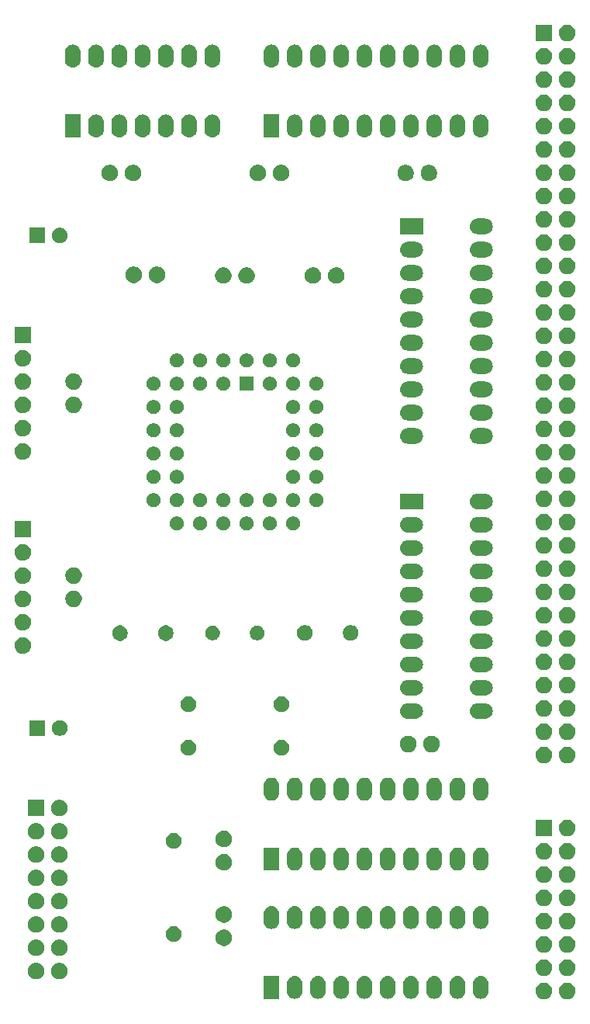
<source format=gbr>
G04 #@! TF.GenerationSoftware,KiCad,Pcbnew,(5.1.5-0-10_14)*
G04 #@! TF.CreationDate,2021-03-13T19:15:20+00:00*
G04 #@! TF.ProjectId,mc68681,6d633638-3638-4312-9e6b-696361645f70,rev?*
G04 #@! TF.SameCoordinates,Original*
G04 #@! TF.FileFunction,Soldermask,Bot*
G04 #@! TF.FilePolarity,Negative*
%FSLAX46Y46*%
G04 Gerber Fmt 4.6, Leading zero omitted, Abs format (unit mm)*
G04 Created by KiCad (PCBNEW (5.1.5-0-10_14)) date 2021-03-13 19:15:20*
%MOMM*%
%LPD*%
G04 APERTURE LIST*
%ADD10C,0.100000*%
G04 APERTURE END LIST*
D10*
G36*
X121113512Y-152483927D02*
G01*
X121262812Y-152513624D01*
X121426784Y-152581544D01*
X121574354Y-152680147D01*
X121699853Y-152805646D01*
X121798456Y-152953216D01*
X121866376Y-153117188D01*
X121901000Y-153291259D01*
X121901000Y-153468741D01*
X121866376Y-153642812D01*
X121798456Y-153806784D01*
X121699853Y-153954354D01*
X121574354Y-154079853D01*
X121426784Y-154178456D01*
X121262812Y-154246376D01*
X121113512Y-154276073D01*
X121088742Y-154281000D01*
X120911258Y-154281000D01*
X120886488Y-154276073D01*
X120737188Y-154246376D01*
X120573216Y-154178456D01*
X120425646Y-154079853D01*
X120300147Y-153954354D01*
X120201544Y-153806784D01*
X120133624Y-153642812D01*
X120099000Y-153468741D01*
X120099000Y-153291259D01*
X120133624Y-153117188D01*
X120201544Y-152953216D01*
X120300147Y-152805646D01*
X120425646Y-152680147D01*
X120573216Y-152581544D01*
X120737188Y-152513624D01*
X120886488Y-152483927D01*
X120911258Y-152479000D01*
X121088742Y-152479000D01*
X121113512Y-152483927D01*
G37*
G36*
X118573512Y-152483927D02*
G01*
X118722812Y-152513624D01*
X118886784Y-152581544D01*
X119034354Y-152680147D01*
X119159853Y-152805646D01*
X119258456Y-152953216D01*
X119326376Y-153117188D01*
X119361000Y-153291259D01*
X119361000Y-153468741D01*
X119326376Y-153642812D01*
X119258456Y-153806784D01*
X119159853Y-153954354D01*
X119034354Y-154079853D01*
X118886784Y-154178456D01*
X118722812Y-154246376D01*
X118573512Y-154276073D01*
X118548742Y-154281000D01*
X118371258Y-154281000D01*
X118346488Y-154276073D01*
X118197188Y-154246376D01*
X118033216Y-154178456D01*
X117885646Y-154079853D01*
X117760147Y-153954354D01*
X117661544Y-153806784D01*
X117593624Y-153642812D01*
X117559000Y-153468741D01*
X117559000Y-153291259D01*
X117593624Y-153117188D01*
X117661544Y-152953216D01*
X117760147Y-152805646D01*
X117885646Y-152680147D01*
X118033216Y-152581544D01*
X118197188Y-152513624D01*
X118346488Y-152483927D01*
X118371258Y-152479000D01*
X118548742Y-152479000D01*
X118573512Y-152483927D01*
G37*
G36*
X91406822Y-151761313D02*
G01*
X91567241Y-151809976D01*
X91715077Y-151888995D01*
X91844659Y-151995341D01*
X91951004Y-152124922D01*
X91951005Y-152124924D01*
X92030024Y-152272758D01*
X92078687Y-152433177D01*
X92091000Y-152558196D01*
X92091000Y-153441803D01*
X92078687Y-153566822D01*
X92030024Y-153727242D01*
X91987509Y-153806782D01*
X91951004Y-153875078D01*
X91844659Y-154004659D01*
X91715078Y-154111004D01*
X91715076Y-154111005D01*
X91567242Y-154190024D01*
X91406823Y-154238687D01*
X91240000Y-154255117D01*
X91073178Y-154238687D01*
X90912759Y-154190024D01*
X90764925Y-154111005D01*
X90764923Y-154111004D01*
X90635342Y-154004659D01*
X90528997Y-153875078D01*
X90492492Y-153806782D01*
X90449977Y-153727242D01*
X90401314Y-153566823D01*
X90389000Y-153441803D01*
X90389000Y-152558197D01*
X90401313Y-152433178D01*
X90449976Y-152272759D01*
X90528995Y-152124923D01*
X90635341Y-151995341D01*
X90727323Y-151919853D01*
X90764922Y-151888996D01*
X90780094Y-151880886D01*
X90912758Y-151809976D01*
X91073177Y-151761313D01*
X91240000Y-151744883D01*
X91406822Y-151761313D01*
G37*
G36*
X93946822Y-151761313D02*
G01*
X94107241Y-151809976D01*
X94255077Y-151888995D01*
X94384659Y-151995341D01*
X94491004Y-152124922D01*
X94491005Y-152124924D01*
X94570024Y-152272758D01*
X94618687Y-152433177D01*
X94631000Y-152558196D01*
X94631000Y-153441803D01*
X94618687Y-153566822D01*
X94570024Y-153727242D01*
X94527509Y-153806782D01*
X94491004Y-153875078D01*
X94384659Y-154004659D01*
X94255078Y-154111004D01*
X94255076Y-154111005D01*
X94107242Y-154190024D01*
X93946823Y-154238687D01*
X93780000Y-154255117D01*
X93613178Y-154238687D01*
X93452759Y-154190024D01*
X93304925Y-154111005D01*
X93304923Y-154111004D01*
X93175342Y-154004659D01*
X93068997Y-153875078D01*
X93032492Y-153806782D01*
X92989977Y-153727242D01*
X92941314Y-153566823D01*
X92929000Y-153441803D01*
X92929000Y-152558197D01*
X92941313Y-152433178D01*
X92989976Y-152272759D01*
X93068995Y-152124923D01*
X93175341Y-151995341D01*
X93267323Y-151919853D01*
X93304922Y-151888996D01*
X93320094Y-151880886D01*
X93452758Y-151809976D01*
X93613177Y-151761313D01*
X93780000Y-151744883D01*
X93946822Y-151761313D01*
G37*
G36*
X96486822Y-151761313D02*
G01*
X96647241Y-151809976D01*
X96795077Y-151888995D01*
X96924659Y-151995341D01*
X97031004Y-152124922D01*
X97031005Y-152124924D01*
X97110024Y-152272758D01*
X97158687Y-152433177D01*
X97171000Y-152558196D01*
X97171000Y-153441803D01*
X97158687Y-153566822D01*
X97110024Y-153727242D01*
X97067509Y-153806782D01*
X97031004Y-153875078D01*
X96924659Y-154004659D01*
X96795078Y-154111004D01*
X96795076Y-154111005D01*
X96647242Y-154190024D01*
X96486823Y-154238687D01*
X96320000Y-154255117D01*
X96153178Y-154238687D01*
X95992759Y-154190024D01*
X95844925Y-154111005D01*
X95844923Y-154111004D01*
X95715342Y-154004659D01*
X95608997Y-153875078D01*
X95572492Y-153806782D01*
X95529977Y-153727242D01*
X95481314Y-153566823D01*
X95469000Y-153441803D01*
X95469000Y-152558197D01*
X95481313Y-152433178D01*
X95529976Y-152272759D01*
X95608995Y-152124923D01*
X95715341Y-151995341D01*
X95807323Y-151919853D01*
X95844922Y-151888996D01*
X95860094Y-151880886D01*
X95992758Y-151809976D01*
X96153177Y-151761313D01*
X96320000Y-151744883D01*
X96486822Y-151761313D01*
G37*
G36*
X99026822Y-151761313D02*
G01*
X99187241Y-151809976D01*
X99335077Y-151888995D01*
X99464659Y-151995341D01*
X99571004Y-152124922D01*
X99571005Y-152124924D01*
X99650024Y-152272758D01*
X99698687Y-152433177D01*
X99711000Y-152558196D01*
X99711000Y-153441803D01*
X99698687Y-153566822D01*
X99650024Y-153727242D01*
X99607509Y-153806782D01*
X99571004Y-153875078D01*
X99464659Y-154004659D01*
X99335078Y-154111004D01*
X99335076Y-154111005D01*
X99187242Y-154190024D01*
X99026823Y-154238687D01*
X98860000Y-154255117D01*
X98693178Y-154238687D01*
X98532759Y-154190024D01*
X98384925Y-154111005D01*
X98384923Y-154111004D01*
X98255342Y-154004659D01*
X98148997Y-153875078D01*
X98112492Y-153806782D01*
X98069977Y-153727242D01*
X98021314Y-153566823D01*
X98009000Y-153441803D01*
X98009000Y-152558197D01*
X98021313Y-152433178D01*
X98069976Y-152272759D01*
X98148995Y-152124923D01*
X98255341Y-151995341D01*
X98347323Y-151919853D01*
X98384922Y-151888996D01*
X98400094Y-151880886D01*
X98532758Y-151809976D01*
X98693177Y-151761313D01*
X98860000Y-151744883D01*
X99026822Y-151761313D01*
G37*
G36*
X101566822Y-151761313D02*
G01*
X101727241Y-151809976D01*
X101875077Y-151888995D01*
X102004659Y-151995341D01*
X102111004Y-152124922D01*
X102111005Y-152124924D01*
X102190024Y-152272758D01*
X102238687Y-152433177D01*
X102251000Y-152558196D01*
X102251000Y-153441803D01*
X102238687Y-153566822D01*
X102190024Y-153727242D01*
X102147509Y-153806782D01*
X102111004Y-153875078D01*
X102004659Y-154004659D01*
X101875078Y-154111004D01*
X101875076Y-154111005D01*
X101727242Y-154190024D01*
X101566823Y-154238687D01*
X101400000Y-154255117D01*
X101233178Y-154238687D01*
X101072759Y-154190024D01*
X100924925Y-154111005D01*
X100924923Y-154111004D01*
X100795342Y-154004659D01*
X100688997Y-153875078D01*
X100652492Y-153806782D01*
X100609977Y-153727242D01*
X100561314Y-153566823D01*
X100549000Y-153441803D01*
X100549000Y-152558197D01*
X100561313Y-152433178D01*
X100609976Y-152272759D01*
X100688995Y-152124923D01*
X100795341Y-151995341D01*
X100887323Y-151919853D01*
X100924922Y-151888996D01*
X100940094Y-151880886D01*
X101072758Y-151809976D01*
X101233177Y-151761313D01*
X101400000Y-151744883D01*
X101566822Y-151761313D01*
G37*
G36*
X104106822Y-151761313D02*
G01*
X104267241Y-151809976D01*
X104415077Y-151888995D01*
X104544659Y-151995341D01*
X104651004Y-152124922D01*
X104651005Y-152124924D01*
X104730024Y-152272758D01*
X104778687Y-152433177D01*
X104791000Y-152558196D01*
X104791000Y-153441803D01*
X104778687Y-153566822D01*
X104730024Y-153727242D01*
X104687509Y-153806782D01*
X104651004Y-153875078D01*
X104544659Y-154004659D01*
X104415078Y-154111004D01*
X104415076Y-154111005D01*
X104267242Y-154190024D01*
X104106823Y-154238687D01*
X103940000Y-154255117D01*
X103773178Y-154238687D01*
X103612759Y-154190024D01*
X103464925Y-154111005D01*
X103464923Y-154111004D01*
X103335342Y-154004659D01*
X103228997Y-153875078D01*
X103192492Y-153806782D01*
X103149977Y-153727242D01*
X103101314Y-153566823D01*
X103089000Y-153441803D01*
X103089000Y-152558197D01*
X103101313Y-152433178D01*
X103149976Y-152272759D01*
X103228995Y-152124923D01*
X103335341Y-151995341D01*
X103427323Y-151919853D01*
X103464922Y-151888996D01*
X103480094Y-151880886D01*
X103612758Y-151809976D01*
X103773177Y-151761313D01*
X103940000Y-151744883D01*
X104106822Y-151761313D01*
G37*
G36*
X106646822Y-151761313D02*
G01*
X106807241Y-151809976D01*
X106955077Y-151888995D01*
X107084659Y-151995341D01*
X107191004Y-152124922D01*
X107191005Y-152124924D01*
X107270024Y-152272758D01*
X107318687Y-152433177D01*
X107331000Y-152558196D01*
X107331000Y-153441803D01*
X107318687Y-153566822D01*
X107270024Y-153727242D01*
X107227509Y-153806782D01*
X107191004Y-153875078D01*
X107084659Y-154004659D01*
X106955078Y-154111004D01*
X106955076Y-154111005D01*
X106807242Y-154190024D01*
X106646823Y-154238687D01*
X106480000Y-154255117D01*
X106313178Y-154238687D01*
X106152759Y-154190024D01*
X106004925Y-154111005D01*
X106004923Y-154111004D01*
X105875342Y-154004659D01*
X105768997Y-153875078D01*
X105732492Y-153806782D01*
X105689977Y-153727242D01*
X105641314Y-153566823D01*
X105629000Y-153441803D01*
X105629000Y-152558197D01*
X105641313Y-152433178D01*
X105689976Y-152272759D01*
X105768995Y-152124923D01*
X105875341Y-151995341D01*
X105967323Y-151919853D01*
X106004922Y-151888996D01*
X106020094Y-151880886D01*
X106152758Y-151809976D01*
X106313177Y-151761313D01*
X106480000Y-151744883D01*
X106646822Y-151761313D01*
G37*
G36*
X109186822Y-151761313D02*
G01*
X109347241Y-151809976D01*
X109495077Y-151888995D01*
X109624659Y-151995341D01*
X109731004Y-152124922D01*
X109731005Y-152124924D01*
X109810024Y-152272758D01*
X109858687Y-152433177D01*
X109871000Y-152558196D01*
X109871000Y-153441803D01*
X109858687Y-153566822D01*
X109810024Y-153727242D01*
X109767509Y-153806782D01*
X109731004Y-153875078D01*
X109624659Y-154004659D01*
X109495078Y-154111004D01*
X109495076Y-154111005D01*
X109347242Y-154190024D01*
X109186823Y-154238687D01*
X109020000Y-154255117D01*
X108853178Y-154238687D01*
X108692759Y-154190024D01*
X108544925Y-154111005D01*
X108544923Y-154111004D01*
X108415342Y-154004659D01*
X108308997Y-153875078D01*
X108272492Y-153806782D01*
X108229977Y-153727242D01*
X108181314Y-153566823D01*
X108169000Y-153441803D01*
X108169000Y-152558197D01*
X108181313Y-152433178D01*
X108229976Y-152272759D01*
X108308995Y-152124923D01*
X108415341Y-151995341D01*
X108507323Y-151919853D01*
X108544922Y-151888996D01*
X108560094Y-151880886D01*
X108692758Y-151809976D01*
X108853177Y-151761313D01*
X109020000Y-151744883D01*
X109186822Y-151761313D01*
G37*
G36*
X111726822Y-151761313D02*
G01*
X111887241Y-151809976D01*
X112035077Y-151888995D01*
X112164659Y-151995341D01*
X112271004Y-152124922D01*
X112271005Y-152124924D01*
X112350024Y-152272758D01*
X112398687Y-152433177D01*
X112411000Y-152558196D01*
X112411000Y-153441803D01*
X112398687Y-153566822D01*
X112350024Y-153727242D01*
X112307509Y-153806782D01*
X112271004Y-153875078D01*
X112164659Y-154004659D01*
X112035078Y-154111004D01*
X112035076Y-154111005D01*
X111887242Y-154190024D01*
X111726823Y-154238687D01*
X111560000Y-154255117D01*
X111393178Y-154238687D01*
X111232759Y-154190024D01*
X111084925Y-154111005D01*
X111084923Y-154111004D01*
X110955342Y-154004659D01*
X110848997Y-153875078D01*
X110812492Y-153806782D01*
X110769977Y-153727242D01*
X110721314Y-153566823D01*
X110709000Y-153441803D01*
X110709000Y-152558197D01*
X110721313Y-152433178D01*
X110769976Y-152272759D01*
X110848995Y-152124923D01*
X110955341Y-151995341D01*
X111047323Y-151919853D01*
X111084922Y-151888996D01*
X111100094Y-151880886D01*
X111232758Y-151809976D01*
X111393177Y-151761313D01*
X111560000Y-151744883D01*
X111726822Y-151761313D01*
G37*
G36*
X89551000Y-154251000D02*
G01*
X87849000Y-154251000D01*
X87849000Y-151749000D01*
X89551000Y-151749000D01*
X89551000Y-154251000D01*
G37*
G36*
X65653512Y-150323927D02*
G01*
X65802812Y-150353624D01*
X65966784Y-150421544D01*
X66114354Y-150520147D01*
X66239853Y-150645646D01*
X66338456Y-150793216D01*
X66406376Y-150957188D01*
X66441000Y-151131259D01*
X66441000Y-151308741D01*
X66406376Y-151482812D01*
X66338456Y-151646784D01*
X66239853Y-151794354D01*
X66114354Y-151919853D01*
X65966784Y-152018456D01*
X65802812Y-152086376D01*
X65653512Y-152116073D01*
X65628742Y-152121000D01*
X65451258Y-152121000D01*
X65426488Y-152116073D01*
X65277188Y-152086376D01*
X65113216Y-152018456D01*
X64965646Y-151919853D01*
X64840147Y-151794354D01*
X64741544Y-151646784D01*
X64673624Y-151482812D01*
X64639000Y-151308741D01*
X64639000Y-151131259D01*
X64673624Y-150957188D01*
X64741544Y-150793216D01*
X64840147Y-150645646D01*
X64965646Y-150520147D01*
X65113216Y-150421544D01*
X65277188Y-150353624D01*
X65426488Y-150323927D01*
X65451258Y-150319000D01*
X65628742Y-150319000D01*
X65653512Y-150323927D01*
G37*
G36*
X63113512Y-150323927D02*
G01*
X63262812Y-150353624D01*
X63426784Y-150421544D01*
X63574354Y-150520147D01*
X63699853Y-150645646D01*
X63798456Y-150793216D01*
X63866376Y-150957188D01*
X63901000Y-151131259D01*
X63901000Y-151308741D01*
X63866376Y-151482812D01*
X63798456Y-151646784D01*
X63699853Y-151794354D01*
X63574354Y-151919853D01*
X63426784Y-152018456D01*
X63262812Y-152086376D01*
X63113512Y-152116073D01*
X63088742Y-152121000D01*
X62911258Y-152121000D01*
X62886488Y-152116073D01*
X62737188Y-152086376D01*
X62573216Y-152018456D01*
X62425646Y-151919853D01*
X62300147Y-151794354D01*
X62201544Y-151646784D01*
X62133624Y-151482812D01*
X62099000Y-151308741D01*
X62099000Y-151131259D01*
X62133624Y-150957188D01*
X62201544Y-150793216D01*
X62300147Y-150645646D01*
X62425646Y-150520147D01*
X62573216Y-150421544D01*
X62737188Y-150353624D01*
X62886488Y-150323927D01*
X62911258Y-150319000D01*
X63088742Y-150319000D01*
X63113512Y-150323927D01*
G37*
G36*
X121113512Y-149943927D02*
G01*
X121262812Y-149973624D01*
X121426784Y-150041544D01*
X121574354Y-150140147D01*
X121699853Y-150265646D01*
X121798456Y-150413216D01*
X121866376Y-150577188D01*
X121901000Y-150751259D01*
X121901000Y-150928741D01*
X121866376Y-151102812D01*
X121798456Y-151266784D01*
X121699853Y-151414354D01*
X121574354Y-151539853D01*
X121426784Y-151638456D01*
X121262812Y-151706376D01*
X121113512Y-151736073D01*
X121088742Y-151741000D01*
X120911258Y-151741000D01*
X120886488Y-151736073D01*
X120737188Y-151706376D01*
X120573216Y-151638456D01*
X120425646Y-151539853D01*
X120300147Y-151414354D01*
X120201544Y-151266784D01*
X120133624Y-151102812D01*
X120099000Y-150928741D01*
X120099000Y-150751259D01*
X120133624Y-150577188D01*
X120201544Y-150413216D01*
X120300147Y-150265646D01*
X120425646Y-150140147D01*
X120573216Y-150041544D01*
X120737188Y-149973624D01*
X120886488Y-149943927D01*
X120911258Y-149939000D01*
X121088742Y-149939000D01*
X121113512Y-149943927D01*
G37*
G36*
X118573512Y-149943927D02*
G01*
X118722812Y-149973624D01*
X118886784Y-150041544D01*
X119034354Y-150140147D01*
X119159853Y-150265646D01*
X119258456Y-150413216D01*
X119326376Y-150577188D01*
X119361000Y-150751259D01*
X119361000Y-150928741D01*
X119326376Y-151102812D01*
X119258456Y-151266784D01*
X119159853Y-151414354D01*
X119034354Y-151539853D01*
X118886784Y-151638456D01*
X118722812Y-151706376D01*
X118573512Y-151736073D01*
X118548742Y-151741000D01*
X118371258Y-151741000D01*
X118346488Y-151736073D01*
X118197188Y-151706376D01*
X118033216Y-151638456D01*
X117885646Y-151539853D01*
X117760147Y-151414354D01*
X117661544Y-151266784D01*
X117593624Y-151102812D01*
X117559000Y-150928741D01*
X117559000Y-150751259D01*
X117593624Y-150577188D01*
X117661544Y-150413216D01*
X117760147Y-150265646D01*
X117885646Y-150140147D01*
X118033216Y-150041544D01*
X118197188Y-149973624D01*
X118346488Y-149943927D01*
X118371258Y-149939000D01*
X118548742Y-149939000D01*
X118573512Y-149943927D01*
G37*
G36*
X65653512Y-147783927D02*
G01*
X65802812Y-147813624D01*
X65966784Y-147881544D01*
X66114354Y-147980147D01*
X66239853Y-148105646D01*
X66338456Y-148253216D01*
X66406376Y-148417188D01*
X66441000Y-148591259D01*
X66441000Y-148768741D01*
X66406376Y-148942812D01*
X66338456Y-149106784D01*
X66239853Y-149254354D01*
X66114354Y-149379853D01*
X65966784Y-149478456D01*
X65802812Y-149546376D01*
X65653512Y-149576073D01*
X65628742Y-149581000D01*
X65451258Y-149581000D01*
X65426488Y-149576073D01*
X65277188Y-149546376D01*
X65113216Y-149478456D01*
X64965646Y-149379853D01*
X64840147Y-149254354D01*
X64741544Y-149106784D01*
X64673624Y-148942812D01*
X64639000Y-148768741D01*
X64639000Y-148591259D01*
X64673624Y-148417188D01*
X64741544Y-148253216D01*
X64840147Y-148105646D01*
X64965646Y-147980147D01*
X65113216Y-147881544D01*
X65277188Y-147813624D01*
X65426488Y-147783927D01*
X65451258Y-147779000D01*
X65628742Y-147779000D01*
X65653512Y-147783927D01*
G37*
G36*
X63113512Y-147783927D02*
G01*
X63262812Y-147813624D01*
X63426784Y-147881544D01*
X63574354Y-147980147D01*
X63699853Y-148105646D01*
X63798456Y-148253216D01*
X63866376Y-148417188D01*
X63901000Y-148591259D01*
X63901000Y-148768741D01*
X63866376Y-148942812D01*
X63798456Y-149106784D01*
X63699853Y-149254354D01*
X63574354Y-149379853D01*
X63426784Y-149478456D01*
X63262812Y-149546376D01*
X63113512Y-149576073D01*
X63088742Y-149581000D01*
X62911258Y-149581000D01*
X62886488Y-149576073D01*
X62737188Y-149546376D01*
X62573216Y-149478456D01*
X62425646Y-149379853D01*
X62300147Y-149254354D01*
X62201544Y-149106784D01*
X62133624Y-148942812D01*
X62099000Y-148768741D01*
X62099000Y-148591259D01*
X62133624Y-148417188D01*
X62201544Y-148253216D01*
X62300147Y-148105646D01*
X62425646Y-147980147D01*
X62573216Y-147881544D01*
X62737188Y-147813624D01*
X62886488Y-147783927D01*
X62911258Y-147779000D01*
X63088742Y-147779000D01*
X63113512Y-147783927D01*
G37*
G36*
X121113512Y-147403927D02*
G01*
X121262812Y-147433624D01*
X121426784Y-147501544D01*
X121574354Y-147600147D01*
X121699853Y-147725646D01*
X121798456Y-147873216D01*
X121866376Y-148037188D01*
X121901000Y-148211259D01*
X121901000Y-148388741D01*
X121866376Y-148562812D01*
X121798456Y-148726784D01*
X121699853Y-148874354D01*
X121574354Y-148999853D01*
X121426784Y-149098456D01*
X121262812Y-149166376D01*
X121113512Y-149196073D01*
X121088742Y-149201000D01*
X120911258Y-149201000D01*
X120886488Y-149196073D01*
X120737188Y-149166376D01*
X120573216Y-149098456D01*
X120425646Y-148999853D01*
X120300147Y-148874354D01*
X120201544Y-148726784D01*
X120133624Y-148562812D01*
X120099000Y-148388741D01*
X120099000Y-148211259D01*
X120133624Y-148037188D01*
X120201544Y-147873216D01*
X120300147Y-147725646D01*
X120425646Y-147600147D01*
X120573216Y-147501544D01*
X120737188Y-147433624D01*
X120886488Y-147403927D01*
X120911258Y-147399000D01*
X121088742Y-147399000D01*
X121113512Y-147403927D01*
G37*
G36*
X118573512Y-147403927D02*
G01*
X118722812Y-147433624D01*
X118886784Y-147501544D01*
X119034354Y-147600147D01*
X119159853Y-147725646D01*
X119258456Y-147873216D01*
X119326376Y-148037188D01*
X119361000Y-148211259D01*
X119361000Y-148388741D01*
X119326376Y-148562812D01*
X119258456Y-148726784D01*
X119159853Y-148874354D01*
X119034354Y-148999853D01*
X118886784Y-149098456D01*
X118722812Y-149166376D01*
X118573512Y-149196073D01*
X118548742Y-149201000D01*
X118371258Y-149201000D01*
X118346488Y-149196073D01*
X118197188Y-149166376D01*
X118033216Y-149098456D01*
X117885646Y-148999853D01*
X117760147Y-148874354D01*
X117661544Y-148726784D01*
X117593624Y-148562812D01*
X117559000Y-148388741D01*
X117559000Y-148211259D01*
X117593624Y-148037188D01*
X117661544Y-147873216D01*
X117760147Y-147725646D01*
X117885646Y-147600147D01*
X118033216Y-147501544D01*
X118197188Y-147433624D01*
X118346488Y-147403927D01*
X118371258Y-147399000D01*
X118548742Y-147399000D01*
X118573512Y-147403927D01*
G37*
G36*
X83763015Y-146717151D02*
G01*
X83895197Y-146771903D01*
X83927115Y-146785124D01*
X84074800Y-146883804D01*
X84200396Y-147009400D01*
X84299077Y-147157087D01*
X84367049Y-147321185D01*
X84401700Y-147495389D01*
X84401700Y-147673011D01*
X84367049Y-147847215D01*
X84299077Y-148011313D01*
X84299076Y-148011315D01*
X84200396Y-148159000D01*
X84074800Y-148284596D01*
X83927115Y-148383276D01*
X83927114Y-148383277D01*
X83927113Y-148383277D01*
X83763015Y-148451249D01*
X83588811Y-148485900D01*
X83411189Y-148485900D01*
X83236985Y-148451249D01*
X83072887Y-148383277D01*
X83072886Y-148383277D01*
X83072885Y-148383276D01*
X82925200Y-148284596D01*
X82799604Y-148159000D01*
X82700924Y-148011315D01*
X82700923Y-148011313D01*
X82632951Y-147847215D01*
X82598300Y-147673011D01*
X82598300Y-147495389D01*
X82632951Y-147321185D01*
X82700923Y-147157087D01*
X82799604Y-147009400D01*
X82925200Y-146883804D01*
X83072885Y-146785124D01*
X83104803Y-146771903D01*
X83236985Y-146717151D01*
X83411189Y-146682500D01*
X83588811Y-146682500D01*
X83763015Y-146717151D01*
G37*
G36*
X78273228Y-146356703D02*
G01*
X78428100Y-146420853D01*
X78567481Y-146513985D01*
X78686015Y-146632519D01*
X78779147Y-146771900D01*
X78843297Y-146926772D01*
X78876000Y-147091184D01*
X78876000Y-147258816D01*
X78843297Y-147423228D01*
X78779147Y-147578100D01*
X78686015Y-147717481D01*
X78567481Y-147836015D01*
X78428100Y-147929147D01*
X78273228Y-147993297D01*
X78108816Y-148026000D01*
X77941184Y-148026000D01*
X77776772Y-147993297D01*
X77621900Y-147929147D01*
X77482519Y-147836015D01*
X77363985Y-147717481D01*
X77270853Y-147578100D01*
X77206703Y-147423228D01*
X77174000Y-147258816D01*
X77174000Y-147091184D01*
X77206703Y-146926772D01*
X77270853Y-146771900D01*
X77363985Y-146632519D01*
X77482519Y-146513985D01*
X77621900Y-146420853D01*
X77776772Y-146356703D01*
X77941184Y-146324000D01*
X78108816Y-146324000D01*
X78273228Y-146356703D01*
G37*
G36*
X63113512Y-145243927D02*
G01*
X63262812Y-145273624D01*
X63426784Y-145341544D01*
X63574354Y-145440147D01*
X63699853Y-145565646D01*
X63798456Y-145713216D01*
X63866376Y-145877188D01*
X63901000Y-146051259D01*
X63901000Y-146228741D01*
X63866376Y-146402812D01*
X63798456Y-146566784D01*
X63699853Y-146714354D01*
X63574354Y-146839853D01*
X63426784Y-146938456D01*
X63262812Y-147006376D01*
X63113512Y-147036073D01*
X63088742Y-147041000D01*
X62911258Y-147041000D01*
X62886488Y-147036073D01*
X62737188Y-147006376D01*
X62573216Y-146938456D01*
X62425646Y-146839853D01*
X62300147Y-146714354D01*
X62201544Y-146566784D01*
X62133624Y-146402812D01*
X62099000Y-146228741D01*
X62099000Y-146051259D01*
X62133624Y-145877188D01*
X62201544Y-145713216D01*
X62300147Y-145565646D01*
X62425646Y-145440147D01*
X62573216Y-145341544D01*
X62737188Y-145273624D01*
X62886488Y-145243927D01*
X62911258Y-145239000D01*
X63088742Y-145239000D01*
X63113512Y-145243927D01*
G37*
G36*
X65653512Y-145243927D02*
G01*
X65802812Y-145273624D01*
X65966784Y-145341544D01*
X66114354Y-145440147D01*
X66239853Y-145565646D01*
X66338456Y-145713216D01*
X66406376Y-145877188D01*
X66441000Y-146051259D01*
X66441000Y-146228741D01*
X66406376Y-146402812D01*
X66338456Y-146566784D01*
X66239853Y-146714354D01*
X66114354Y-146839853D01*
X65966784Y-146938456D01*
X65802812Y-147006376D01*
X65653512Y-147036073D01*
X65628742Y-147041000D01*
X65451258Y-147041000D01*
X65426488Y-147036073D01*
X65277188Y-147006376D01*
X65113216Y-146938456D01*
X64965646Y-146839853D01*
X64840147Y-146714354D01*
X64741544Y-146566784D01*
X64673624Y-146402812D01*
X64639000Y-146228741D01*
X64639000Y-146051259D01*
X64673624Y-145877188D01*
X64741544Y-145713216D01*
X64840147Y-145565646D01*
X64965646Y-145440147D01*
X65113216Y-145341544D01*
X65277188Y-145273624D01*
X65426488Y-145243927D01*
X65451258Y-145239000D01*
X65628742Y-145239000D01*
X65653512Y-145243927D01*
G37*
G36*
X121113512Y-144863927D02*
G01*
X121262812Y-144893624D01*
X121426784Y-144961544D01*
X121574354Y-145060147D01*
X121699853Y-145185646D01*
X121798456Y-145333216D01*
X121866376Y-145497188D01*
X121901000Y-145671259D01*
X121901000Y-145848741D01*
X121866376Y-146022812D01*
X121798456Y-146186784D01*
X121699853Y-146334354D01*
X121574354Y-146459853D01*
X121426784Y-146558456D01*
X121262812Y-146626376D01*
X121113512Y-146656073D01*
X121088742Y-146661000D01*
X120911258Y-146661000D01*
X120886488Y-146656073D01*
X120737188Y-146626376D01*
X120573216Y-146558456D01*
X120425646Y-146459853D01*
X120300147Y-146334354D01*
X120201544Y-146186784D01*
X120133624Y-146022812D01*
X120099000Y-145848741D01*
X120099000Y-145671259D01*
X120133624Y-145497188D01*
X120201544Y-145333216D01*
X120300147Y-145185646D01*
X120425646Y-145060147D01*
X120573216Y-144961544D01*
X120737188Y-144893624D01*
X120886488Y-144863927D01*
X120911258Y-144859000D01*
X121088742Y-144859000D01*
X121113512Y-144863927D01*
G37*
G36*
X118573512Y-144863927D02*
G01*
X118722812Y-144893624D01*
X118886784Y-144961544D01*
X119034354Y-145060147D01*
X119159853Y-145185646D01*
X119258456Y-145333216D01*
X119326376Y-145497188D01*
X119361000Y-145671259D01*
X119361000Y-145848741D01*
X119326376Y-146022812D01*
X119258456Y-146186784D01*
X119159853Y-146334354D01*
X119034354Y-146459853D01*
X118886784Y-146558456D01*
X118722812Y-146626376D01*
X118573512Y-146656073D01*
X118548742Y-146661000D01*
X118371258Y-146661000D01*
X118346488Y-146656073D01*
X118197188Y-146626376D01*
X118033216Y-146558456D01*
X117885646Y-146459853D01*
X117760147Y-146334354D01*
X117661544Y-146186784D01*
X117593624Y-146022812D01*
X117559000Y-145848741D01*
X117559000Y-145671259D01*
X117593624Y-145497188D01*
X117661544Y-145333216D01*
X117760147Y-145185646D01*
X117885646Y-145060147D01*
X118033216Y-144961544D01*
X118197188Y-144893624D01*
X118346488Y-144863927D01*
X118371258Y-144859000D01*
X118548742Y-144859000D01*
X118573512Y-144863927D01*
G37*
G36*
X101566822Y-144141313D02*
G01*
X101727241Y-144189976D01*
X101875077Y-144268995D01*
X101966231Y-144343804D01*
X102004659Y-144375341D01*
X102111004Y-144504922D01*
X102111005Y-144504924D01*
X102190024Y-144652758D01*
X102238687Y-144813177D01*
X102251000Y-144938196D01*
X102251000Y-145821803D01*
X102238687Y-145946822D01*
X102190024Y-146107242D01*
X102147509Y-146186782D01*
X102111004Y-146255078D01*
X102004659Y-146384659D01*
X101875078Y-146491004D01*
X101875076Y-146491005D01*
X101727242Y-146570024D01*
X101566823Y-146618687D01*
X101400000Y-146635117D01*
X101233178Y-146618687D01*
X101072759Y-146570024D01*
X100924925Y-146491005D01*
X100924923Y-146491004D01*
X100795342Y-146384659D01*
X100688997Y-146255078D01*
X100652492Y-146186782D01*
X100609977Y-146107242D01*
X100561314Y-145946823D01*
X100549000Y-145821803D01*
X100549000Y-144938197D01*
X100561313Y-144813178D01*
X100609976Y-144652759D01*
X100688995Y-144504923D01*
X100795341Y-144375341D01*
X100887323Y-144299853D01*
X100924922Y-144268996D01*
X100940094Y-144260886D01*
X101072758Y-144189976D01*
X101233177Y-144141313D01*
X101400000Y-144124883D01*
X101566822Y-144141313D01*
G37*
G36*
X111726822Y-144141313D02*
G01*
X111887241Y-144189976D01*
X112035077Y-144268995D01*
X112126231Y-144343804D01*
X112164659Y-144375341D01*
X112271004Y-144504922D01*
X112271005Y-144504924D01*
X112350024Y-144652758D01*
X112398687Y-144813177D01*
X112411000Y-144938196D01*
X112411000Y-145821803D01*
X112398687Y-145946822D01*
X112350024Y-146107242D01*
X112307509Y-146186782D01*
X112271004Y-146255078D01*
X112164659Y-146384659D01*
X112035078Y-146491004D01*
X112035076Y-146491005D01*
X111887242Y-146570024D01*
X111726823Y-146618687D01*
X111560000Y-146635117D01*
X111393178Y-146618687D01*
X111232759Y-146570024D01*
X111084925Y-146491005D01*
X111084923Y-146491004D01*
X110955342Y-146384659D01*
X110848997Y-146255078D01*
X110812492Y-146186782D01*
X110769977Y-146107242D01*
X110721314Y-145946823D01*
X110709000Y-145821803D01*
X110709000Y-144938197D01*
X110721313Y-144813178D01*
X110769976Y-144652759D01*
X110848995Y-144504923D01*
X110955341Y-144375341D01*
X111047323Y-144299853D01*
X111084922Y-144268996D01*
X111100094Y-144260886D01*
X111232758Y-144189976D01*
X111393177Y-144141313D01*
X111560000Y-144124883D01*
X111726822Y-144141313D01*
G37*
G36*
X104106822Y-144141313D02*
G01*
X104267241Y-144189976D01*
X104415077Y-144268995D01*
X104506231Y-144343804D01*
X104544659Y-144375341D01*
X104651004Y-144504922D01*
X104651005Y-144504924D01*
X104730024Y-144652758D01*
X104778687Y-144813177D01*
X104791000Y-144938196D01*
X104791000Y-145821803D01*
X104778687Y-145946822D01*
X104730024Y-146107242D01*
X104687509Y-146186782D01*
X104651004Y-146255078D01*
X104544659Y-146384659D01*
X104415078Y-146491004D01*
X104415076Y-146491005D01*
X104267242Y-146570024D01*
X104106823Y-146618687D01*
X103940000Y-146635117D01*
X103773178Y-146618687D01*
X103612759Y-146570024D01*
X103464925Y-146491005D01*
X103464923Y-146491004D01*
X103335342Y-146384659D01*
X103228997Y-146255078D01*
X103192492Y-146186782D01*
X103149977Y-146107242D01*
X103101314Y-145946823D01*
X103089000Y-145821803D01*
X103089000Y-144938197D01*
X103101313Y-144813178D01*
X103149976Y-144652759D01*
X103228995Y-144504923D01*
X103335341Y-144375341D01*
X103427323Y-144299853D01*
X103464922Y-144268996D01*
X103480094Y-144260886D01*
X103612758Y-144189976D01*
X103773177Y-144141313D01*
X103940000Y-144124883D01*
X104106822Y-144141313D01*
G37*
G36*
X91406822Y-144141313D02*
G01*
X91567241Y-144189976D01*
X91715077Y-144268995D01*
X91806231Y-144343804D01*
X91844659Y-144375341D01*
X91951004Y-144504922D01*
X91951005Y-144504924D01*
X92030024Y-144652758D01*
X92078687Y-144813177D01*
X92091000Y-144938196D01*
X92091000Y-145821803D01*
X92078687Y-145946822D01*
X92030024Y-146107242D01*
X91987509Y-146186782D01*
X91951004Y-146255078D01*
X91844659Y-146384659D01*
X91715078Y-146491004D01*
X91715076Y-146491005D01*
X91567242Y-146570024D01*
X91406823Y-146618687D01*
X91240000Y-146635117D01*
X91073178Y-146618687D01*
X90912759Y-146570024D01*
X90764925Y-146491005D01*
X90764923Y-146491004D01*
X90635342Y-146384659D01*
X90528997Y-146255078D01*
X90492492Y-146186782D01*
X90449977Y-146107242D01*
X90401314Y-145946823D01*
X90389000Y-145821803D01*
X90389000Y-144938197D01*
X90401313Y-144813178D01*
X90449976Y-144652759D01*
X90528995Y-144504923D01*
X90635341Y-144375341D01*
X90727323Y-144299853D01*
X90764922Y-144268996D01*
X90780094Y-144260886D01*
X90912758Y-144189976D01*
X91073177Y-144141313D01*
X91240000Y-144124883D01*
X91406822Y-144141313D01*
G37*
G36*
X93946822Y-144141313D02*
G01*
X94107241Y-144189976D01*
X94255077Y-144268995D01*
X94346231Y-144343804D01*
X94384659Y-144375341D01*
X94491004Y-144504922D01*
X94491005Y-144504924D01*
X94570024Y-144652758D01*
X94618687Y-144813177D01*
X94631000Y-144938196D01*
X94631000Y-145821803D01*
X94618687Y-145946822D01*
X94570024Y-146107242D01*
X94527509Y-146186782D01*
X94491004Y-146255078D01*
X94384659Y-146384659D01*
X94255078Y-146491004D01*
X94255076Y-146491005D01*
X94107242Y-146570024D01*
X93946823Y-146618687D01*
X93780000Y-146635117D01*
X93613178Y-146618687D01*
X93452759Y-146570024D01*
X93304925Y-146491005D01*
X93304923Y-146491004D01*
X93175342Y-146384659D01*
X93068997Y-146255078D01*
X93032492Y-146186782D01*
X92989977Y-146107242D01*
X92941314Y-145946823D01*
X92929000Y-145821803D01*
X92929000Y-144938197D01*
X92941313Y-144813178D01*
X92989976Y-144652759D01*
X93068995Y-144504923D01*
X93175341Y-144375341D01*
X93267323Y-144299853D01*
X93304922Y-144268996D01*
X93320094Y-144260886D01*
X93452758Y-144189976D01*
X93613177Y-144141313D01*
X93780000Y-144124883D01*
X93946822Y-144141313D01*
G37*
G36*
X96486822Y-144141313D02*
G01*
X96647241Y-144189976D01*
X96795077Y-144268995D01*
X96886231Y-144343804D01*
X96924659Y-144375341D01*
X97031004Y-144504922D01*
X97031005Y-144504924D01*
X97110024Y-144652758D01*
X97158687Y-144813177D01*
X97171000Y-144938196D01*
X97171000Y-145821803D01*
X97158687Y-145946822D01*
X97110024Y-146107242D01*
X97067509Y-146186782D01*
X97031004Y-146255078D01*
X96924659Y-146384659D01*
X96795078Y-146491004D01*
X96795076Y-146491005D01*
X96647242Y-146570024D01*
X96486823Y-146618687D01*
X96320000Y-146635117D01*
X96153178Y-146618687D01*
X95992759Y-146570024D01*
X95844925Y-146491005D01*
X95844923Y-146491004D01*
X95715342Y-146384659D01*
X95608997Y-146255078D01*
X95572492Y-146186782D01*
X95529977Y-146107242D01*
X95481314Y-145946823D01*
X95469000Y-145821803D01*
X95469000Y-144938197D01*
X95481313Y-144813178D01*
X95529976Y-144652759D01*
X95608995Y-144504923D01*
X95715341Y-144375341D01*
X95807323Y-144299853D01*
X95844922Y-144268996D01*
X95860094Y-144260886D01*
X95992758Y-144189976D01*
X96153177Y-144141313D01*
X96320000Y-144124883D01*
X96486822Y-144141313D01*
G37*
G36*
X99026822Y-144141313D02*
G01*
X99187241Y-144189976D01*
X99335077Y-144268995D01*
X99426231Y-144343804D01*
X99464659Y-144375341D01*
X99571004Y-144504922D01*
X99571005Y-144504924D01*
X99650024Y-144652758D01*
X99698687Y-144813177D01*
X99711000Y-144938196D01*
X99711000Y-145821803D01*
X99698687Y-145946822D01*
X99650024Y-146107242D01*
X99607509Y-146186782D01*
X99571004Y-146255078D01*
X99464659Y-146384659D01*
X99335078Y-146491004D01*
X99335076Y-146491005D01*
X99187242Y-146570024D01*
X99026823Y-146618687D01*
X98860000Y-146635117D01*
X98693178Y-146618687D01*
X98532759Y-146570024D01*
X98384925Y-146491005D01*
X98384923Y-146491004D01*
X98255342Y-146384659D01*
X98148997Y-146255078D01*
X98112492Y-146186782D01*
X98069977Y-146107242D01*
X98021314Y-145946823D01*
X98009000Y-145821803D01*
X98009000Y-144938197D01*
X98021313Y-144813178D01*
X98069976Y-144652759D01*
X98148995Y-144504923D01*
X98255341Y-144375341D01*
X98347323Y-144299853D01*
X98384922Y-144268996D01*
X98400094Y-144260886D01*
X98532758Y-144189976D01*
X98693177Y-144141313D01*
X98860000Y-144124883D01*
X99026822Y-144141313D01*
G37*
G36*
X106646822Y-144141313D02*
G01*
X106807241Y-144189976D01*
X106955077Y-144268995D01*
X107046231Y-144343804D01*
X107084659Y-144375341D01*
X107191004Y-144504922D01*
X107191005Y-144504924D01*
X107270024Y-144652758D01*
X107318687Y-144813177D01*
X107331000Y-144938196D01*
X107331000Y-145821803D01*
X107318687Y-145946822D01*
X107270024Y-146107242D01*
X107227509Y-146186782D01*
X107191004Y-146255078D01*
X107084659Y-146384659D01*
X106955078Y-146491004D01*
X106955076Y-146491005D01*
X106807242Y-146570024D01*
X106646823Y-146618687D01*
X106480000Y-146635117D01*
X106313178Y-146618687D01*
X106152759Y-146570024D01*
X106004925Y-146491005D01*
X106004923Y-146491004D01*
X105875342Y-146384659D01*
X105768997Y-146255078D01*
X105732492Y-146186782D01*
X105689977Y-146107242D01*
X105641314Y-145946823D01*
X105629000Y-145821803D01*
X105629000Y-144938197D01*
X105641313Y-144813178D01*
X105689976Y-144652759D01*
X105768995Y-144504923D01*
X105875341Y-144375341D01*
X105967323Y-144299853D01*
X106004922Y-144268996D01*
X106020094Y-144260886D01*
X106152758Y-144189976D01*
X106313177Y-144141313D01*
X106480000Y-144124883D01*
X106646822Y-144141313D01*
G37*
G36*
X109186822Y-144141313D02*
G01*
X109347241Y-144189976D01*
X109495077Y-144268995D01*
X109586231Y-144343804D01*
X109624659Y-144375341D01*
X109731004Y-144504922D01*
X109731005Y-144504924D01*
X109810024Y-144652758D01*
X109858687Y-144813177D01*
X109871000Y-144938196D01*
X109871000Y-145821803D01*
X109858687Y-145946822D01*
X109810024Y-146107242D01*
X109767509Y-146186782D01*
X109731004Y-146255078D01*
X109624659Y-146384659D01*
X109495078Y-146491004D01*
X109495076Y-146491005D01*
X109347242Y-146570024D01*
X109186823Y-146618687D01*
X109020000Y-146635117D01*
X108853178Y-146618687D01*
X108692759Y-146570024D01*
X108544925Y-146491005D01*
X108544923Y-146491004D01*
X108415342Y-146384659D01*
X108308997Y-146255078D01*
X108272492Y-146186782D01*
X108229977Y-146107242D01*
X108181314Y-145946823D01*
X108169000Y-145821803D01*
X108169000Y-144938197D01*
X108181313Y-144813178D01*
X108229976Y-144652759D01*
X108308995Y-144504923D01*
X108415341Y-144375341D01*
X108507323Y-144299853D01*
X108544922Y-144268996D01*
X108560094Y-144260886D01*
X108692758Y-144189976D01*
X108853177Y-144141313D01*
X109020000Y-144124883D01*
X109186822Y-144141313D01*
G37*
G36*
X88866822Y-144141313D02*
G01*
X89027241Y-144189976D01*
X89175077Y-144268995D01*
X89266231Y-144343804D01*
X89304659Y-144375341D01*
X89411004Y-144504922D01*
X89411005Y-144504924D01*
X89490024Y-144652758D01*
X89538687Y-144813177D01*
X89551000Y-144938196D01*
X89551000Y-145821803D01*
X89538687Y-145946822D01*
X89490024Y-146107242D01*
X89447509Y-146186782D01*
X89411004Y-146255078D01*
X89304659Y-146384659D01*
X89175078Y-146491004D01*
X89175076Y-146491005D01*
X89027242Y-146570024D01*
X88866823Y-146618687D01*
X88700000Y-146635117D01*
X88533178Y-146618687D01*
X88372759Y-146570024D01*
X88224925Y-146491005D01*
X88224923Y-146491004D01*
X88095342Y-146384659D01*
X87988997Y-146255078D01*
X87952492Y-146186782D01*
X87909977Y-146107242D01*
X87861314Y-145946823D01*
X87849000Y-145821803D01*
X87849000Y-144938197D01*
X87861313Y-144813178D01*
X87909976Y-144652759D01*
X87988995Y-144504923D01*
X88095341Y-144375341D01*
X88187323Y-144299853D01*
X88224922Y-144268996D01*
X88240094Y-144260886D01*
X88372758Y-144189976D01*
X88533177Y-144141313D01*
X88700000Y-144124883D01*
X88866822Y-144141313D01*
G37*
G36*
X83763015Y-144177151D02*
G01*
X83927113Y-144245123D01*
X83927115Y-144245124D01*
X84074800Y-144343804D01*
X84200396Y-144469400D01*
X84299077Y-144617087D01*
X84367049Y-144781185D01*
X84401700Y-144955389D01*
X84401700Y-145133011D01*
X84367049Y-145307215D01*
X84356278Y-145333218D01*
X84299076Y-145471315D01*
X84200396Y-145619000D01*
X84074800Y-145744596D01*
X83927115Y-145843276D01*
X83927114Y-145843277D01*
X83927113Y-145843277D01*
X83763015Y-145911249D01*
X83588811Y-145945900D01*
X83411189Y-145945900D01*
X83236985Y-145911249D01*
X83072887Y-145843277D01*
X83072886Y-145843277D01*
X83072885Y-145843276D01*
X82925200Y-145744596D01*
X82799604Y-145619000D01*
X82700924Y-145471315D01*
X82643722Y-145333218D01*
X82632951Y-145307215D01*
X82598300Y-145133011D01*
X82598300Y-144955389D01*
X82632951Y-144781185D01*
X82700923Y-144617087D01*
X82799604Y-144469400D01*
X82925200Y-144343804D01*
X83072885Y-144245124D01*
X83072887Y-144245123D01*
X83236985Y-144177151D01*
X83411189Y-144142500D01*
X83588811Y-144142500D01*
X83763015Y-144177151D01*
G37*
G36*
X65653512Y-142703927D02*
G01*
X65802812Y-142733624D01*
X65966784Y-142801544D01*
X66114354Y-142900147D01*
X66239853Y-143025646D01*
X66338456Y-143173216D01*
X66406376Y-143337188D01*
X66441000Y-143511259D01*
X66441000Y-143688741D01*
X66406376Y-143862812D01*
X66338456Y-144026784D01*
X66239853Y-144174354D01*
X66114354Y-144299853D01*
X65966784Y-144398456D01*
X65802812Y-144466376D01*
X65653512Y-144496073D01*
X65628742Y-144501000D01*
X65451258Y-144501000D01*
X65426488Y-144496073D01*
X65277188Y-144466376D01*
X65113216Y-144398456D01*
X64965646Y-144299853D01*
X64840147Y-144174354D01*
X64741544Y-144026784D01*
X64673624Y-143862812D01*
X64639000Y-143688741D01*
X64639000Y-143511259D01*
X64673624Y-143337188D01*
X64741544Y-143173216D01*
X64840147Y-143025646D01*
X64965646Y-142900147D01*
X65113216Y-142801544D01*
X65277188Y-142733624D01*
X65426488Y-142703927D01*
X65451258Y-142699000D01*
X65628742Y-142699000D01*
X65653512Y-142703927D01*
G37*
G36*
X63113512Y-142703927D02*
G01*
X63262812Y-142733624D01*
X63426784Y-142801544D01*
X63574354Y-142900147D01*
X63699853Y-143025646D01*
X63798456Y-143173216D01*
X63866376Y-143337188D01*
X63901000Y-143511259D01*
X63901000Y-143688741D01*
X63866376Y-143862812D01*
X63798456Y-144026784D01*
X63699853Y-144174354D01*
X63574354Y-144299853D01*
X63426784Y-144398456D01*
X63262812Y-144466376D01*
X63113512Y-144496073D01*
X63088742Y-144501000D01*
X62911258Y-144501000D01*
X62886488Y-144496073D01*
X62737188Y-144466376D01*
X62573216Y-144398456D01*
X62425646Y-144299853D01*
X62300147Y-144174354D01*
X62201544Y-144026784D01*
X62133624Y-143862812D01*
X62099000Y-143688741D01*
X62099000Y-143511259D01*
X62133624Y-143337188D01*
X62201544Y-143173216D01*
X62300147Y-143025646D01*
X62425646Y-142900147D01*
X62573216Y-142801544D01*
X62737188Y-142733624D01*
X62886488Y-142703927D01*
X62911258Y-142699000D01*
X63088742Y-142699000D01*
X63113512Y-142703927D01*
G37*
G36*
X118573512Y-142323927D02*
G01*
X118722812Y-142353624D01*
X118886784Y-142421544D01*
X119034354Y-142520147D01*
X119159853Y-142645646D01*
X119258456Y-142793216D01*
X119326376Y-142957188D01*
X119361000Y-143131259D01*
X119361000Y-143308741D01*
X119326376Y-143482812D01*
X119258456Y-143646784D01*
X119159853Y-143794354D01*
X119034354Y-143919853D01*
X118886784Y-144018456D01*
X118722812Y-144086376D01*
X118573512Y-144116073D01*
X118548742Y-144121000D01*
X118371258Y-144121000D01*
X118346488Y-144116073D01*
X118197188Y-144086376D01*
X118033216Y-144018456D01*
X117885646Y-143919853D01*
X117760147Y-143794354D01*
X117661544Y-143646784D01*
X117593624Y-143482812D01*
X117559000Y-143308741D01*
X117559000Y-143131259D01*
X117593624Y-142957188D01*
X117661544Y-142793216D01*
X117760147Y-142645646D01*
X117885646Y-142520147D01*
X118033216Y-142421544D01*
X118197188Y-142353624D01*
X118346488Y-142323927D01*
X118371258Y-142319000D01*
X118548742Y-142319000D01*
X118573512Y-142323927D01*
G37*
G36*
X121113512Y-142323927D02*
G01*
X121262812Y-142353624D01*
X121426784Y-142421544D01*
X121574354Y-142520147D01*
X121699853Y-142645646D01*
X121798456Y-142793216D01*
X121866376Y-142957188D01*
X121901000Y-143131259D01*
X121901000Y-143308741D01*
X121866376Y-143482812D01*
X121798456Y-143646784D01*
X121699853Y-143794354D01*
X121574354Y-143919853D01*
X121426784Y-144018456D01*
X121262812Y-144086376D01*
X121113512Y-144116073D01*
X121088742Y-144121000D01*
X120911258Y-144121000D01*
X120886488Y-144116073D01*
X120737188Y-144086376D01*
X120573216Y-144018456D01*
X120425646Y-143919853D01*
X120300147Y-143794354D01*
X120201544Y-143646784D01*
X120133624Y-143482812D01*
X120099000Y-143308741D01*
X120099000Y-143131259D01*
X120133624Y-142957188D01*
X120201544Y-142793216D01*
X120300147Y-142645646D01*
X120425646Y-142520147D01*
X120573216Y-142421544D01*
X120737188Y-142353624D01*
X120886488Y-142323927D01*
X120911258Y-142319000D01*
X121088742Y-142319000D01*
X121113512Y-142323927D01*
G37*
G36*
X63113512Y-140163927D02*
G01*
X63262812Y-140193624D01*
X63426784Y-140261544D01*
X63574354Y-140360147D01*
X63699853Y-140485646D01*
X63798456Y-140633216D01*
X63866376Y-140797188D01*
X63901000Y-140971259D01*
X63901000Y-141148741D01*
X63866376Y-141322812D01*
X63798456Y-141486784D01*
X63699853Y-141634354D01*
X63574354Y-141759853D01*
X63426784Y-141858456D01*
X63262812Y-141926376D01*
X63113512Y-141956073D01*
X63088742Y-141961000D01*
X62911258Y-141961000D01*
X62886488Y-141956073D01*
X62737188Y-141926376D01*
X62573216Y-141858456D01*
X62425646Y-141759853D01*
X62300147Y-141634354D01*
X62201544Y-141486784D01*
X62133624Y-141322812D01*
X62099000Y-141148741D01*
X62099000Y-140971259D01*
X62133624Y-140797188D01*
X62201544Y-140633216D01*
X62300147Y-140485646D01*
X62425646Y-140360147D01*
X62573216Y-140261544D01*
X62737188Y-140193624D01*
X62886488Y-140163927D01*
X62911258Y-140159000D01*
X63088742Y-140159000D01*
X63113512Y-140163927D01*
G37*
G36*
X65653512Y-140163927D02*
G01*
X65802812Y-140193624D01*
X65966784Y-140261544D01*
X66114354Y-140360147D01*
X66239853Y-140485646D01*
X66338456Y-140633216D01*
X66406376Y-140797188D01*
X66441000Y-140971259D01*
X66441000Y-141148741D01*
X66406376Y-141322812D01*
X66338456Y-141486784D01*
X66239853Y-141634354D01*
X66114354Y-141759853D01*
X65966784Y-141858456D01*
X65802812Y-141926376D01*
X65653512Y-141956073D01*
X65628742Y-141961000D01*
X65451258Y-141961000D01*
X65426488Y-141956073D01*
X65277188Y-141926376D01*
X65113216Y-141858456D01*
X64965646Y-141759853D01*
X64840147Y-141634354D01*
X64741544Y-141486784D01*
X64673624Y-141322812D01*
X64639000Y-141148741D01*
X64639000Y-140971259D01*
X64673624Y-140797188D01*
X64741544Y-140633216D01*
X64840147Y-140485646D01*
X64965646Y-140360147D01*
X65113216Y-140261544D01*
X65277188Y-140193624D01*
X65426488Y-140163927D01*
X65451258Y-140159000D01*
X65628742Y-140159000D01*
X65653512Y-140163927D01*
G37*
G36*
X118568424Y-139782915D02*
G01*
X118722812Y-139813624D01*
X118886784Y-139881544D01*
X119034354Y-139980147D01*
X119159853Y-140105646D01*
X119258456Y-140253216D01*
X119326376Y-140417188D01*
X119361000Y-140591259D01*
X119361000Y-140768741D01*
X119326376Y-140942812D01*
X119258456Y-141106784D01*
X119159853Y-141254354D01*
X119034354Y-141379853D01*
X118886784Y-141478456D01*
X118722812Y-141546376D01*
X118573512Y-141576073D01*
X118548742Y-141581000D01*
X118371258Y-141581000D01*
X118346488Y-141576073D01*
X118197188Y-141546376D01*
X118033216Y-141478456D01*
X117885646Y-141379853D01*
X117760147Y-141254354D01*
X117661544Y-141106784D01*
X117593624Y-140942812D01*
X117559000Y-140768741D01*
X117559000Y-140591259D01*
X117593624Y-140417188D01*
X117661544Y-140253216D01*
X117760147Y-140105646D01*
X117885646Y-139980147D01*
X118033216Y-139881544D01*
X118197188Y-139813624D01*
X118351576Y-139782915D01*
X118371258Y-139779000D01*
X118548742Y-139779000D01*
X118568424Y-139782915D01*
G37*
G36*
X121108424Y-139782915D02*
G01*
X121262812Y-139813624D01*
X121426784Y-139881544D01*
X121574354Y-139980147D01*
X121699853Y-140105646D01*
X121798456Y-140253216D01*
X121866376Y-140417188D01*
X121901000Y-140591259D01*
X121901000Y-140768741D01*
X121866376Y-140942812D01*
X121798456Y-141106784D01*
X121699853Y-141254354D01*
X121574354Y-141379853D01*
X121426784Y-141478456D01*
X121262812Y-141546376D01*
X121113512Y-141576073D01*
X121088742Y-141581000D01*
X120911258Y-141581000D01*
X120886488Y-141576073D01*
X120737188Y-141546376D01*
X120573216Y-141478456D01*
X120425646Y-141379853D01*
X120300147Y-141254354D01*
X120201544Y-141106784D01*
X120133624Y-140942812D01*
X120099000Y-140768741D01*
X120099000Y-140591259D01*
X120133624Y-140417188D01*
X120201544Y-140253216D01*
X120300147Y-140105646D01*
X120425646Y-139980147D01*
X120573216Y-139881544D01*
X120737188Y-139813624D01*
X120891576Y-139782915D01*
X120911258Y-139779000D01*
X121088742Y-139779000D01*
X121108424Y-139782915D01*
G37*
G36*
X83763015Y-138488751D02*
G01*
X83927113Y-138556723D01*
X83927115Y-138556724D01*
X84004964Y-138608741D01*
X84074800Y-138655404D01*
X84200396Y-138781000D01*
X84299077Y-138928687D01*
X84367049Y-139092785D01*
X84401700Y-139266989D01*
X84401700Y-139444611D01*
X84367049Y-139618815D01*
X84322138Y-139727239D01*
X84299076Y-139782915D01*
X84200396Y-139930600D01*
X84074800Y-140056196D01*
X83927115Y-140154876D01*
X83927114Y-140154877D01*
X83927113Y-140154877D01*
X83763015Y-140222849D01*
X83588811Y-140257500D01*
X83411189Y-140257500D01*
X83236985Y-140222849D01*
X83072887Y-140154877D01*
X83072886Y-140154877D01*
X83072885Y-140154876D01*
X82925200Y-140056196D01*
X82799604Y-139930600D01*
X82700924Y-139782915D01*
X82677862Y-139727239D01*
X82632951Y-139618815D01*
X82598300Y-139444611D01*
X82598300Y-139266989D01*
X82632951Y-139092785D01*
X82700923Y-138928687D01*
X82799604Y-138781000D01*
X82925200Y-138655404D01*
X82995036Y-138608741D01*
X83072885Y-138556724D01*
X83072887Y-138556723D01*
X83236985Y-138488751D01*
X83411189Y-138454100D01*
X83588811Y-138454100D01*
X83763015Y-138488751D01*
G37*
G36*
X91406822Y-137761313D02*
G01*
X91567241Y-137809976D01*
X91715077Y-137888995D01*
X91784107Y-137945647D01*
X91844659Y-137995341D01*
X91951004Y-138124922D01*
X91951005Y-138124924D01*
X92030024Y-138272758D01*
X92078687Y-138433177D01*
X92091000Y-138558196D01*
X92091000Y-139441803D01*
X92078687Y-139566822D01*
X92030024Y-139727242D01*
X92000267Y-139782913D01*
X91951004Y-139875078D01*
X91844659Y-140004659D01*
X91715078Y-140111004D01*
X91715076Y-140111005D01*
X91567242Y-140190024D01*
X91567239Y-140190025D01*
X91555371Y-140193625D01*
X91406823Y-140238687D01*
X91240000Y-140255117D01*
X91073178Y-140238687D01*
X90924630Y-140193625D01*
X90912762Y-140190025D01*
X90912759Y-140190024D01*
X90764925Y-140111005D01*
X90764923Y-140111004D01*
X90635342Y-140004659D01*
X90528997Y-139875078D01*
X90479734Y-139782913D01*
X90449977Y-139727242D01*
X90401314Y-139566823D01*
X90389000Y-139441803D01*
X90389000Y-138558197D01*
X90401313Y-138433178D01*
X90449976Y-138272759D01*
X90528995Y-138124923D01*
X90635341Y-137995341D01*
X90695893Y-137945647D01*
X90764922Y-137888996D01*
X90780094Y-137880886D01*
X90912758Y-137809976D01*
X91073177Y-137761313D01*
X91240000Y-137744883D01*
X91406822Y-137761313D01*
G37*
G36*
X93946822Y-137761313D02*
G01*
X94107241Y-137809976D01*
X94255077Y-137888995D01*
X94324107Y-137945647D01*
X94384659Y-137995341D01*
X94491004Y-138124922D01*
X94491005Y-138124924D01*
X94570024Y-138272758D01*
X94618687Y-138433177D01*
X94631000Y-138558196D01*
X94631000Y-139441803D01*
X94618687Y-139566822D01*
X94570024Y-139727242D01*
X94540267Y-139782913D01*
X94491004Y-139875078D01*
X94384659Y-140004659D01*
X94255078Y-140111004D01*
X94255076Y-140111005D01*
X94107242Y-140190024D01*
X94107239Y-140190025D01*
X94095371Y-140193625D01*
X93946823Y-140238687D01*
X93780000Y-140255117D01*
X93613178Y-140238687D01*
X93464630Y-140193625D01*
X93452762Y-140190025D01*
X93452759Y-140190024D01*
X93304925Y-140111005D01*
X93304923Y-140111004D01*
X93175342Y-140004659D01*
X93068997Y-139875078D01*
X93019734Y-139782913D01*
X92989977Y-139727242D01*
X92941314Y-139566823D01*
X92929000Y-139441803D01*
X92929000Y-138558197D01*
X92941313Y-138433178D01*
X92989976Y-138272759D01*
X93068995Y-138124923D01*
X93175341Y-137995341D01*
X93235893Y-137945647D01*
X93304922Y-137888996D01*
X93320094Y-137880886D01*
X93452758Y-137809976D01*
X93613177Y-137761313D01*
X93780000Y-137744883D01*
X93946822Y-137761313D01*
G37*
G36*
X96486822Y-137761313D02*
G01*
X96647241Y-137809976D01*
X96795077Y-137888995D01*
X96864107Y-137945647D01*
X96924659Y-137995341D01*
X97031004Y-138124922D01*
X97031005Y-138124924D01*
X97110024Y-138272758D01*
X97158687Y-138433177D01*
X97171000Y-138558196D01*
X97171000Y-139441803D01*
X97158687Y-139566822D01*
X97110024Y-139727242D01*
X97080267Y-139782913D01*
X97031004Y-139875078D01*
X96924659Y-140004659D01*
X96795078Y-140111004D01*
X96795076Y-140111005D01*
X96647242Y-140190024D01*
X96647239Y-140190025D01*
X96635371Y-140193625D01*
X96486823Y-140238687D01*
X96320000Y-140255117D01*
X96153178Y-140238687D01*
X96004630Y-140193625D01*
X95992762Y-140190025D01*
X95992759Y-140190024D01*
X95844925Y-140111005D01*
X95844923Y-140111004D01*
X95715342Y-140004659D01*
X95608997Y-139875078D01*
X95559734Y-139782913D01*
X95529977Y-139727242D01*
X95481314Y-139566823D01*
X95469000Y-139441803D01*
X95469000Y-138558197D01*
X95481313Y-138433178D01*
X95529976Y-138272759D01*
X95608995Y-138124923D01*
X95715341Y-137995341D01*
X95775893Y-137945647D01*
X95844922Y-137888996D01*
X95860094Y-137880886D01*
X95992758Y-137809976D01*
X96153177Y-137761313D01*
X96320000Y-137744883D01*
X96486822Y-137761313D01*
G37*
G36*
X99026822Y-137761313D02*
G01*
X99187241Y-137809976D01*
X99335077Y-137888995D01*
X99404107Y-137945647D01*
X99464659Y-137995341D01*
X99571004Y-138124922D01*
X99571005Y-138124924D01*
X99650024Y-138272758D01*
X99698687Y-138433177D01*
X99711000Y-138558196D01*
X99711000Y-139441803D01*
X99698687Y-139566822D01*
X99650024Y-139727242D01*
X99620267Y-139782913D01*
X99571004Y-139875078D01*
X99464659Y-140004659D01*
X99335078Y-140111004D01*
X99335076Y-140111005D01*
X99187242Y-140190024D01*
X99187239Y-140190025D01*
X99175371Y-140193625D01*
X99026823Y-140238687D01*
X98860000Y-140255117D01*
X98693178Y-140238687D01*
X98544630Y-140193625D01*
X98532762Y-140190025D01*
X98532759Y-140190024D01*
X98384925Y-140111005D01*
X98384923Y-140111004D01*
X98255342Y-140004659D01*
X98148997Y-139875078D01*
X98099734Y-139782913D01*
X98069977Y-139727242D01*
X98021314Y-139566823D01*
X98009000Y-139441803D01*
X98009000Y-138558197D01*
X98021313Y-138433178D01*
X98069976Y-138272759D01*
X98148995Y-138124923D01*
X98255341Y-137995341D01*
X98315893Y-137945647D01*
X98384922Y-137888996D01*
X98400094Y-137880886D01*
X98532758Y-137809976D01*
X98693177Y-137761313D01*
X98860000Y-137744883D01*
X99026822Y-137761313D01*
G37*
G36*
X101566822Y-137761313D02*
G01*
X101727241Y-137809976D01*
X101875077Y-137888995D01*
X101944107Y-137945647D01*
X102004659Y-137995341D01*
X102111004Y-138124922D01*
X102111005Y-138124924D01*
X102190024Y-138272758D01*
X102238687Y-138433177D01*
X102251000Y-138558196D01*
X102251000Y-139441803D01*
X102238687Y-139566822D01*
X102190024Y-139727242D01*
X102160267Y-139782913D01*
X102111004Y-139875078D01*
X102004659Y-140004659D01*
X101875078Y-140111004D01*
X101875076Y-140111005D01*
X101727242Y-140190024D01*
X101727239Y-140190025D01*
X101715371Y-140193625D01*
X101566823Y-140238687D01*
X101400000Y-140255117D01*
X101233178Y-140238687D01*
X101084630Y-140193625D01*
X101072762Y-140190025D01*
X101072759Y-140190024D01*
X100924925Y-140111005D01*
X100924923Y-140111004D01*
X100795342Y-140004659D01*
X100688997Y-139875078D01*
X100639734Y-139782913D01*
X100609977Y-139727242D01*
X100561314Y-139566823D01*
X100549000Y-139441803D01*
X100549000Y-138558197D01*
X100561313Y-138433178D01*
X100609976Y-138272759D01*
X100688995Y-138124923D01*
X100795341Y-137995341D01*
X100855893Y-137945647D01*
X100924922Y-137888996D01*
X100940094Y-137880886D01*
X101072758Y-137809976D01*
X101233177Y-137761313D01*
X101400000Y-137744883D01*
X101566822Y-137761313D01*
G37*
G36*
X104106822Y-137761313D02*
G01*
X104267241Y-137809976D01*
X104415077Y-137888995D01*
X104484107Y-137945647D01*
X104544659Y-137995341D01*
X104651004Y-138124922D01*
X104651005Y-138124924D01*
X104730024Y-138272758D01*
X104778687Y-138433177D01*
X104791000Y-138558196D01*
X104791000Y-139441803D01*
X104778687Y-139566822D01*
X104730024Y-139727242D01*
X104700267Y-139782913D01*
X104651004Y-139875078D01*
X104544659Y-140004659D01*
X104415078Y-140111004D01*
X104415076Y-140111005D01*
X104267242Y-140190024D01*
X104267239Y-140190025D01*
X104255371Y-140193625D01*
X104106823Y-140238687D01*
X103940000Y-140255117D01*
X103773178Y-140238687D01*
X103624630Y-140193625D01*
X103612762Y-140190025D01*
X103612759Y-140190024D01*
X103464925Y-140111005D01*
X103464923Y-140111004D01*
X103335342Y-140004659D01*
X103228997Y-139875078D01*
X103179734Y-139782913D01*
X103149977Y-139727242D01*
X103101314Y-139566823D01*
X103089000Y-139441803D01*
X103089000Y-138558197D01*
X103101313Y-138433178D01*
X103149976Y-138272759D01*
X103228995Y-138124923D01*
X103335341Y-137995341D01*
X103395893Y-137945647D01*
X103464922Y-137888996D01*
X103480094Y-137880886D01*
X103612758Y-137809976D01*
X103773177Y-137761313D01*
X103940000Y-137744883D01*
X104106822Y-137761313D01*
G37*
G36*
X106646822Y-137761313D02*
G01*
X106807241Y-137809976D01*
X106955077Y-137888995D01*
X107024107Y-137945647D01*
X107084659Y-137995341D01*
X107191004Y-138124922D01*
X107191005Y-138124924D01*
X107270024Y-138272758D01*
X107318687Y-138433177D01*
X107331000Y-138558196D01*
X107331000Y-139441803D01*
X107318687Y-139566822D01*
X107270024Y-139727242D01*
X107240267Y-139782913D01*
X107191004Y-139875078D01*
X107084659Y-140004659D01*
X106955078Y-140111004D01*
X106955076Y-140111005D01*
X106807242Y-140190024D01*
X106807239Y-140190025D01*
X106795371Y-140193625D01*
X106646823Y-140238687D01*
X106480000Y-140255117D01*
X106313178Y-140238687D01*
X106164630Y-140193625D01*
X106152762Y-140190025D01*
X106152759Y-140190024D01*
X106004925Y-140111005D01*
X106004923Y-140111004D01*
X105875342Y-140004659D01*
X105768997Y-139875078D01*
X105719734Y-139782913D01*
X105689977Y-139727242D01*
X105641314Y-139566823D01*
X105629000Y-139441803D01*
X105629000Y-138558197D01*
X105641313Y-138433178D01*
X105689976Y-138272759D01*
X105768995Y-138124923D01*
X105875341Y-137995341D01*
X105935893Y-137945647D01*
X106004922Y-137888996D01*
X106020094Y-137880886D01*
X106152758Y-137809976D01*
X106313177Y-137761313D01*
X106480000Y-137744883D01*
X106646822Y-137761313D01*
G37*
G36*
X109186822Y-137761313D02*
G01*
X109347241Y-137809976D01*
X109495077Y-137888995D01*
X109564107Y-137945647D01*
X109624659Y-137995341D01*
X109731004Y-138124922D01*
X109731005Y-138124924D01*
X109810024Y-138272758D01*
X109858687Y-138433177D01*
X109871000Y-138558196D01*
X109871000Y-139441803D01*
X109858687Y-139566822D01*
X109810024Y-139727242D01*
X109780267Y-139782913D01*
X109731004Y-139875078D01*
X109624659Y-140004659D01*
X109495078Y-140111004D01*
X109495076Y-140111005D01*
X109347242Y-140190024D01*
X109347239Y-140190025D01*
X109335371Y-140193625D01*
X109186823Y-140238687D01*
X109020000Y-140255117D01*
X108853178Y-140238687D01*
X108704630Y-140193625D01*
X108692762Y-140190025D01*
X108692759Y-140190024D01*
X108544925Y-140111005D01*
X108544923Y-140111004D01*
X108415342Y-140004659D01*
X108308997Y-139875078D01*
X108259734Y-139782913D01*
X108229977Y-139727242D01*
X108181314Y-139566823D01*
X108169000Y-139441803D01*
X108169000Y-138558197D01*
X108181313Y-138433178D01*
X108229976Y-138272759D01*
X108308995Y-138124923D01*
X108415341Y-137995341D01*
X108475893Y-137945647D01*
X108544922Y-137888996D01*
X108560094Y-137880886D01*
X108692758Y-137809976D01*
X108853177Y-137761313D01*
X109020000Y-137744883D01*
X109186822Y-137761313D01*
G37*
G36*
X111726822Y-137761313D02*
G01*
X111887241Y-137809976D01*
X112035077Y-137888995D01*
X112104107Y-137945647D01*
X112164659Y-137995341D01*
X112271004Y-138124922D01*
X112271005Y-138124924D01*
X112350024Y-138272758D01*
X112398687Y-138433177D01*
X112411000Y-138558196D01*
X112411000Y-139441803D01*
X112398687Y-139566822D01*
X112350024Y-139727242D01*
X112320267Y-139782913D01*
X112271004Y-139875078D01*
X112164659Y-140004659D01*
X112035078Y-140111004D01*
X112035076Y-140111005D01*
X111887242Y-140190024D01*
X111887239Y-140190025D01*
X111875371Y-140193625D01*
X111726823Y-140238687D01*
X111560000Y-140255117D01*
X111393178Y-140238687D01*
X111244630Y-140193625D01*
X111232762Y-140190025D01*
X111232759Y-140190024D01*
X111084925Y-140111005D01*
X111084923Y-140111004D01*
X110955342Y-140004659D01*
X110848997Y-139875078D01*
X110799734Y-139782913D01*
X110769977Y-139727242D01*
X110721314Y-139566823D01*
X110709000Y-139441803D01*
X110709000Y-138558197D01*
X110721313Y-138433178D01*
X110769976Y-138272759D01*
X110848995Y-138124923D01*
X110955341Y-137995341D01*
X111015893Y-137945647D01*
X111084922Y-137888996D01*
X111100094Y-137880886D01*
X111232758Y-137809976D01*
X111393177Y-137761313D01*
X111560000Y-137744883D01*
X111726822Y-137761313D01*
G37*
G36*
X89551000Y-140251000D02*
G01*
X87849000Y-140251000D01*
X87849000Y-137749000D01*
X89551000Y-137749000D01*
X89551000Y-140251000D01*
G37*
G36*
X63113512Y-137623927D02*
G01*
X63262812Y-137653624D01*
X63426784Y-137721544D01*
X63574354Y-137820147D01*
X63699853Y-137945646D01*
X63798456Y-138093216D01*
X63866376Y-138257188D01*
X63901000Y-138431259D01*
X63901000Y-138608741D01*
X63866376Y-138782812D01*
X63798456Y-138946784D01*
X63699853Y-139094354D01*
X63574354Y-139219853D01*
X63426784Y-139318456D01*
X63262812Y-139386376D01*
X63113512Y-139416073D01*
X63088742Y-139421000D01*
X62911258Y-139421000D01*
X62886488Y-139416073D01*
X62737188Y-139386376D01*
X62573216Y-139318456D01*
X62425646Y-139219853D01*
X62300147Y-139094354D01*
X62201544Y-138946784D01*
X62133624Y-138782812D01*
X62099000Y-138608741D01*
X62099000Y-138431259D01*
X62133624Y-138257188D01*
X62201544Y-138093216D01*
X62300147Y-137945646D01*
X62425646Y-137820147D01*
X62573216Y-137721544D01*
X62737188Y-137653624D01*
X62886488Y-137623927D01*
X62911258Y-137619000D01*
X63088742Y-137619000D01*
X63113512Y-137623927D01*
G37*
G36*
X65653512Y-137623927D02*
G01*
X65802812Y-137653624D01*
X65966784Y-137721544D01*
X66114354Y-137820147D01*
X66239853Y-137945646D01*
X66338456Y-138093216D01*
X66406376Y-138257188D01*
X66441000Y-138431259D01*
X66441000Y-138608741D01*
X66406376Y-138782812D01*
X66338456Y-138946784D01*
X66239853Y-139094354D01*
X66114354Y-139219853D01*
X65966784Y-139318456D01*
X65802812Y-139386376D01*
X65653512Y-139416073D01*
X65628742Y-139421000D01*
X65451258Y-139421000D01*
X65426488Y-139416073D01*
X65277188Y-139386376D01*
X65113216Y-139318456D01*
X64965646Y-139219853D01*
X64840147Y-139094354D01*
X64741544Y-138946784D01*
X64673624Y-138782812D01*
X64639000Y-138608741D01*
X64639000Y-138431259D01*
X64673624Y-138257188D01*
X64741544Y-138093216D01*
X64840147Y-137945646D01*
X64965646Y-137820147D01*
X65113216Y-137721544D01*
X65277188Y-137653624D01*
X65426488Y-137623927D01*
X65451258Y-137619000D01*
X65628742Y-137619000D01*
X65653512Y-137623927D01*
G37*
G36*
X121108424Y-137242915D02*
G01*
X121262812Y-137273624D01*
X121426784Y-137341544D01*
X121574354Y-137440147D01*
X121699853Y-137565646D01*
X121798456Y-137713216D01*
X121866376Y-137877188D01*
X121901000Y-138051259D01*
X121901000Y-138228741D01*
X121866376Y-138402812D01*
X121798456Y-138566784D01*
X121699853Y-138714354D01*
X121574354Y-138839853D01*
X121426784Y-138938456D01*
X121262812Y-139006376D01*
X121113512Y-139036073D01*
X121088742Y-139041000D01*
X120911258Y-139041000D01*
X120886488Y-139036073D01*
X120737188Y-139006376D01*
X120573216Y-138938456D01*
X120425646Y-138839853D01*
X120300147Y-138714354D01*
X120201544Y-138566784D01*
X120133624Y-138402812D01*
X120099000Y-138228741D01*
X120099000Y-138051259D01*
X120133624Y-137877188D01*
X120201544Y-137713216D01*
X120300147Y-137565646D01*
X120425646Y-137440147D01*
X120573216Y-137341544D01*
X120737188Y-137273624D01*
X120891576Y-137242915D01*
X120911258Y-137239000D01*
X121088742Y-137239000D01*
X121108424Y-137242915D01*
G37*
G36*
X118568424Y-137242915D02*
G01*
X118722812Y-137273624D01*
X118886784Y-137341544D01*
X119034354Y-137440147D01*
X119159853Y-137565646D01*
X119258456Y-137713216D01*
X119326376Y-137877188D01*
X119361000Y-138051259D01*
X119361000Y-138228741D01*
X119326376Y-138402812D01*
X119258456Y-138566784D01*
X119159853Y-138714354D01*
X119034354Y-138839853D01*
X118886784Y-138938456D01*
X118722812Y-139006376D01*
X118573512Y-139036073D01*
X118548742Y-139041000D01*
X118371258Y-139041000D01*
X118346488Y-139036073D01*
X118197188Y-139006376D01*
X118033216Y-138938456D01*
X117885646Y-138839853D01*
X117760147Y-138714354D01*
X117661544Y-138566784D01*
X117593624Y-138402812D01*
X117559000Y-138228741D01*
X117559000Y-138051259D01*
X117593624Y-137877188D01*
X117661544Y-137713216D01*
X117760147Y-137565646D01*
X117885646Y-137440147D01*
X118033216Y-137341544D01*
X118197188Y-137273624D01*
X118351576Y-137242915D01*
X118371258Y-137239000D01*
X118548742Y-137239000D01*
X118568424Y-137242915D01*
G37*
G36*
X78273228Y-136196703D02*
G01*
X78428100Y-136260853D01*
X78567481Y-136353985D01*
X78686015Y-136472519D01*
X78779147Y-136611900D01*
X78843297Y-136766772D01*
X78876000Y-136931184D01*
X78876000Y-137098816D01*
X78843297Y-137263228D01*
X78779147Y-137418100D01*
X78686015Y-137557481D01*
X78567481Y-137676015D01*
X78428100Y-137769147D01*
X78273228Y-137833297D01*
X78108816Y-137866000D01*
X77941184Y-137866000D01*
X77776772Y-137833297D01*
X77621900Y-137769147D01*
X77482519Y-137676015D01*
X77363985Y-137557481D01*
X77270853Y-137418100D01*
X77206703Y-137263228D01*
X77174000Y-137098816D01*
X77174000Y-136931184D01*
X77206703Y-136766772D01*
X77270853Y-136611900D01*
X77363985Y-136472519D01*
X77482519Y-136353985D01*
X77621900Y-136260853D01*
X77776772Y-136196703D01*
X77941184Y-136164000D01*
X78108816Y-136164000D01*
X78273228Y-136196703D01*
G37*
G36*
X83763015Y-135948751D02*
G01*
X83927113Y-136016723D01*
X83927115Y-136016724D01*
X84004964Y-136068741D01*
X84074800Y-136115404D01*
X84200396Y-136241000D01*
X84299077Y-136388687D01*
X84367049Y-136552785D01*
X84401700Y-136726989D01*
X84401700Y-136904611D01*
X84367049Y-137078815D01*
X84358764Y-137098816D01*
X84299076Y-137242915D01*
X84200396Y-137390600D01*
X84074800Y-137516196D01*
X83927115Y-137614876D01*
X83927114Y-137614877D01*
X83927113Y-137614877D01*
X83763015Y-137682849D01*
X83588811Y-137717500D01*
X83411189Y-137717500D01*
X83236985Y-137682849D01*
X83072887Y-137614877D01*
X83072886Y-137614877D01*
X83072885Y-137614876D01*
X82925200Y-137516196D01*
X82799604Y-137390600D01*
X82700924Y-137242915D01*
X82641236Y-137098816D01*
X82632951Y-137078815D01*
X82598300Y-136904611D01*
X82598300Y-136726989D01*
X82632951Y-136552785D01*
X82700923Y-136388687D01*
X82799604Y-136241000D01*
X82925200Y-136115404D01*
X82995036Y-136068741D01*
X83072885Y-136016724D01*
X83072887Y-136016723D01*
X83236985Y-135948751D01*
X83411189Y-135914100D01*
X83588811Y-135914100D01*
X83763015Y-135948751D01*
G37*
G36*
X65653512Y-135083927D02*
G01*
X65802812Y-135113624D01*
X65966784Y-135181544D01*
X66114354Y-135280147D01*
X66239853Y-135405646D01*
X66338456Y-135553216D01*
X66406376Y-135717188D01*
X66441000Y-135891259D01*
X66441000Y-136068741D01*
X66406376Y-136242812D01*
X66338456Y-136406784D01*
X66239853Y-136554354D01*
X66114354Y-136679853D01*
X65966784Y-136778456D01*
X65802812Y-136846376D01*
X65653512Y-136876073D01*
X65628742Y-136881000D01*
X65451258Y-136881000D01*
X65426488Y-136876073D01*
X65277188Y-136846376D01*
X65113216Y-136778456D01*
X64965646Y-136679853D01*
X64840147Y-136554354D01*
X64741544Y-136406784D01*
X64673624Y-136242812D01*
X64639000Y-136068741D01*
X64639000Y-135891259D01*
X64673624Y-135717188D01*
X64741544Y-135553216D01*
X64840147Y-135405646D01*
X64965646Y-135280147D01*
X65113216Y-135181544D01*
X65277188Y-135113624D01*
X65426488Y-135083927D01*
X65451258Y-135079000D01*
X65628742Y-135079000D01*
X65653512Y-135083927D01*
G37*
G36*
X63113512Y-135083927D02*
G01*
X63262812Y-135113624D01*
X63426784Y-135181544D01*
X63574354Y-135280147D01*
X63699853Y-135405646D01*
X63798456Y-135553216D01*
X63866376Y-135717188D01*
X63901000Y-135891259D01*
X63901000Y-136068741D01*
X63866376Y-136242812D01*
X63798456Y-136406784D01*
X63699853Y-136554354D01*
X63574354Y-136679853D01*
X63426784Y-136778456D01*
X63262812Y-136846376D01*
X63113512Y-136876073D01*
X63088742Y-136881000D01*
X62911258Y-136881000D01*
X62886488Y-136876073D01*
X62737188Y-136846376D01*
X62573216Y-136778456D01*
X62425646Y-136679853D01*
X62300147Y-136554354D01*
X62201544Y-136406784D01*
X62133624Y-136242812D01*
X62099000Y-136068741D01*
X62099000Y-135891259D01*
X62133624Y-135717188D01*
X62201544Y-135553216D01*
X62300147Y-135405646D01*
X62425646Y-135280147D01*
X62573216Y-135181544D01*
X62737188Y-135113624D01*
X62886488Y-135083927D01*
X62911258Y-135079000D01*
X63088742Y-135079000D01*
X63113512Y-135083927D01*
G37*
G36*
X121113512Y-134703927D02*
G01*
X121262812Y-134733624D01*
X121426784Y-134801544D01*
X121574354Y-134900147D01*
X121699853Y-135025646D01*
X121798456Y-135173216D01*
X121866376Y-135337188D01*
X121901000Y-135511259D01*
X121901000Y-135688741D01*
X121866376Y-135862812D01*
X121798456Y-136026784D01*
X121699853Y-136174354D01*
X121574354Y-136299853D01*
X121426784Y-136398456D01*
X121262812Y-136466376D01*
X121113512Y-136496073D01*
X121088742Y-136501000D01*
X120911258Y-136501000D01*
X120886488Y-136496073D01*
X120737188Y-136466376D01*
X120573216Y-136398456D01*
X120425646Y-136299853D01*
X120300147Y-136174354D01*
X120201544Y-136026784D01*
X120133624Y-135862812D01*
X120099000Y-135688741D01*
X120099000Y-135511259D01*
X120133624Y-135337188D01*
X120201544Y-135173216D01*
X120300147Y-135025646D01*
X120425646Y-134900147D01*
X120573216Y-134801544D01*
X120737188Y-134733624D01*
X120886488Y-134703927D01*
X120911258Y-134699000D01*
X121088742Y-134699000D01*
X121113512Y-134703927D01*
G37*
G36*
X119361000Y-136501000D02*
G01*
X117559000Y-136501000D01*
X117559000Y-134699000D01*
X119361000Y-134699000D01*
X119361000Y-136501000D01*
G37*
G36*
X65653512Y-132543927D02*
G01*
X65802812Y-132573624D01*
X65966784Y-132641544D01*
X66114354Y-132740147D01*
X66239853Y-132865646D01*
X66338456Y-133013216D01*
X66406376Y-133177188D01*
X66441000Y-133351259D01*
X66441000Y-133528741D01*
X66406376Y-133702812D01*
X66338456Y-133866784D01*
X66239853Y-134014354D01*
X66114354Y-134139853D01*
X65966784Y-134238456D01*
X65802812Y-134306376D01*
X65653512Y-134336073D01*
X65628742Y-134341000D01*
X65451258Y-134341000D01*
X65426488Y-134336073D01*
X65277188Y-134306376D01*
X65113216Y-134238456D01*
X64965646Y-134139853D01*
X64840147Y-134014354D01*
X64741544Y-133866784D01*
X64673624Y-133702812D01*
X64639000Y-133528741D01*
X64639000Y-133351259D01*
X64673624Y-133177188D01*
X64741544Y-133013216D01*
X64840147Y-132865646D01*
X64965646Y-132740147D01*
X65113216Y-132641544D01*
X65277188Y-132573624D01*
X65426488Y-132543927D01*
X65451258Y-132539000D01*
X65628742Y-132539000D01*
X65653512Y-132543927D01*
G37*
G36*
X63901000Y-134341000D02*
G01*
X62099000Y-134341000D01*
X62099000Y-132539000D01*
X63901000Y-132539000D01*
X63901000Y-134341000D01*
G37*
G36*
X99026822Y-130141313D02*
G01*
X99187241Y-130189976D01*
X99335077Y-130268995D01*
X99464659Y-130375341D01*
X99571004Y-130504922D01*
X99571005Y-130504924D01*
X99650024Y-130652758D01*
X99698687Y-130813177D01*
X99711000Y-130938196D01*
X99711000Y-131821803D01*
X99698687Y-131946822D01*
X99650024Y-132107242D01*
X99579114Y-132239906D01*
X99571004Y-132255078D01*
X99464659Y-132384659D01*
X99335078Y-132491004D01*
X99335076Y-132491005D01*
X99187242Y-132570024D01*
X99187239Y-132570025D01*
X99175371Y-132573625D01*
X99026823Y-132618687D01*
X98860000Y-132635117D01*
X98693178Y-132618687D01*
X98544630Y-132573625D01*
X98532762Y-132570025D01*
X98532759Y-132570024D01*
X98384925Y-132491005D01*
X98384923Y-132491004D01*
X98255342Y-132384659D01*
X98148997Y-132255078D01*
X98140887Y-132239906D01*
X98069977Y-132107242D01*
X98021314Y-131946823D01*
X98009000Y-131821803D01*
X98009000Y-130938197D01*
X98021313Y-130813178D01*
X98069976Y-130652759D01*
X98148995Y-130504923D01*
X98255341Y-130375341D01*
X98384922Y-130268996D01*
X98400094Y-130260886D01*
X98532758Y-130189976D01*
X98693177Y-130141313D01*
X98860000Y-130124883D01*
X99026822Y-130141313D01*
G37*
G36*
X96486822Y-130141313D02*
G01*
X96647241Y-130189976D01*
X96795077Y-130268995D01*
X96924659Y-130375341D01*
X97031004Y-130504922D01*
X97031005Y-130504924D01*
X97110024Y-130652758D01*
X97158687Y-130813177D01*
X97171000Y-130938196D01*
X97171000Y-131821803D01*
X97158687Y-131946822D01*
X97110024Y-132107242D01*
X97039114Y-132239906D01*
X97031004Y-132255078D01*
X96924659Y-132384659D01*
X96795078Y-132491004D01*
X96795076Y-132491005D01*
X96647242Y-132570024D01*
X96647239Y-132570025D01*
X96635371Y-132573625D01*
X96486823Y-132618687D01*
X96320000Y-132635117D01*
X96153178Y-132618687D01*
X96004630Y-132573625D01*
X95992762Y-132570025D01*
X95992759Y-132570024D01*
X95844925Y-132491005D01*
X95844923Y-132491004D01*
X95715342Y-132384659D01*
X95608997Y-132255078D01*
X95600887Y-132239906D01*
X95529977Y-132107242D01*
X95481314Y-131946823D01*
X95469000Y-131821803D01*
X95469000Y-130938197D01*
X95481313Y-130813178D01*
X95529976Y-130652759D01*
X95608995Y-130504923D01*
X95715341Y-130375341D01*
X95844922Y-130268996D01*
X95860094Y-130260886D01*
X95992758Y-130189976D01*
X96153177Y-130141313D01*
X96320000Y-130124883D01*
X96486822Y-130141313D01*
G37*
G36*
X101566822Y-130141313D02*
G01*
X101727241Y-130189976D01*
X101875077Y-130268995D01*
X102004659Y-130375341D01*
X102111004Y-130504922D01*
X102111005Y-130504924D01*
X102190024Y-130652758D01*
X102238687Y-130813177D01*
X102251000Y-130938196D01*
X102251000Y-131821803D01*
X102238687Y-131946822D01*
X102190024Y-132107242D01*
X102119114Y-132239906D01*
X102111004Y-132255078D01*
X102004659Y-132384659D01*
X101875078Y-132491004D01*
X101875076Y-132491005D01*
X101727242Y-132570024D01*
X101727239Y-132570025D01*
X101715371Y-132573625D01*
X101566823Y-132618687D01*
X101400000Y-132635117D01*
X101233178Y-132618687D01*
X101084630Y-132573625D01*
X101072762Y-132570025D01*
X101072759Y-132570024D01*
X100924925Y-132491005D01*
X100924923Y-132491004D01*
X100795342Y-132384659D01*
X100688997Y-132255078D01*
X100680887Y-132239906D01*
X100609977Y-132107242D01*
X100561314Y-131946823D01*
X100549000Y-131821803D01*
X100549000Y-130938197D01*
X100561313Y-130813178D01*
X100609976Y-130652759D01*
X100688995Y-130504923D01*
X100795341Y-130375341D01*
X100924922Y-130268996D01*
X100940094Y-130260886D01*
X101072758Y-130189976D01*
X101233177Y-130141313D01*
X101400000Y-130124883D01*
X101566822Y-130141313D01*
G37*
G36*
X93946822Y-130141313D02*
G01*
X94107241Y-130189976D01*
X94255077Y-130268995D01*
X94384659Y-130375341D01*
X94491004Y-130504922D01*
X94491005Y-130504924D01*
X94570024Y-130652758D01*
X94618687Y-130813177D01*
X94631000Y-130938196D01*
X94631000Y-131821803D01*
X94618687Y-131946822D01*
X94570024Y-132107242D01*
X94499114Y-132239906D01*
X94491004Y-132255078D01*
X94384659Y-132384659D01*
X94255078Y-132491004D01*
X94255076Y-132491005D01*
X94107242Y-132570024D01*
X94107239Y-132570025D01*
X94095371Y-132573625D01*
X93946823Y-132618687D01*
X93780000Y-132635117D01*
X93613178Y-132618687D01*
X93464630Y-132573625D01*
X93452762Y-132570025D01*
X93452759Y-132570024D01*
X93304925Y-132491005D01*
X93304923Y-132491004D01*
X93175342Y-132384659D01*
X93068997Y-132255078D01*
X93060887Y-132239906D01*
X92989977Y-132107242D01*
X92941314Y-131946823D01*
X92929000Y-131821803D01*
X92929000Y-130938197D01*
X92941313Y-130813178D01*
X92989976Y-130652759D01*
X93068995Y-130504923D01*
X93175341Y-130375341D01*
X93304922Y-130268996D01*
X93320094Y-130260886D01*
X93452758Y-130189976D01*
X93613177Y-130141313D01*
X93780000Y-130124883D01*
X93946822Y-130141313D01*
G37*
G36*
X104106822Y-130141313D02*
G01*
X104267241Y-130189976D01*
X104415077Y-130268995D01*
X104544659Y-130375341D01*
X104651004Y-130504922D01*
X104651005Y-130504924D01*
X104730024Y-130652758D01*
X104778687Y-130813177D01*
X104791000Y-130938196D01*
X104791000Y-131821803D01*
X104778687Y-131946822D01*
X104730024Y-132107242D01*
X104659114Y-132239906D01*
X104651004Y-132255078D01*
X104544659Y-132384659D01*
X104415078Y-132491004D01*
X104415076Y-132491005D01*
X104267242Y-132570024D01*
X104267239Y-132570025D01*
X104255371Y-132573625D01*
X104106823Y-132618687D01*
X103940000Y-132635117D01*
X103773178Y-132618687D01*
X103624630Y-132573625D01*
X103612762Y-132570025D01*
X103612759Y-132570024D01*
X103464925Y-132491005D01*
X103464923Y-132491004D01*
X103335342Y-132384659D01*
X103228997Y-132255078D01*
X103220887Y-132239906D01*
X103149977Y-132107242D01*
X103101314Y-131946823D01*
X103089000Y-131821803D01*
X103089000Y-130938197D01*
X103101313Y-130813178D01*
X103149976Y-130652759D01*
X103228995Y-130504923D01*
X103335341Y-130375341D01*
X103464922Y-130268996D01*
X103480094Y-130260886D01*
X103612758Y-130189976D01*
X103773177Y-130141313D01*
X103940000Y-130124883D01*
X104106822Y-130141313D01*
G37*
G36*
X91406822Y-130141313D02*
G01*
X91567241Y-130189976D01*
X91715077Y-130268995D01*
X91844659Y-130375341D01*
X91951004Y-130504922D01*
X91951005Y-130504924D01*
X92030024Y-130652758D01*
X92078687Y-130813177D01*
X92091000Y-130938196D01*
X92091000Y-131821803D01*
X92078687Y-131946822D01*
X92030024Y-132107242D01*
X91959114Y-132239906D01*
X91951004Y-132255078D01*
X91844659Y-132384659D01*
X91715078Y-132491004D01*
X91715076Y-132491005D01*
X91567242Y-132570024D01*
X91567239Y-132570025D01*
X91555371Y-132573625D01*
X91406823Y-132618687D01*
X91240000Y-132635117D01*
X91073178Y-132618687D01*
X90924630Y-132573625D01*
X90912762Y-132570025D01*
X90912759Y-132570024D01*
X90764925Y-132491005D01*
X90764923Y-132491004D01*
X90635342Y-132384659D01*
X90528997Y-132255078D01*
X90520887Y-132239906D01*
X90449977Y-132107242D01*
X90401314Y-131946823D01*
X90389000Y-131821803D01*
X90389000Y-130938197D01*
X90401313Y-130813178D01*
X90449976Y-130652759D01*
X90528995Y-130504923D01*
X90635341Y-130375341D01*
X90764922Y-130268996D01*
X90780094Y-130260886D01*
X90912758Y-130189976D01*
X91073177Y-130141313D01*
X91240000Y-130124883D01*
X91406822Y-130141313D01*
G37*
G36*
X106646822Y-130141313D02*
G01*
X106807241Y-130189976D01*
X106955077Y-130268995D01*
X107084659Y-130375341D01*
X107191004Y-130504922D01*
X107191005Y-130504924D01*
X107270024Y-130652758D01*
X107318687Y-130813177D01*
X107331000Y-130938196D01*
X107331000Y-131821803D01*
X107318687Y-131946822D01*
X107270024Y-132107242D01*
X107199114Y-132239906D01*
X107191004Y-132255078D01*
X107084659Y-132384659D01*
X106955078Y-132491004D01*
X106955076Y-132491005D01*
X106807242Y-132570024D01*
X106807239Y-132570025D01*
X106795371Y-132573625D01*
X106646823Y-132618687D01*
X106480000Y-132635117D01*
X106313178Y-132618687D01*
X106164630Y-132573625D01*
X106152762Y-132570025D01*
X106152759Y-132570024D01*
X106004925Y-132491005D01*
X106004923Y-132491004D01*
X105875342Y-132384659D01*
X105768997Y-132255078D01*
X105760887Y-132239906D01*
X105689977Y-132107242D01*
X105641314Y-131946823D01*
X105629000Y-131821803D01*
X105629000Y-130938197D01*
X105641313Y-130813178D01*
X105689976Y-130652759D01*
X105768995Y-130504923D01*
X105875341Y-130375341D01*
X106004922Y-130268996D01*
X106020094Y-130260886D01*
X106152758Y-130189976D01*
X106313177Y-130141313D01*
X106480000Y-130124883D01*
X106646822Y-130141313D01*
G37*
G36*
X88866822Y-130141313D02*
G01*
X89027241Y-130189976D01*
X89175077Y-130268995D01*
X89304659Y-130375341D01*
X89411004Y-130504922D01*
X89411005Y-130504924D01*
X89490024Y-130652758D01*
X89538687Y-130813177D01*
X89551000Y-130938196D01*
X89551000Y-131821803D01*
X89538687Y-131946822D01*
X89490024Y-132107242D01*
X89419114Y-132239906D01*
X89411004Y-132255078D01*
X89304659Y-132384659D01*
X89175078Y-132491004D01*
X89175076Y-132491005D01*
X89027242Y-132570024D01*
X89027239Y-132570025D01*
X89015371Y-132573625D01*
X88866823Y-132618687D01*
X88700000Y-132635117D01*
X88533178Y-132618687D01*
X88384630Y-132573625D01*
X88372762Y-132570025D01*
X88372759Y-132570024D01*
X88224925Y-132491005D01*
X88224923Y-132491004D01*
X88095342Y-132384659D01*
X87988997Y-132255078D01*
X87980887Y-132239906D01*
X87909977Y-132107242D01*
X87861314Y-131946823D01*
X87849000Y-131821803D01*
X87849000Y-130938197D01*
X87861313Y-130813178D01*
X87909976Y-130652759D01*
X87988995Y-130504923D01*
X88095341Y-130375341D01*
X88224922Y-130268996D01*
X88240094Y-130260886D01*
X88372758Y-130189976D01*
X88533177Y-130141313D01*
X88700000Y-130124883D01*
X88866822Y-130141313D01*
G37*
G36*
X109186822Y-130141313D02*
G01*
X109347241Y-130189976D01*
X109495077Y-130268995D01*
X109624659Y-130375341D01*
X109731004Y-130504922D01*
X109731005Y-130504924D01*
X109810024Y-130652758D01*
X109858687Y-130813177D01*
X109871000Y-130938196D01*
X109871000Y-131821803D01*
X109858687Y-131946822D01*
X109810024Y-132107242D01*
X109739114Y-132239906D01*
X109731004Y-132255078D01*
X109624659Y-132384659D01*
X109495078Y-132491004D01*
X109495076Y-132491005D01*
X109347242Y-132570024D01*
X109347239Y-132570025D01*
X109335371Y-132573625D01*
X109186823Y-132618687D01*
X109020000Y-132635117D01*
X108853178Y-132618687D01*
X108704630Y-132573625D01*
X108692762Y-132570025D01*
X108692759Y-132570024D01*
X108544925Y-132491005D01*
X108544923Y-132491004D01*
X108415342Y-132384659D01*
X108308997Y-132255078D01*
X108300887Y-132239906D01*
X108229977Y-132107242D01*
X108181314Y-131946823D01*
X108169000Y-131821803D01*
X108169000Y-130938197D01*
X108181313Y-130813178D01*
X108229976Y-130652759D01*
X108308995Y-130504923D01*
X108415341Y-130375341D01*
X108544922Y-130268996D01*
X108560094Y-130260886D01*
X108692758Y-130189976D01*
X108853177Y-130141313D01*
X109020000Y-130124883D01*
X109186822Y-130141313D01*
G37*
G36*
X111726822Y-130141313D02*
G01*
X111887241Y-130189976D01*
X112035077Y-130268995D01*
X112164659Y-130375341D01*
X112271004Y-130504922D01*
X112271005Y-130504924D01*
X112350024Y-130652758D01*
X112398687Y-130813177D01*
X112411000Y-130938196D01*
X112411000Y-131821803D01*
X112398687Y-131946822D01*
X112350024Y-132107242D01*
X112279114Y-132239906D01*
X112271004Y-132255078D01*
X112164659Y-132384659D01*
X112035078Y-132491004D01*
X112035076Y-132491005D01*
X111887242Y-132570024D01*
X111887239Y-132570025D01*
X111875371Y-132573625D01*
X111726823Y-132618687D01*
X111560000Y-132635117D01*
X111393178Y-132618687D01*
X111244630Y-132573625D01*
X111232762Y-132570025D01*
X111232759Y-132570024D01*
X111084925Y-132491005D01*
X111084923Y-132491004D01*
X110955342Y-132384659D01*
X110848997Y-132255078D01*
X110840887Y-132239906D01*
X110769977Y-132107242D01*
X110721314Y-131946823D01*
X110709000Y-131821803D01*
X110709000Y-130938197D01*
X110721313Y-130813178D01*
X110769976Y-130652759D01*
X110848995Y-130504923D01*
X110955341Y-130375341D01*
X111084922Y-130268996D01*
X111100094Y-130260886D01*
X111232758Y-130189976D01*
X111393177Y-130141313D01*
X111560000Y-130124883D01*
X111726822Y-130141313D01*
G37*
G36*
X118573512Y-126743927D02*
G01*
X118722812Y-126773624D01*
X118886784Y-126841544D01*
X119034354Y-126940147D01*
X119159853Y-127065646D01*
X119258456Y-127213216D01*
X119326376Y-127377188D01*
X119361000Y-127551259D01*
X119361000Y-127728741D01*
X119326376Y-127902812D01*
X119258456Y-128066784D01*
X119159853Y-128214354D01*
X119034354Y-128339853D01*
X118886784Y-128438456D01*
X118722812Y-128506376D01*
X118573512Y-128536073D01*
X118548742Y-128541000D01*
X118371258Y-128541000D01*
X118346488Y-128536073D01*
X118197188Y-128506376D01*
X118033216Y-128438456D01*
X117885646Y-128339853D01*
X117760147Y-128214354D01*
X117661544Y-128066784D01*
X117593624Y-127902812D01*
X117559000Y-127728741D01*
X117559000Y-127551259D01*
X117593624Y-127377188D01*
X117661544Y-127213216D01*
X117760147Y-127065646D01*
X117885646Y-126940147D01*
X118033216Y-126841544D01*
X118197188Y-126773624D01*
X118346488Y-126743927D01*
X118371258Y-126739000D01*
X118548742Y-126739000D01*
X118573512Y-126743927D01*
G37*
G36*
X121113512Y-126743927D02*
G01*
X121262812Y-126773624D01*
X121426784Y-126841544D01*
X121574354Y-126940147D01*
X121699853Y-127065646D01*
X121798456Y-127213216D01*
X121866376Y-127377188D01*
X121901000Y-127551259D01*
X121901000Y-127728741D01*
X121866376Y-127902812D01*
X121798456Y-128066784D01*
X121699853Y-128214354D01*
X121574354Y-128339853D01*
X121426784Y-128438456D01*
X121262812Y-128506376D01*
X121113512Y-128536073D01*
X121088742Y-128541000D01*
X120911258Y-128541000D01*
X120886488Y-128536073D01*
X120737188Y-128506376D01*
X120573216Y-128438456D01*
X120425646Y-128339853D01*
X120300147Y-128214354D01*
X120201544Y-128066784D01*
X120133624Y-127902812D01*
X120099000Y-127728741D01*
X120099000Y-127551259D01*
X120133624Y-127377188D01*
X120201544Y-127213216D01*
X120300147Y-127065646D01*
X120425646Y-126940147D01*
X120573216Y-126841544D01*
X120737188Y-126773624D01*
X120886488Y-126743927D01*
X120911258Y-126739000D01*
X121088742Y-126739000D01*
X121113512Y-126743927D01*
G37*
G36*
X90048228Y-126031703D02*
G01*
X90203100Y-126095853D01*
X90342481Y-126188985D01*
X90461015Y-126307519D01*
X90554147Y-126446900D01*
X90618297Y-126601772D01*
X90651000Y-126766184D01*
X90651000Y-126933816D01*
X90618297Y-127098228D01*
X90554147Y-127253100D01*
X90461015Y-127392481D01*
X90342481Y-127511015D01*
X90203100Y-127604147D01*
X90048228Y-127668297D01*
X89883816Y-127701000D01*
X89716184Y-127701000D01*
X89551772Y-127668297D01*
X89396900Y-127604147D01*
X89257519Y-127511015D01*
X89138985Y-127392481D01*
X89045853Y-127253100D01*
X88981703Y-127098228D01*
X88949000Y-126933816D01*
X88949000Y-126766184D01*
X88981703Y-126601772D01*
X89045853Y-126446900D01*
X89138985Y-126307519D01*
X89257519Y-126188985D01*
X89396900Y-126095853D01*
X89551772Y-126031703D01*
X89716184Y-125999000D01*
X89883816Y-125999000D01*
X90048228Y-126031703D01*
G37*
G36*
X79888228Y-126031703D02*
G01*
X80043100Y-126095853D01*
X80182481Y-126188985D01*
X80301015Y-126307519D01*
X80394147Y-126446900D01*
X80458297Y-126601772D01*
X80491000Y-126766184D01*
X80491000Y-126933816D01*
X80458297Y-127098228D01*
X80394147Y-127253100D01*
X80301015Y-127392481D01*
X80182481Y-127511015D01*
X80043100Y-127604147D01*
X79888228Y-127668297D01*
X79723816Y-127701000D01*
X79556184Y-127701000D01*
X79391772Y-127668297D01*
X79236900Y-127604147D01*
X79097519Y-127511015D01*
X78978985Y-127392481D01*
X78885853Y-127253100D01*
X78821703Y-127098228D01*
X78789000Y-126933816D01*
X78789000Y-126766184D01*
X78821703Y-126601772D01*
X78885853Y-126446900D01*
X78978985Y-126307519D01*
X79097519Y-126188985D01*
X79236900Y-126095853D01*
X79391772Y-126031703D01*
X79556184Y-125999000D01*
X79723816Y-125999000D01*
X79888228Y-126031703D01*
G37*
G36*
X103907215Y-125582951D02*
G01*
X104071313Y-125650923D01*
X104071315Y-125650924D01*
X104219000Y-125749604D01*
X104344596Y-125875200D01*
X104427317Y-125999000D01*
X104443277Y-126022887D01*
X104511249Y-126186985D01*
X104545900Y-126361189D01*
X104545900Y-126538811D01*
X104511249Y-126713015D01*
X104486143Y-126773625D01*
X104443276Y-126877115D01*
X104344596Y-127024800D01*
X104219000Y-127150396D01*
X104071315Y-127249076D01*
X104071314Y-127249077D01*
X104071313Y-127249077D01*
X103907215Y-127317049D01*
X103733011Y-127351700D01*
X103555389Y-127351700D01*
X103381185Y-127317049D01*
X103217087Y-127249077D01*
X103217086Y-127249077D01*
X103217085Y-127249076D01*
X103069400Y-127150396D01*
X102943804Y-127024800D01*
X102845124Y-126877115D01*
X102802257Y-126773625D01*
X102777151Y-126713015D01*
X102742500Y-126538811D01*
X102742500Y-126361189D01*
X102777151Y-126186985D01*
X102845123Y-126022887D01*
X102861084Y-125999000D01*
X102943804Y-125875200D01*
X103069400Y-125749604D01*
X103217085Y-125650924D01*
X103217087Y-125650923D01*
X103381185Y-125582951D01*
X103555389Y-125548300D01*
X103733011Y-125548300D01*
X103907215Y-125582951D01*
G37*
G36*
X106447215Y-125582951D02*
G01*
X106611313Y-125650923D01*
X106611315Y-125650924D01*
X106759000Y-125749604D01*
X106884596Y-125875200D01*
X106967317Y-125999000D01*
X106983277Y-126022887D01*
X107051249Y-126186985D01*
X107085900Y-126361189D01*
X107085900Y-126538811D01*
X107051249Y-126713015D01*
X107026143Y-126773625D01*
X106983276Y-126877115D01*
X106884596Y-127024800D01*
X106759000Y-127150396D01*
X106611315Y-127249076D01*
X106611314Y-127249077D01*
X106611313Y-127249077D01*
X106447215Y-127317049D01*
X106273011Y-127351700D01*
X106095389Y-127351700D01*
X105921185Y-127317049D01*
X105757087Y-127249077D01*
X105757086Y-127249077D01*
X105757085Y-127249076D01*
X105609400Y-127150396D01*
X105483804Y-127024800D01*
X105385124Y-126877115D01*
X105342257Y-126773625D01*
X105317151Y-126713015D01*
X105282500Y-126538811D01*
X105282500Y-126361189D01*
X105317151Y-126186985D01*
X105385123Y-126022887D01*
X105401084Y-125999000D01*
X105483804Y-125875200D01*
X105609400Y-125749604D01*
X105757085Y-125650924D01*
X105757087Y-125650923D01*
X105921185Y-125582951D01*
X106095389Y-125548300D01*
X106273011Y-125548300D01*
X106447215Y-125582951D01*
G37*
G36*
X118573512Y-124203927D02*
G01*
X118722812Y-124233624D01*
X118886784Y-124301544D01*
X119034354Y-124400147D01*
X119159853Y-124525646D01*
X119258456Y-124673216D01*
X119326376Y-124837188D01*
X119361000Y-125011259D01*
X119361000Y-125188741D01*
X119326376Y-125362812D01*
X119258456Y-125526784D01*
X119159853Y-125674354D01*
X119034354Y-125799853D01*
X118886784Y-125898456D01*
X118722812Y-125966376D01*
X118573512Y-125996073D01*
X118548742Y-126001000D01*
X118371258Y-126001000D01*
X118346488Y-125996073D01*
X118197188Y-125966376D01*
X118033216Y-125898456D01*
X117885646Y-125799853D01*
X117760147Y-125674354D01*
X117661544Y-125526784D01*
X117593624Y-125362812D01*
X117559000Y-125188741D01*
X117559000Y-125011259D01*
X117593624Y-124837188D01*
X117661544Y-124673216D01*
X117760147Y-124525646D01*
X117885646Y-124400147D01*
X118033216Y-124301544D01*
X118197188Y-124233624D01*
X118346488Y-124203927D01*
X118371258Y-124199000D01*
X118548742Y-124199000D01*
X118573512Y-124203927D01*
G37*
G36*
X121113512Y-124203927D02*
G01*
X121262812Y-124233624D01*
X121426784Y-124301544D01*
X121574354Y-124400147D01*
X121699853Y-124525646D01*
X121798456Y-124673216D01*
X121866376Y-124837188D01*
X121901000Y-125011259D01*
X121901000Y-125188741D01*
X121866376Y-125362812D01*
X121798456Y-125526784D01*
X121699853Y-125674354D01*
X121574354Y-125799853D01*
X121426784Y-125898456D01*
X121262812Y-125966376D01*
X121113512Y-125996073D01*
X121088742Y-126001000D01*
X120911258Y-126001000D01*
X120886488Y-125996073D01*
X120737188Y-125966376D01*
X120573216Y-125898456D01*
X120425646Y-125799853D01*
X120300147Y-125674354D01*
X120201544Y-125526784D01*
X120133624Y-125362812D01*
X120099000Y-125188741D01*
X120099000Y-125011259D01*
X120133624Y-124837188D01*
X120201544Y-124673216D01*
X120300147Y-124525646D01*
X120425646Y-124400147D01*
X120573216Y-124301544D01*
X120737188Y-124233624D01*
X120886488Y-124203927D01*
X120911258Y-124199000D01*
X121088742Y-124199000D01*
X121113512Y-124203927D01*
G37*
G36*
X63943621Y-125561000D02*
G01*
X62241621Y-125561000D01*
X62241621Y-123859000D01*
X63943621Y-123859000D01*
X63943621Y-125561000D01*
G37*
G36*
X65840849Y-123891703D02*
G01*
X65995721Y-123955853D01*
X66135102Y-124048985D01*
X66253636Y-124167519D01*
X66346768Y-124306900D01*
X66410918Y-124461772D01*
X66443621Y-124626184D01*
X66443621Y-124793816D01*
X66410918Y-124958228D01*
X66346768Y-125113100D01*
X66253636Y-125252481D01*
X66135102Y-125371015D01*
X65995721Y-125464147D01*
X65840849Y-125528297D01*
X65676437Y-125561000D01*
X65508805Y-125561000D01*
X65344393Y-125528297D01*
X65189521Y-125464147D01*
X65050140Y-125371015D01*
X64931606Y-125252481D01*
X64838474Y-125113100D01*
X64774324Y-124958228D01*
X64741621Y-124793816D01*
X64741621Y-124626184D01*
X64774324Y-124461772D01*
X64838474Y-124306900D01*
X64931606Y-124167519D01*
X65050140Y-124048985D01*
X65189521Y-123955853D01*
X65344393Y-123891703D01*
X65508805Y-123859000D01*
X65676437Y-123859000D01*
X65840849Y-123891703D01*
G37*
G36*
X104566823Y-122021313D02*
G01*
X104727242Y-122069976D01*
X104845559Y-122133218D01*
X104875078Y-122148996D01*
X105004659Y-122255341D01*
X105111004Y-122384922D01*
X105111005Y-122384924D01*
X105190024Y-122532758D01*
X105238687Y-122693177D01*
X105255117Y-122860000D01*
X105238687Y-123026823D01*
X105190024Y-123187242D01*
X105119114Y-123319906D01*
X105111004Y-123335078D01*
X105004659Y-123464659D01*
X104875078Y-123571004D01*
X104875076Y-123571005D01*
X104727242Y-123650024D01*
X104566823Y-123698687D01*
X104441804Y-123711000D01*
X103558196Y-123711000D01*
X103433177Y-123698687D01*
X103272758Y-123650024D01*
X103124924Y-123571005D01*
X103124922Y-123571004D01*
X102995341Y-123464659D01*
X102888996Y-123335078D01*
X102880886Y-123319906D01*
X102809976Y-123187242D01*
X102761313Y-123026823D01*
X102744883Y-122860000D01*
X102761313Y-122693177D01*
X102809976Y-122532758D01*
X102888995Y-122384924D01*
X102888996Y-122384922D01*
X102995341Y-122255341D01*
X103124922Y-122148996D01*
X103154441Y-122133218D01*
X103272758Y-122069976D01*
X103433177Y-122021313D01*
X103558196Y-122009000D01*
X104441804Y-122009000D01*
X104566823Y-122021313D01*
G37*
G36*
X112186823Y-122021313D02*
G01*
X112347242Y-122069976D01*
X112465559Y-122133218D01*
X112495078Y-122148996D01*
X112624659Y-122255341D01*
X112731004Y-122384922D01*
X112731005Y-122384924D01*
X112810024Y-122532758D01*
X112858687Y-122693177D01*
X112875117Y-122860000D01*
X112858687Y-123026823D01*
X112810024Y-123187242D01*
X112739114Y-123319906D01*
X112731004Y-123335078D01*
X112624659Y-123464659D01*
X112495078Y-123571004D01*
X112495076Y-123571005D01*
X112347242Y-123650024D01*
X112186823Y-123698687D01*
X112061804Y-123711000D01*
X111178196Y-123711000D01*
X111053177Y-123698687D01*
X110892758Y-123650024D01*
X110744924Y-123571005D01*
X110744922Y-123571004D01*
X110615341Y-123464659D01*
X110508996Y-123335078D01*
X110500886Y-123319906D01*
X110429976Y-123187242D01*
X110381313Y-123026823D01*
X110364883Y-122860000D01*
X110381313Y-122693177D01*
X110429976Y-122532758D01*
X110508995Y-122384924D01*
X110508996Y-122384922D01*
X110615341Y-122255341D01*
X110744922Y-122148996D01*
X110774441Y-122133218D01*
X110892758Y-122069976D01*
X111053177Y-122021313D01*
X111178196Y-122009000D01*
X112061804Y-122009000D01*
X112186823Y-122021313D01*
G37*
G36*
X121113512Y-121663927D02*
G01*
X121262812Y-121693624D01*
X121426784Y-121761544D01*
X121574354Y-121860147D01*
X121699853Y-121985646D01*
X121798456Y-122133216D01*
X121866376Y-122297188D01*
X121901000Y-122471259D01*
X121901000Y-122648741D01*
X121866376Y-122822812D01*
X121798456Y-122986784D01*
X121699853Y-123134354D01*
X121574354Y-123259853D01*
X121426784Y-123358456D01*
X121262812Y-123426376D01*
X121113512Y-123456073D01*
X121088742Y-123461000D01*
X120911258Y-123461000D01*
X120886488Y-123456073D01*
X120737188Y-123426376D01*
X120573216Y-123358456D01*
X120425646Y-123259853D01*
X120300147Y-123134354D01*
X120201544Y-122986784D01*
X120133624Y-122822812D01*
X120099000Y-122648741D01*
X120099000Y-122471259D01*
X120133624Y-122297188D01*
X120201544Y-122133216D01*
X120300147Y-121985646D01*
X120425646Y-121860147D01*
X120573216Y-121761544D01*
X120737188Y-121693624D01*
X120886488Y-121663927D01*
X120911258Y-121659000D01*
X121088742Y-121659000D01*
X121113512Y-121663927D01*
G37*
G36*
X118573512Y-121663927D02*
G01*
X118722812Y-121693624D01*
X118886784Y-121761544D01*
X119034354Y-121860147D01*
X119159853Y-121985646D01*
X119258456Y-122133216D01*
X119326376Y-122297188D01*
X119361000Y-122471259D01*
X119361000Y-122648741D01*
X119326376Y-122822812D01*
X119258456Y-122986784D01*
X119159853Y-123134354D01*
X119034354Y-123259853D01*
X118886784Y-123358456D01*
X118722812Y-123426376D01*
X118573512Y-123456073D01*
X118548742Y-123461000D01*
X118371258Y-123461000D01*
X118346488Y-123456073D01*
X118197188Y-123426376D01*
X118033216Y-123358456D01*
X117885646Y-123259853D01*
X117760147Y-123134354D01*
X117661544Y-122986784D01*
X117593624Y-122822812D01*
X117559000Y-122648741D01*
X117559000Y-122471259D01*
X117593624Y-122297188D01*
X117661544Y-122133216D01*
X117760147Y-121985646D01*
X117885646Y-121860147D01*
X118033216Y-121761544D01*
X118197188Y-121693624D01*
X118346488Y-121663927D01*
X118371258Y-121659000D01*
X118548742Y-121659000D01*
X118573512Y-121663927D01*
G37*
G36*
X79888228Y-121301703D02*
G01*
X80043100Y-121365853D01*
X80182481Y-121458985D01*
X80301015Y-121577519D01*
X80394147Y-121716900D01*
X80458297Y-121871772D01*
X80491000Y-122036184D01*
X80491000Y-122203816D01*
X80458297Y-122368228D01*
X80394147Y-122523100D01*
X80301015Y-122662481D01*
X80182481Y-122781015D01*
X80043100Y-122874147D01*
X79888228Y-122938297D01*
X79723816Y-122971000D01*
X79556184Y-122971000D01*
X79391772Y-122938297D01*
X79236900Y-122874147D01*
X79097519Y-122781015D01*
X78978985Y-122662481D01*
X78885853Y-122523100D01*
X78821703Y-122368228D01*
X78789000Y-122203816D01*
X78789000Y-122036184D01*
X78821703Y-121871772D01*
X78885853Y-121716900D01*
X78978985Y-121577519D01*
X79097519Y-121458985D01*
X79236900Y-121365853D01*
X79391772Y-121301703D01*
X79556184Y-121269000D01*
X79723816Y-121269000D01*
X79888228Y-121301703D01*
G37*
G36*
X90048228Y-121301703D02*
G01*
X90203100Y-121365853D01*
X90342481Y-121458985D01*
X90461015Y-121577519D01*
X90554147Y-121716900D01*
X90618297Y-121871772D01*
X90651000Y-122036184D01*
X90651000Y-122203816D01*
X90618297Y-122368228D01*
X90554147Y-122523100D01*
X90461015Y-122662481D01*
X90342481Y-122781015D01*
X90203100Y-122874147D01*
X90048228Y-122938297D01*
X89883816Y-122971000D01*
X89716184Y-122971000D01*
X89551772Y-122938297D01*
X89396900Y-122874147D01*
X89257519Y-122781015D01*
X89138985Y-122662481D01*
X89045853Y-122523100D01*
X88981703Y-122368228D01*
X88949000Y-122203816D01*
X88949000Y-122036184D01*
X88981703Y-121871772D01*
X89045853Y-121716900D01*
X89138985Y-121577519D01*
X89257519Y-121458985D01*
X89396900Y-121365853D01*
X89551772Y-121301703D01*
X89716184Y-121269000D01*
X89883816Y-121269000D01*
X90048228Y-121301703D01*
G37*
G36*
X104566823Y-119481313D02*
G01*
X104727242Y-119529976D01*
X104845559Y-119593218D01*
X104875078Y-119608996D01*
X105004659Y-119715341D01*
X105111004Y-119844922D01*
X105111005Y-119844924D01*
X105190024Y-119992758D01*
X105238687Y-120153177D01*
X105255117Y-120320000D01*
X105238687Y-120486823D01*
X105190024Y-120647242D01*
X105119114Y-120779906D01*
X105111004Y-120795078D01*
X105004659Y-120924659D01*
X104875078Y-121031004D01*
X104875076Y-121031005D01*
X104727242Y-121110024D01*
X104566823Y-121158687D01*
X104441804Y-121171000D01*
X103558196Y-121171000D01*
X103433177Y-121158687D01*
X103272758Y-121110024D01*
X103124924Y-121031005D01*
X103124922Y-121031004D01*
X102995341Y-120924659D01*
X102888996Y-120795078D01*
X102880886Y-120779906D01*
X102809976Y-120647242D01*
X102761313Y-120486823D01*
X102744883Y-120320000D01*
X102761313Y-120153177D01*
X102809976Y-119992758D01*
X102888995Y-119844924D01*
X102888996Y-119844922D01*
X102995341Y-119715341D01*
X103124922Y-119608996D01*
X103154441Y-119593218D01*
X103272758Y-119529976D01*
X103433177Y-119481313D01*
X103558196Y-119469000D01*
X104441804Y-119469000D01*
X104566823Y-119481313D01*
G37*
G36*
X112186823Y-119481313D02*
G01*
X112347242Y-119529976D01*
X112465559Y-119593218D01*
X112495078Y-119608996D01*
X112624659Y-119715341D01*
X112731004Y-119844922D01*
X112731005Y-119844924D01*
X112810024Y-119992758D01*
X112858687Y-120153177D01*
X112875117Y-120320000D01*
X112858687Y-120486823D01*
X112810024Y-120647242D01*
X112739114Y-120779906D01*
X112731004Y-120795078D01*
X112624659Y-120924659D01*
X112495078Y-121031004D01*
X112495076Y-121031005D01*
X112347242Y-121110024D01*
X112186823Y-121158687D01*
X112061804Y-121171000D01*
X111178196Y-121171000D01*
X111053177Y-121158687D01*
X110892758Y-121110024D01*
X110744924Y-121031005D01*
X110744922Y-121031004D01*
X110615341Y-120924659D01*
X110508996Y-120795078D01*
X110500886Y-120779906D01*
X110429976Y-120647242D01*
X110381313Y-120486823D01*
X110364883Y-120320000D01*
X110381313Y-120153177D01*
X110429976Y-119992758D01*
X110508995Y-119844924D01*
X110508996Y-119844922D01*
X110615341Y-119715341D01*
X110744922Y-119608996D01*
X110774441Y-119593218D01*
X110892758Y-119529976D01*
X111053177Y-119481313D01*
X111178196Y-119469000D01*
X112061804Y-119469000D01*
X112186823Y-119481313D01*
G37*
G36*
X121113512Y-119123927D02*
G01*
X121262812Y-119153624D01*
X121426784Y-119221544D01*
X121574354Y-119320147D01*
X121699853Y-119445646D01*
X121798456Y-119593216D01*
X121866376Y-119757188D01*
X121901000Y-119931259D01*
X121901000Y-120108741D01*
X121866376Y-120282812D01*
X121798456Y-120446784D01*
X121699853Y-120594354D01*
X121574354Y-120719853D01*
X121426784Y-120818456D01*
X121262812Y-120886376D01*
X121113512Y-120916073D01*
X121088742Y-120921000D01*
X120911258Y-120921000D01*
X120886488Y-120916073D01*
X120737188Y-120886376D01*
X120573216Y-120818456D01*
X120425646Y-120719853D01*
X120300147Y-120594354D01*
X120201544Y-120446784D01*
X120133624Y-120282812D01*
X120099000Y-120108741D01*
X120099000Y-119931259D01*
X120133624Y-119757188D01*
X120201544Y-119593216D01*
X120300147Y-119445646D01*
X120425646Y-119320147D01*
X120573216Y-119221544D01*
X120737188Y-119153624D01*
X120886488Y-119123927D01*
X120911258Y-119119000D01*
X121088742Y-119119000D01*
X121113512Y-119123927D01*
G37*
G36*
X118573512Y-119123927D02*
G01*
X118722812Y-119153624D01*
X118886784Y-119221544D01*
X119034354Y-119320147D01*
X119159853Y-119445646D01*
X119258456Y-119593216D01*
X119326376Y-119757188D01*
X119361000Y-119931259D01*
X119361000Y-120108741D01*
X119326376Y-120282812D01*
X119258456Y-120446784D01*
X119159853Y-120594354D01*
X119034354Y-120719853D01*
X118886784Y-120818456D01*
X118722812Y-120886376D01*
X118573512Y-120916073D01*
X118548742Y-120921000D01*
X118371258Y-120921000D01*
X118346488Y-120916073D01*
X118197188Y-120886376D01*
X118033216Y-120818456D01*
X117885646Y-120719853D01*
X117760147Y-120594354D01*
X117661544Y-120446784D01*
X117593624Y-120282812D01*
X117559000Y-120108741D01*
X117559000Y-119931259D01*
X117593624Y-119757188D01*
X117661544Y-119593216D01*
X117760147Y-119445646D01*
X117885646Y-119320147D01*
X118033216Y-119221544D01*
X118197188Y-119153624D01*
X118346488Y-119123927D01*
X118371258Y-119119000D01*
X118548742Y-119119000D01*
X118573512Y-119123927D01*
G37*
G36*
X104566823Y-116941313D02*
G01*
X104727242Y-116989976D01*
X104845559Y-117053218D01*
X104875078Y-117068996D01*
X105004659Y-117175341D01*
X105111004Y-117304922D01*
X105111005Y-117304924D01*
X105190024Y-117452758D01*
X105238687Y-117613177D01*
X105255117Y-117780000D01*
X105238687Y-117946823D01*
X105190024Y-118107242D01*
X105119114Y-118239906D01*
X105111004Y-118255078D01*
X105004659Y-118384659D01*
X104875078Y-118491004D01*
X104875076Y-118491005D01*
X104727242Y-118570024D01*
X104566823Y-118618687D01*
X104441804Y-118631000D01*
X103558196Y-118631000D01*
X103433177Y-118618687D01*
X103272758Y-118570024D01*
X103124924Y-118491005D01*
X103124922Y-118491004D01*
X102995341Y-118384659D01*
X102888996Y-118255078D01*
X102880886Y-118239906D01*
X102809976Y-118107242D01*
X102761313Y-117946823D01*
X102744883Y-117780000D01*
X102761313Y-117613177D01*
X102809976Y-117452758D01*
X102888995Y-117304924D01*
X102888996Y-117304922D01*
X102995341Y-117175341D01*
X103124922Y-117068996D01*
X103154441Y-117053218D01*
X103272758Y-116989976D01*
X103433177Y-116941313D01*
X103558196Y-116929000D01*
X104441804Y-116929000D01*
X104566823Y-116941313D01*
G37*
G36*
X112186823Y-116941313D02*
G01*
X112347242Y-116989976D01*
X112465559Y-117053218D01*
X112495078Y-117068996D01*
X112624659Y-117175341D01*
X112731004Y-117304922D01*
X112731005Y-117304924D01*
X112810024Y-117452758D01*
X112858687Y-117613177D01*
X112875117Y-117780000D01*
X112858687Y-117946823D01*
X112810024Y-118107242D01*
X112739114Y-118239906D01*
X112731004Y-118255078D01*
X112624659Y-118384659D01*
X112495078Y-118491004D01*
X112495076Y-118491005D01*
X112347242Y-118570024D01*
X112186823Y-118618687D01*
X112061804Y-118631000D01*
X111178196Y-118631000D01*
X111053177Y-118618687D01*
X110892758Y-118570024D01*
X110744924Y-118491005D01*
X110744922Y-118491004D01*
X110615341Y-118384659D01*
X110508996Y-118255078D01*
X110500886Y-118239906D01*
X110429976Y-118107242D01*
X110381313Y-117946823D01*
X110364883Y-117780000D01*
X110381313Y-117613177D01*
X110429976Y-117452758D01*
X110508995Y-117304924D01*
X110508996Y-117304922D01*
X110615341Y-117175341D01*
X110744922Y-117068996D01*
X110774441Y-117053218D01*
X110892758Y-116989976D01*
X111053177Y-116941313D01*
X111178196Y-116929000D01*
X112061804Y-116929000D01*
X112186823Y-116941313D01*
G37*
G36*
X118573512Y-116583927D02*
G01*
X118722812Y-116613624D01*
X118886784Y-116681544D01*
X119034354Y-116780147D01*
X119159853Y-116905646D01*
X119258456Y-117053216D01*
X119326376Y-117217188D01*
X119361000Y-117391259D01*
X119361000Y-117568741D01*
X119326376Y-117742812D01*
X119258456Y-117906784D01*
X119159853Y-118054354D01*
X119034354Y-118179853D01*
X118886784Y-118278456D01*
X118722812Y-118346376D01*
X118573512Y-118376073D01*
X118548742Y-118381000D01*
X118371258Y-118381000D01*
X118346488Y-118376073D01*
X118197188Y-118346376D01*
X118033216Y-118278456D01*
X117885646Y-118179853D01*
X117760147Y-118054354D01*
X117661544Y-117906784D01*
X117593624Y-117742812D01*
X117559000Y-117568741D01*
X117559000Y-117391259D01*
X117593624Y-117217188D01*
X117661544Y-117053216D01*
X117760147Y-116905646D01*
X117885646Y-116780147D01*
X118033216Y-116681544D01*
X118197188Y-116613624D01*
X118346488Y-116583927D01*
X118371258Y-116579000D01*
X118548742Y-116579000D01*
X118573512Y-116583927D01*
G37*
G36*
X121113512Y-116583927D02*
G01*
X121262812Y-116613624D01*
X121426784Y-116681544D01*
X121574354Y-116780147D01*
X121699853Y-116905646D01*
X121798456Y-117053216D01*
X121866376Y-117217188D01*
X121901000Y-117391259D01*
X121901000Y-117568741D01*
X121866376Y-117742812D01*
X121798456Y-117906784D01*
X121699853Y-118054354D01*
X121574354Y-118179853D01*
X121426784Y-118278456D01*
X121262812Y-118346376D01*
X121113512Y-118376073D01*
X121088742Y-118381000D01*
X120911258Y-118381000D01*
X120886488Y-118376073D01*
X120737188Y-118346376D01*
X120573216Y-118278456D01*
X120425646Y-118179853D01*
X120300147Y-118054354D01*
X120201544Y-117906784D01*
X120133624Y-117742812D01*
X120099000Y-117568741D01*
X120099000Y-117391259D01*
X120133624Y-117217188D01*
X120201544Y-117053216D01*
X120300147Y-116905646D01*
X120425646Y-116780147D01*
X120573216Y-116681544D01*
X120737188Y-116613624D01*
X120886488Y-116583927D01*
X120911258Y-116579000D01*
X121088742Y-116579000D01*
X121113512Y-116583927D01*
G37*
G36*
X61663512Y-114803927D02*
G01*
X61812812Y-114833624D01*
X61976784Y-114901544D01*
X62124354Y-115000147D01*
X62249853Y-115125646D01*
X62348456Y-115273216D01*
X62416376Y-115437188D01*
X62442244Y-115567239D01*
X62451000Y-115611258D01*
X62451000Y-115788742D01*
X62447492Y-115806376D01*
X62416376Y-115962812D01*
X62348456Y-116126784D01*
X62249853Y-116274354D01*
X62124354Y-116399853D01*
X61976784Y-116498456D01*
X61812812Y-116566376D01*
X61663512Y-116596073D01*
X61638742Y-116601000D01*
X61461258Y-116601000D01*
X61436488Y-116596073D01*
X61287188Y-116566376D01*
X61123216Y-116498456D01*
X60975646Y-116399853D01*
X60850147Y-116274354D01*
X60751544Y-116126784D01*
X60683624Y-115962812D01*
X60652508Y-115806376D01*
X60649000Y-115788742D01*
X60649000Y-115611258D01*
X60657756Y-115567239D01*
X60683624Y-115437188D01*
X60751544Y-115273216D01*
X60850147Y-115125646D01*
X60975646Y-115000147D01*
X61123216Y-114901544D01*
X61287188Y-114833624D01*
X61436488Y-114803927D01*
X61461258Y-114799000D01*
X61638742Y-114799000D01*
X61663512Y-114803927D01*
G37*
G36*
X104566823Y-114401313D02*
G01*
X104727242Y-114449976D01*
X104845559Y-114513218D01*
X104875078Y-114528996D01*
X105004659Y-114635341D01*
X105111004Y-114764922D01*
X105111005Y-114764924D01*
X105190024Y-114912758D01*
X105238687Y-115073177D01*
X105255117Y-115240000D01*
X105238687Y-115406823D01*
X105190024Y-115567242D01*
X105119114Y-115699906D01*
X105111004Y-115715078D01*
X105004659Y-115844659D01*
X104875078Y-115951004D01*
X104875076Y-115951005D01*
X104727242Y-116030024D01*
X104566823Y-116078687D01*
X104441804Y-116091000D01*
X103558196Y-116091000D01*
X103433177Y-116078687D01*
X103272758Y-116030024D01*
X103124924Y-115951005D01*
X103124922Y-115951004D01*
X102995341Y-115844659D01*
X102888996Y-115715078D01*
X102880886Y-115699906D01*
X102809976Y-115567242D01*
X102761313Y-115406823D01*
X102744883Y-115240000D01*
X102761313Y-115073177D01*
X102809976Y-114912758D01*
X102888995Y-114764924D01*
X102888996Y-114764922D01*
X102995341Y-114635341D01*
X103124922Y-114528996D01*
X103154441Y-114513218D01*
X103272758Y-114449976D01*
X103433177Y-114401313D01*
X103558196Y-114389000D01*
X104441804Y-114389000D01*
X104566823Y-114401313D01*
G37*
G36*
X112186823Y-114401313D02*
G01*
X112347242Y-114449976D01*
X112465559Y-114513218D01*
X112495078Y-114528996D01*
X112624659Y-114635341D01*
X112731004Y-114764922D01*
X112731005Y-114764924D01*
X112810024Y-114912758D01*
X112858687Y-115073177D01*
X112875117Y-115240000D01*
X112858687Y-115406823D01*
X112810024Y-115567242D01*
X112739114Y-115699906D01*
X112731004Y-115715078D01*
X112624659Y-115844659D01*
X112495078Y-115951004D01*
X112495076Y-115951005D01*
X112347242Y-116030024D01*
X112186823Y-116078687D01*
X112061804Y-116091000D01*
X111178196Y-116091000D01*
X111053177Y-116078687D01*
X110892758Y-116030024D01*
X110744924Y-115951005D01*
X110744922Y-115951004D01*
X110615341Y-115844659D01*
X110508996Y-115715078D01*
X110500886Y-115699906D01*
X110429976Y-115567242D01*
X110381313Y-115406823D01*
X110364883Y-115240000D01*
X110381313Y-115073177D01*
X110429976Y-114912758D01*
X110508995Y-114764924D01*
X110508996Y-114764922D01*
X110615341Y-114635341D01*
X110744922Y-114528996D01*
X110774441Y-114513218D01*
X110892758Y-114449976D01*
X111053177Y-114401313D01*
X111178196Y-114389000D01*
X112061804Y-114389000D01*
X112186823Y-114401313D01*
G37*
G36*
X118573512Y-114043927D02*
G01*
X118722812Y-114073624D01*
X118886784Y-114141544D01*
X119034354Y-114240147D01*
X119159853Y-114365646D01*
X119258456Y-114513216D01*
X119326376Y-114677188D01*
X119343827Y-114764924D01*
X119360871Y-114850607D01*
X119361000Y-114851259D01*
X119361000Y-115028741D01*
X119326376Y-115202812D01*
X119258456Y-115366784D01*
X119159853Y-115514354D01*
X119034354Y-115639853D01*
X118886784Y-115738456D01*
X118722812Y-115806376D01*
X118573512Y-115836073D01*
X118548742Y-115841000D01*
X118371258Y-115841000D01*
X118346488Y-115836073D01*
X118197188Y-115806376D01*
X118033216Y-115738456D01*
X117885646Y-115639853D01*
X117760147Y-115514354D01*
X117661544Y-115366784D01*
X117593624Y-115202812D01*
X117559000Y-115028741D01*
X117559000Y-114851259D01*
X117559130Y-114850607D01*
X117576173Y-114764924D01*
X117593624Y-114677188D01*
X117661544Y-114513216D01*
X117760147Y-114365646D01*
X117885646Y-114240147D01*
X118033216Y-114141544D01*
X118197188Y-114073624D01*
X118346488Y-114043927D01*
X118371258Y-114039000D01*
X118548742Y-114039000D01*
X118573512Y-114043927D01*
G37*
G36*
X121113512Y-114043927D02*
G01*
X121262812Y-114073624D01*
X121426784Y-114141544D01*
X121574354Y-114240147D01*
X121699853Y-114365646D01*
X121798456Y-114513216D01*
X121866376Y-114677188D01*
X121883827Y-114764924D01*
X121900871Y-114850607D01*
X121901000Y-114851259D01*
X121901000Y-115028741D01*
X121866376Y-115202812D01*
X121798456Y-115366784D01*
X121699853Y-115514354D01*
X121574354Y-115639853D01*
X121426784Y-115738456D01*
X121262812Y-115806376D01*
X121113512Y-115836073D01*
X121088742Y-115841000D01*
X120911258Y-115841000D01*
X120886488Y-115836073D01*
X120737188Y-115806376D01*
X120573216Y-115738456D01*
X120425646Y-115639853D01*
X120300147Y-115514354D01*
X120201544Y-115366784D01*
X120133624Y-115202812D01*
X120099000Y-115028741D01*
X120099000Y-114851259D01*
X120099130Y-114850607D01*
X120116173Y-114764924D01*
X120133624Y-114677188D01*
X120201544Y-114513216D01*
X120300147Y-114365646D01*
X120425646Y-114240147D01*
X120573216Y-114141544D01*
X120737188Y-114073624D01*
X120886488Y-114043927D01*
X120911258Y-114039000D01*
X121088742Y-114039000D01*
X121113512Y-114043927D01*
G37*
G36*
X77408228Y-113541703D02*
G01*
X77563100Y-113605853D01*
X77702481Y-113698985D01*
X77821015Y-113817519D01*
X77914147Y-113956900D01*
X77978297Y-114111772D01*
X78011000Y-114276184D01*
X78011000Y-114443816D01*
X77978297Y-114608228D01*
X77914147Y-114763100D01*
X77821015Y-114902481D01*
X77702481Y-115021015D01*
X77563100Y-115114147D01*
X77408228Y-115178297D01*
X77243816Y-115211000D01*
X77076184Y-115211000D01*
X76911772Y-115178297D01*
X76756900Y-115114147D01*
X76617519Y-115021015D01*
X76498985Y-114902481D01*
X76405853Y-114763100D01*
X76341703Y-114608228D01*
X76309000Y-114443816D01*
X76309000Y-114276184D01*
X76341703Y-114111772D01*
X76405853Y-113956900D01*
X76498985Y-113817519D01*
X76617519Y-113698985D01*
X76756900Y-113605853D01*
X76911772Y-113541703D01*
X77076184Y-113509000D01*
X77243816Y-113509000D01*
X77408228Y-113541703D01*
G37*
G36*
X72408228Y-113541703D02*
G01*
X72563100Y-113605853D01*
X72702481Y-113698985D01*
X72821015Y-113817519D01*
X72914147Y-113956900D01*
X72978297Y-114111772D01*
X73011000Y-114276184D01*
X73011000Y-114443816D01*
X72978297Y-114608228D01*
X72914147Y-114763100D01*
X72821015Y-114902481D01*
X72702481Y-115021015D01*
X72563100Y-115114147D01*
X72408228Y-115178297D01*
X72243816Y-115211000D01*
X72076184Y-115211000D01*
X71911772Y-115178297D01*
X71756900Y-115114147D01*
X71617519Y-115021015D01*
X71498985Y-114902481D01*
X71405853Y-114763100D01*
X71341703Y-114608228D01*
X71309000Y-114443816D01*
X71309000Y-114276184D01*
X71341703Y-114111772D01*
X71405853Y-113956900D01*
X71498985Y-113817519D01*
X71617519Y-113698985D01*
X71756900Y-113605853D01*
X71911772Y-113541703D01*
X72076184Y-113509000D01*
X72243816Y-113509000D01*
X72408228Y-113541703D01*
G37*
G36*
X92598228Y-113521703D02*
G01*
X92753100Y-113585853D01*
X92892481Y-113678985D01*
X93011015Y-113797519D01*
X93104147Y-113936900D01*
X93168297Y-114091772D01*
X93201000Y-114256184D01*
X93201000Y-114423816D01*
X93168297Y-114588228D01*
X93104147Y-114743100D01*
X93011015Y-114882481D01*
X92892481Y-115001015D01*
X92753100Y-115094147D01*
X92598228Y-115158297D01*
X92433816Y-115191000D01*
X92266184Y-115191000D01*
X92101772Y-115158297D01*
X91946900Y-115094147D01*
X91807519Y-115001015D01*
X91688985Y-114882481D01*
X91595853Y-114743100D01*
X91531703Y-114588228D01*
X91499000Y-114423816D01*
X91499000Y-114256184D01*
X91531703Y-114091772D01*
X91595853Y-113936900D01*
X91688985Y-113797519D01*
X91807519Y-113678985D01*
X91946900Y-113585853D01*
X92101772Y-113521703D01*
X92266184Y-113489000D01*
X92433816Y-113489000D01*
X92598228Y-113521703D01*
G37*
G36*
X97598228Y-113521703D02*
G01*
X97753100Y-113585853D01*
X97892481Y-113678985D01*
X98011015Y-113797519D01*
X98104147Y-113936900D01*
X98168297Y-114091772D01*
X98201000Y-114256184D01*
X98201000Y-114423816D01*
X98168297Y-114588228D01*
X98104147Y-114743100D01*
X98011015Y-114882481D01*
X97892481Y-115001015D01*
X97753100Y-115094147D01*
X97598228Y-115158297D01*
X97433816Y-115191000D01*
X97266184Y-115191000D01*
X97101772Y-115158297D01*
X96946900Y-115094147D01*
X96807519Y-115001015D01*
X96688985Y-114882481D01*
X96595853Y-114743100D01*
X96531703Y-114588228D01*
X96499000Y-114423816D01*
X96499000Y-114256184D01*
X96531703Y-114091772D01*
X96595853Y-113936900D01*
X96688985Y-113797519D01*
X96807519Y-113678985D01*
X96946900Y-113585853D01*
X97101772Y-113521703D01*
X97266184Y-113489000D01*
X97433816Y-113489000D01*
X97598228Y-113521703D01*
G37*
G36*
X82503642Y-113569781D02*
G01*
X82649414Y-113630162D01*
X82649416Y-113630163D01*
X82780608Y-113717822D01*
X82892178Y-113829392D01*
X82912531Y-113859853D01*
X82979838Y-113960586D01*
X83040219Y-114106358D01*
X83071000Y-114261107D01*
X83071000Y-114418893D01*
X83040219Y-114573642D01*
X82997328Y-114677189D01*
X82979837Y-114719416D01*
X82892178Y-114850608D01*
X82780608Y-114962178D01*
X82649416Y-115049837D01*
X82649415Y-115049838D01*
X82649414Y-115049838D01*
X82503642Y-115110219D01*
X82348893Y-115141000D01*
X82191107Y-115141000D01*
X82036358Y-115110219D01*
X81890586Y-115049838D01*
X81890585Y-115049838D01*
X81890584Y-115049837D01*
X81759392Y-114962178D01*
X81647822Y-114850608D01*
X81560163Y-114719416D01*
X81542672Y-114677189D01*
X81499781Y-114573642D01*
X81469000Y-114418893D01*
X81469000Y-114261107D01*
X81499781Y-114106358D01*
X81560162Y-113960586D01*
X81627469Y-113859853D01*
X81647822Y-113829392D01*
X81759392Y-113717822D01*
X81890584Y-113630163D01*
X81890586Y-113630162D01*
X82036358Y-113569781D01*
X82191107Y-113539000D01*
X82348893Y-113539000D01*
X82503642Y-113569781D01*
G37*
G36*
X87383642Y-113569781D02*
G01*
X87529414Y-113630162D01*
X87529416Y-113630163D01*
X87660608Y-113717822D01*
X87772178Y-113829392D01*
X87792531Y-113859853D01*
X87859838Y-113960586D01*
X87920219Y-114106358D01*
X87951000Y-114261107D01*
X87951000Y-114418893D01*
X87920219Y-114573642D01*
X87877328Y-114677189D01*
X87859837Y-114719416D01*
X87772178Y-114850608D01*
X87660608Y-114962178D01*
X87529416Y-115049837D01*
X87529415Y-115049838D01*
X87529414Y-115049838D01*
X87383642Y-115110219D01*
X87228893Y-115141000D01*
X87071107Y-115141000D01*
X86916358Y-115110219D01*
X86770586Y-115049838D01*
X86770585Y-115049838D01*
X86770584Y-115049837D01*
X86639392Y-114962178D01*
X86527822Y-114850608D01*
X86440163Y-114719416D01*
X86422672Y-114677189D01*
X86379781Y-114573642D01*
X86349000Y-114418893D01*
X86349000Y-114261107D01*
X86379781Y-114106358D01*
X86440162Y-113960586D01*
X86507469Y-113859853D01*
X86527822Y-113829392D01*
X86639392Y-113717822D01*
X86770584Y-113630163D01*
X86770586Y-113630162D01*
X86916358Y-113569781D01*
X87071107Y-113539000D01*
X87228893Y-113539000D01*
X87383642Y-113569781D01*
G37*
G36*
X61663512Y-112263927D02*
G01*
X61812812Y-112293624D01*
X61976784Y-112361544D01*
X62124354Y-112460147D01*
X62249853Y-112585646D01*
X62348456Y-112733216D01*
X62416376Y-112897188D01*
X62442244Y-113027239D01*
X62451000Y-113071258D01*
X62451000Y-113248742D01*
X62447492Y-113266376D01*
X62416376Y-113422812D01*
X62348456Y-113586784D01*
X62249853Y-113734354D01*
X62124354Y-113859853D01*
X61976784Y-113958456D01*
X61812812Y-114026376D01*
X61663512Y-114056073D01*
X61638742Y-114061000D01*
X61461258Y-114061000D01*
X61436488Y-114056073D01*
X61287188Y-114026376D01*
X61123216Y-113958456D01*
X60975646Y-113859853D01*
X60850147Y-113734354D01*
X60751544Y-113586784D01*
X60683624Y-113422812D01*
X60652508Y-113266376D01*
X60649000Y-113248742D01*
X60649000Y-113071258D01*
X60657756Y-113027239D01*
X60683624Y-112897188D01*
X60751544Y-112733216D01*
X60850147Y-112585646D01*
X60975646Y-112460147D01*
X61123216Y-112361544D01*
X61287188Y-112293624D01*
X61436488Y-112263927D01*
X61461258Y-112259000D01*
X61638742Y-112259000D01*
X61663512Y-112263927D01*
G37*
G36*
X104566823Y-111861313D02*
G01*
X104727242Y-111909976D01*
X104845559Y-111973218D01*
X104875078Y-111988996D01*
X105004659Y-112095341D01*
X105111004Y-112224922D01*
X105111005Y-112224924D01*
X105190024Y-112372758D01*
X105238687Y-112533177D01*
X105255117Y-112700000D01*
X105238687Y-112866823D01*
X105190024Y-113027242D01*
X105119114Y-113159906D01*
X105111004Y-113175078D01*
X105004659Y-113304659D01*
X104875078Y-113411004D01*
X104875076Y-113411005D01*
X104727242Y-113490024D01*
X104566823Y-113538687D01*
X104441804Y-113551000D01*
X103558196Y-113551000D01*
X103433177Y-113538687D01*
X103272758Y-113490024D01*
X103124924Y-113411005D01*
X103124922Y-113411004D01*
X102995341Y-113304659D01*
X102888996Y-113175078D01*
X102880886Y-113159906D01*
X102809976Y-113027242D01*
X102761313Y-112866823D01*
X102744883Y-112700000D01*
X102761313Y-112533177D01*
X102809976Y-112372758D01*
X102888995Y-112224924D01*
X102888996Y-112224922D01*
X102995341Y-112095341D01*
X103124922Y-111988996D01*
X103154441Y-111973218D01*
X103272758Y-111909976D01*
X103433177Y-111861313D01*
X103558196Y-111849000D01*
X104441804Y-111849000D01*
X104566823Y-111861313D01*
G37*
G36*
X112186823Y-111861313D02*
G01*
X112347242Y-111909976D01*
X112465559Y-111973218D01*
X112495078Y-111988996D01*
X112624659Y-112095341D01*
X112731004Y-112224922D01*
X112731005Y-112224924D01*
X112810024Y-112372758D01*
X112858687Y-112533177D01*
X112875117Y-112700000D01*
X112858687Y-112866823D01*
X112810024Y-113027242D01*
X112739114Y-113159906D01*
X112731004Y-113175078D01*
X112624659Y-113304659D01*
X112495078Y-113411004D01*
X112495076Y-113411005D01*
X112347242Y-113490024D01*
X112186823Y-113538687D01*
X112061804Y-113551000D01*
X111178196Y-113551000D01*
X111053177Y-113538687D01*
X110892758Y-113490024D01*
X110744924Y-113411005D01*
X110744922Y-113411004D01*
X110615341Y-113304659D01*
X110508996Y-113175078D01*
X110500886Y-113159906D01*
X110429976Y-113027242D01*
X110381313Y-112866823D01*
X110364883Y-112700000D01*
X110381313Y-112533177D01*
X110429976Y-112372758D01*
X110508995Y-112224924D01*
X110508996Y-112224922D01*
X110615341Y-112095341D01*
X110744922Y-111988996D01*
X110774441Y-111973218D01*
X110892758Y-111909976D01*
X111053177Y-111861313D01*
X111178196Y-111849000D01*
X112061804Y-111849000D01*
X112186823Y-111861313D01*
G37*
G36*
X118573512Y-111503927D02*
G01*
X118722812Y-111533624D01*
X118886784Y-111601544D01*
X119034354Y-111700147D01*
X119159853Y-111825646D01*
X119258456Y-111973216D01*
X119326376Y-112137188D01*
X119343827Y-112224924D01*
X119357493Y-112293625D01*
X119361000Y-112311259D01*
X119361000Y-112488741D01*
X119326376Y-112662812D01*
X119258456Y-112826784D01*
X119159853Y-112974354D01*
X119034354Y-113099853D01*
X118886784Y-113198456D01*
X118722812Y-113266376D01*
X118573512Y-113296073D01*
X118548742Y-113301000D01*
X118371258Y-113301000D01*
X118346488Y-113296073D01*
X118197188Y-113266376D01*
X118033216Y-113198456D01*
X117885646Y-113099853D01*
X117760147Y-112974354D01*
X117661544Y-112826784D01*
X117593624Y-112662812D01*
X117559000Y-112488741D01*
X117559000Y-112311259D01*
X117562508Y-112293625D01*
X117576173Y-112224924D01*
X117593624Y-112137188D01*
X117661544Y-111973216D01*
X117760147Y-111825646D01*
X117885646Y-111700147D01*
X118033216Y-111601544D01*
X118197188Y-111533624D01*
X118346488Y-111503927D01*
X118371258Y-111499000D01*
X118548742Y-111499000D01*
X118573512Y-111503927D01*
G37*
G36*
X121113512Y-111503927D02*
G01*
X121262812Y-111533624D01*
X121426784Y-111601544D01*
X121574354Y-111700147D01*
X121699853Y-111825646D01*
X121798456Y-111973216D01*
X121866376Y-112137188D01*
X121883827Y-112224924D01*
X121897493Y-112293625D01*
X121901000Y-112311259D01*
X121901000Y-112488741D01*
X121866376Y-112662812D01*
X121798456Y-112826784D01*
X121699853Y-112974354D01*
X121574354Y-113099853D01*
X121426784Y-113198456D01*
X121262812Y-113266376D01*
X121113512Y-113296073D01*
X121088742Y-113301000D01*
X120911258Y-113301000D01*
X120886488Y-113296073D01*
X120737188Y-113266376D01*
X120573216Y-113198456D01*
X120425646Y-113099853D01*
X120300147Y-112974354D01*
X120201544Y-112826784D01*
X120133624Y-112662812D01*
X120099000Y-112488741D01*
X120099000Y-112311259D01*
X120102508Y-112293625D01*
X120116173Y-112224924D01*
X120133624Y-112137188D01*
X120201544Y-111973216D01*
X120300147Y-111825646D01*
X120425646Y-111700147D01*
X120573216Y-111601544D01*
X120737188Y-111533624D01*
X120886488Y-111503927D01*
X120911258Y-111499000D01*
X121088742Y-111499000D01*
X121113512Y-111503927D01*
G37*
G36*
X67363015Y-109752951D02*
G01*
X67527113Y-109820923D01*
X67527115Y-109820924D01*
X67544830Y-109832761D01*
X67674800Y-109919604D01*
X67800396Y-110045200D01*
X67899077Y-110192887D01*
X67967049Y-110356985D01*
X68001700Y-110531189D01*
X68001700Y-110708811D01*
X67967049Y-110883015D01*
X67899214Y-111046782D01*
X67899076Y-111047115D01*
X67800396Y-111194800D01*
X67674800Y-111320396D01*
X67527115Y-111419076D01*
X67527114Y-111419077D01*
X67527113Y-111419077D01*
X67363015Y-111487049D01*
X67188811Y-111521700D01*
X67011189Y-111521700D01*
X66836985Y-111487049D01*
X66672887Y-111419077D01*
X66672886Y-111419077D01*
X66672885Y-111419076D01*
X66525200Y-111320396D01*
X66399604Y-111194800D01*
X66300924Y-111047115D01*
X66300786Y-111046782D01*
X66232951Y-110883015D01*
X66198300Y-110708811D01*
X66198300Y-110531189D01*
X66232951Y-110356985D01*
X66300923Y-110192887D01*
X66399604Y-110045200D01*
X66525200Y-109919604D01*
X66655170Y-109832761D01*
X66672885Y-109820924D01*
X66672887Y-109820923D01*
X66836985Y-109752951D01*
X67011189Y-109718300D01*
X67188811Y-109718300D01*
X67363015Y-109752951D01*
G37*
G36*
X61663512Y-109723927D02*
G01*
X61812812Y-109753624D01*
X61976784Y-109821544D01*
X62124354Y-109920147D01*
X62249853Y-110045646D01*
X62348456Y-110193216D01*
X62416376Y-110357188D01*
X62442244Y-110487239D01*
X62451000Y-110531258D01*
X62451000Y-110708742D01*
X62447492Y-110726376D01*
X62416376Y-110882812D01*
X62348456Y-111046784D01*
X62249853Y-111194354D01*
X62124354Y-111319853D01*
X61976784Y-111418456D01*
X61812812Y-111486376D01*
X61663512Y-111516073D01*
X61638742Y-111521000D01*
X61461258Y-111521000D01*
X61436488Y-111516073D01*
X61287188Y-111486376D01*
X61123216Y-111418456D01*
X60975646Y-111319853D01*
X60850147Y-111194354D01*
X60751544Y-111046784D01*
X60683624Y-110882812D01*
X60652508Y-110726376D01*
X60649000Y-110708742D01*
X60649000Y-110531258D01*
X60657756Y-110487239D01*
X60683624Y-110357188D01*
X60751544Y-110193216D01*
X60850147Y-110045646D01*
X60975646Y-109920147D01*
X61123216Y-109821544D01*
X61287188Y-109753624D01*
X61436488Y-109723927D01*
X61461258Y-109719000D01*
X61638742Y-109719000D01*
X61663512Y-109723927D01*
G37*
G36*
X112186823Y-109321313D02*
G01*
X112347242Y-109369976D01*
X112465559Y-109433218D01*
X112495078Y-109448996D01*
X112624659Y-109555341D01*
X112731004Y-109684922D01*
X112731005Y-109684924D01*
X112810024Y-109832758D01*
X112858687Y-109993177D01*
X112875117Y-110160000D01*
X112858687Y-110326823D01*
X112810024Y-110487242D01*
X112739114Y-110619906D01*
X112731004Y-110635078D01*
X112624659Y-110764659D01*
X112495078Y-110871004D01*
X112495076Y-110871005D01*
X112347242Y-110950024D01*
X112186823Y-110998687D01*
X112061804Y-111011000D01*
X111178196Y-111011000D01*
X111053177Y-110998687D01*
X110892758Y-110950024D01*
X110744924Y-110871005D01*
X110744922Y-110871004D01*
X110615341Y-110764659D01*
X110508996Y-110635078D01*
X110500886Y-110619906D01*
X110429976Y-110487242D01*
X110381313Y-110326823D01*
X110364883Y-110160000D01*
X110381313Y-109993177D01*
X110429976Y-109832758D01*
X110508995Y-109684924D01*
X110508996Y-109684922D01*
X110615341Y-109555341D01*
X110744922Y-109448996D01*
X110774441Y-109433218D01*
X110892758Y-109369976D01*
X111053177Y-109321313D01*
X111178196Y-109309000D01*
X112061804Y-109309000D01*
X112186823Y-109321313D01*
G37*
G36*
X104566823Y-109321313D02*
G01*
X104727242Y-109369976D01*
X104845559Y-109433218D01*
X104875078Y-109448996D01*
X105004659Y-109555341D01*
X105111004Y-109684922D01*
X105111005Y-109684924D01*
X105190024Y-109832758D01*
X105238687Y-109993177D01*
X105255117Y-110160000D01*
X105238687Y-110326823D01*
X105190024Y-110487242D01*
X105119114Y-110619906D01*
X105111004Y-110635078D01*
X105004659Y-110764659D01*
X104875078Y-110871004D01*
X104875076Y-110871005D01*
X104727242Y-110950024D01*
X104566823Y-110998687D01*
X104441804Y-111011000D01*
X103558196Y-111011000D01*
X103433177Y-110998687D01*
X103272758Y-110950024D01*
X103124924Y-110871005D01*
X103124922Y-110871004D01*
X102995341Y-110764659D01*
X102888996Y-110635078D01*
X102880886Y-110619906D01*
X102809976Y-110487242D01*
X102761313Y-110326823D01*
X102744883Y-110160000D01*
X102761313Y-109993177D01*
X102809976Y-109832758D01*
X102888995Y-109684924D01*
X102888996Y-109684922D01*
X102995341Y-109555341D01*
X103124922Y-109448996D01*
X103154441Y-109433218D01*
X103272758Y-109369976D01*
X103433177Y-109321313D01*
X103558196Y-109309000D01*
X104441804Y-109309000D01*
X104566823Y-109321313D01*
G37*
G36*
X121113512Y-108963927D02*
G01*
X121262812Y-108993624D01*
X121426784Y-109061544D01*
X121574354Y-109160147D01*
X121699853Y-109285646D01*
X121798456Y-109433216D01*
X121866376Y-109597188D01*
X121883827Y-109684924D01*
X121897493Y-109753625D01*
X121901000Y-109771259D01*
X121901000Y-109948741D01*
X121866376Y-110122812D01*
X121798456Y-110286784D01*
X121699853Y-110434354D01*
X121574354Y-110559853D01*
X121426784Y-110658456D01*
X121262812Y-110726376D01*
X121113512Y-110756073D01*
X121088742Y-110761000D01*
X120911258Y-110761000D01*
X120886488Y-110756073D01*
X120737188Y-110726376D01*
X120573216Y-110658456D01*
X120425646Y-110559853D01*
X120300147Y-110434354D01*
X120201544Y-110286784D01*
X120133624Y-110122812D01*
X120099000Y-109948741D01*
X120099000Y-109771259D01*
X120102508Y-109753625D01*
X120116173Y-109684924D01*
X120133624Y-109597188D01*
X120201544Y-109433216D01*
X120300147Y-109285646D01*
X120425646Y-109160147D01*
X120573216Y-109061544D01*
X120737188Y-108993624D01*
X120886488Y-108963927D01*
X120911258Y-108959000D01*
X121088742Y-108959000D01*
X121113512Y-108963927D01*
G37*
G36*
X118573512Y-108963927D02*
G01*
X118722812Y-108993624D01*
X118886784Y-109061544D01*
X119034354Y-109160147D01*
X119159853Y-109285646D01*
X119258456Y-109433216D01*
X119326376Y-109597188D01*
X119343827Y-109684924D01*
X119357493Y-109753625D01*
X119361000Y-109771259D01*
X119361000Y-109948741D01*
X119326376Y-110122812D01*
X119258456Y-110286784D01*
X119159853Y-110434354D01*
X119034354Y-110559853D01*
X118886784Y-110658456D01*
X118722812Y-110726376D01*
X118573512Y-110756073D01*
X118548742Y-110761000D01*
X118371258Y-110761000D01*
X118346488Y-110756073D01*
X118197188Y-110726376D01*
X118033216Y-110658456D01*
X117885646Y-110559853D01*
X117760147Y-110434354D01*
X117661544Y-110286784D01*
X117593624Y-110122812D01*
X117559000Y-109948741D01*
X117559000Y-109771259D01*
X117562508Y-109753625D01*
X117576173Y-109684924D01*
X117593624Y-109597188D01*
X117661544Y-109433216D01*
X117760147Y-109285646D01*
X117885646Y-109160147D01*
X118033216Y-109061544D01*
X118197188Y-108993624D01*
X118346488Y-108963927D01*
X118371258Y-108959000D01*
X118548742Y-108959000D01*
X118573512Y-108963927D01*
G37*
G36*
X67363015Y-107212951D02*
G01*
X67527113Y-107280923D01*
X67527115Y-107280924D01*
X67544830Y-107292761D01*
X67674800Y-107379604D01*
X67800396Y-107505200D01*
X67899077Y-107652887D01*
X67967049Y-107816985D01*
X68001700Y-107991189D01*
X68001700Y-108168811D01*
X67967049Y-108343015D01*
X67899214Y-108506782D01*
X67899076Y-108507115D01*
X67800396Y-108654800D01*
X67674800Y-108780396D01*
X67527115Y-108879076D01*
X67527114Y-108879077D01*
X67527113Y-108879077D01*
X67363015Y-108947049D01*
X67188811Y-108981700D01*
X67011189Y-108981700D01*
X66836985Y-108947049D01*
X66672887Y-108879077D01*
X66672886Y-108879077D01*
X66672885Y-108879076D01*
X66525200Y-108780396D01*
X66399604Y-108654800D01*
X66300924Y-108507115D01*
X66300786Y-108506782D01*
X66232951Y-108343015D01*
X66198300Y-108168811D01*
X66198300Y-107991189D01*
X66232951Y-107816985D01*
X66300923Y-107652887D01*
X66399604Y-107505200D01*
X66525200Y-107379604D01*
X66655170Y-107292761D01*
X66672885Y-107280924D01*
X66672887Y-107280923D01*
X66836985Y-107212951D01*
X67011189Y-107178300D01*
X67188811Y-107178300D01*
X67363015Y-107212951D01*
G37*
G36*
X61663512Y-107183927D02*
G01*
X61812812Y-107213624D01*
X61976784Y-107281544D01*
X62124354Y-107380147D01*
X62249853Y-107505646D01*
X62348456Y-107653216D01*
X62416376Y-107817188D01*
X62442244Y-107947239D01*
X62451000Y-107991258D01*
X62451000Y-108168742D01*
X62447492Y-108186376D01*
X62416376Y-108342812D01*
X62348456Y-108506784D01*
X62249853Y-108654354D01*
X62124354Y-108779853D01*
X61976784Y-108878456D01*
X61812812Y-108946376D01*
X61663512Y-108976073D01*
X61638742Y-108981000D01*
X61461258Y-108981000D01*
X61436488Y-108976073D01*
X61287188Y-108946376D01*
X61123216Y-108878456D01*
X60975646Y-108779853D01*
X60850147Y-108654354D01*
X60751544Y-108506784D01*
X60683624Y-108342812D01*
X60652508Y-108186376D01*
X60649000Y-108168742D01*
X60649000Y-107991258D01*
X60657756Y-107947239D01*
X60683624Y-107817188D01*
X60751544Y-107653216D01*
X60850147Y-107505646D01*
X60975646Y-107380147D01*
X61123216Y-107281544D01*
X61287188Y-107213624D01*
X61436488Y-107183927D01*
X61461258Y-107179000D01*
X61638742Y-107179000D01*
X61663512Y-107183927D01*
G37*
G36*
X112186823Y-106781313D02*
G01*
X112347242Y-106829976D01*
X112465559Y-106893218D01*
X112495078Y-106908996D01*
X112624659Y-107015341D01*
X112731004Y-107144922D01*
X112731005Y-107144924D01*
X112810024Y-107292758D01*
X112858687Y-107453177D01*
X112875117Y-107620000D01*
X112858687Y-107786823D01*
X112810024Y-107947242D01*
X112739114Y-108079906D01*
X112731004Y-108095078D01*
X112624659Y-108224659D01*
X112495078Y-108331004D01*
X112495076Y-108331005D01*
X112347242Y-108410024D01*
X112186823Y-108458687D01*
X112061804Y-108471000D01*
X111178196Y-108471000D01*
X111053177Y-108458687D01*
X110892758Y-108410024D01*
X110744924Y-108331005D01*
X110744922Y-108331004D01*
X110615341Y-108224659D01*
X110508996Y-108095078D01*
X110500886Y-108079906D01*
X110429976Y-107947242D01*
X110381313Y-107786823D01*
X110364883Y-107620000D01*
X110381313Y-107453177D01*
X110429976Y-107292758D01*
X110508995Y-107144924D01*
X110508996Y-107144922D01*
X110615341Y-107015341D01*
X110744922Y-106908996D01*
X110774441Y-106893218D01*
X110892758Y-106829976D01*
X111053177Y-106781313D01*
X111178196Y-106769000D01*
X112061804Y-106769000D01*
X112186823Y-106781313D01*
G37*
G36*
X104566823Y-106781313D02*
G01*
X104727242Y-106829976D01*
X104845559Y-106893218D01*
X104875078Y-106908996D01*
X105004659Y-107015341D01*
X105111004Y-107144922D01*
X105111005Y-107144924D01*
X105190024Y-107292758D01*
X105238687Y-107453177D01*
X105255117Y-107620000D01*
X105238687Y-107786823D01*
X105190024Y-107947242D01*
X105119114Y-108079906D01*
X105111004Y-108095078D01*
X105004659Y-108224659D01*
X104875078Y-108331004D01*
X104875076Y-108331005D01*
X104727242Y-108410024D01*
X104566823Y-108458687D01*
X104441804Y-108471000D01*
X103558196Y-108471000D01*
X103433177Y-108458687D01*
X103272758Y-108410024D01*
X103124924Y-108331005D01*
X103124922Y-108331004D01*
X102995341Y-108224659D01*
X102888996Y-108095078D01*
X102880886Y-108079906D01*
X102809976Y-107947242D01*
X102761313Y-107786823D01*
X102744883Y-107620000D01*
X102761313Y-107453177D01*
X102809976Y-107292758D01*
X102888995Y-107144924D01*
X102888996Y-107144922D01*
X102995341Y-107015341D01*
X103124922Y-106908996D01*
X103154441Y-106893218D01*
X103272758Y-106829976D01*
X103433177Y-106781313D01*
X103558196Y-106769000D01*
X104441804Y-106769000D01*
X104566823Y-106781313D01*
G37*
G36*
X121113512Y-106423927D02*
G01*
X121262812Y-106453624D01*
X121426784Y-106521544D01*
X121574354Y-106620147D01*
X121699853Y-106745646D01*
X121798456Y-106893216D01*
X121866376Y-107057188D01*
X121883827Y-107144924D01*
X121897493Y-107213625D01*
X121901000Y-107231259D01*
X121901000Y-107408741D01*
X121866376Y-107582812D01*
X121798456Y-107746784D01*
X121699853Y-107894354D01*
X121574354Y-108019853D01*
X121426784Y-108118456D01*
X121262812Y-108186376D01*
X121113512Y-108216073D01*
X121088742Y-108221000D01*
X120911258Y-108221000D01*
X120886488Y-108216073D01*
X120737188Y-108186376D01*
X120573216Y-108118456D01*
X120425646Y-108019853D01*
X120300147Y-107894354D01*
X120201544Y-107746784D01*
X120133624Y-107582812D01*
X120099000Y-107408741D01*
X120099000Y-107231259D01*
X120102508Y-107213625D01*
X120116173Y-107144924D01*
X120133624Y-107057188D01*
X120201544Y-106893216D01*
X120300147Y-106745646D01*
X120425646Y-106620147D01*
X120573216Y-106521544D01*
X120737188Y-106453624D01*
X120886488Y-106423927D01*
X120911258Y-106419000D01*
X121088742Y-106419000D01*
X121113512Y-106423927D01*
G37*
G36*
X118573512Y-106423927D02*
G01*
X118722812Y-106453624D01*
X118886784Y-106521544D01*
X119034354Y-106620147D01*
X119159853Y-106745646D01*
X119258456Y-106893216D01*
X119326376Y-107057188D01*
X119343827Y-107144924D01*
X119357493Y-107213625D01*
X119361000Y-107231259D01*
X119361000Y-107408741D01*
X119326376Y-107582812D01*
X119258456Y-107746784D01*
X119159853Y-107894354D01*
X119034354Y-108019853D01*
X118886784Y-108118456D01*
X118722812Y-108186376D01*
X118573512Y-108216073D01*
X118548742Y-108221000D01*
X118371258Y-108221000D01*
X118346488Y-108216073D01*
X118197188Y-108186376D01*
X118033216Y-108118456D01*
X117885646Y-108019853D01*
X117760147Y-107894354D01*
X117661544Y-107746784D01*
X117593624Y-107582812D01*
X117559000Y-107408741D01*
X117559000Y-107231259D01*
X117562508Y-107213625D01*
X117576173Y-107144924D01*
X117593624Y-107057188D01*
X117661544Y-106893216D01*
X117760147Y-106745646D01*
X117885646Y-106620147D01*
X118033216Y-106521544D01*
X118197188Y-106453624D01*
X118346488Y-106423927D01*
X118371258Y-106419000D01*
X118548742Y-106419000D01*
X118573512Y-106423927D01*
G37*
G36*
X61663512Y-104643927D02*
G01*
X61812812Y-104673624D01*
X61976784Y-104741544D01*
X62124354Y-104840147D01*
X62249853Y-104965646D01*
X62348456Y-105113216D01*
X62416376Y-105277188D01*
X62442244Y-105407239D01*
X62451000Y-105451258D01*
X62451000Y-105628742D01*
X62447492Y-105646376D01*
X62416376Y-105802812D01*
X62348456Y-105966784D01*
X62249853Y-106114354D01*
X62124354Y-106239853D01*
X61976784Y-106338456D01*
X61812812Y-106406376D01*
X61663512Y-106436073D01*
X61638742Y-106441000D01*
X61461258Y-106441000D01*
X61436488Y-106436073D01*
X61287188Y-106406376D01*
X61123216Y-106338456D01*
X60975646Y-106239853D01*
X60850147Y-106114354D01*
X60751544Y-105966784D01*
X60683624Y-105802812D01*
X60652508Y-105646376D01*
X60649000Y-105628742D01*
X60649000Y-105451258D01*
X60657756Y-105407239D01*
X60683624Y-105277188D01*
X60751544Y-105113216D01*
X60850147Y-104965646D01*
X60975646Y-104840147D01*
X61123216Y-104741544D01*
X61287188Y-104673624D01*
X61436488Y-104643927D01*
X61461258Y-104639000D01*
X61638742Y-104639000D01*
X61663512Y-104643927D01*
G37*
G36*
X112186823Y-104241313D02*
G01*
X112347242Y-104289976D01*
X112465559Y-104353218D01*
X112495078Y-104368996D01*
X112624659Y-104475341D01*
X112731004Y-104604922D01*
X112731005Y-104604924D01*
X112810024Y-104752758D01*
X112858687Y-104913177D01*
X112875117Y-105080000D01*
X112858687Y-105246823D01*
X112810024Y-105407242D01*
X112739114Y-105539906D01*
X112731004Y-105555078D01*
X112624659Y-105684659D01*
X112495078Y-105791004D01*
X112495076Y-105791005D01*
X112347242Y-105870024D01*
X112186823Y-105918687D01*
X112061804Y-105931000D01*
X111178196Y-105931000D01*
X111053177Y-105918687D01*
X110892758Y-105870024D01*
X110744924Y-105791005D01*
X110744922Y-105791004D01*
X110615341Y-105684659D01*
X110508996Y-105555078D01*
X110500886Y-105539906D01*
X110429976Y-105407242D01*
X110381313Y-105246823D01*
X110364883Y-105080000D01*
X110381313Y-104913177D01*
X110429976Y-104752758D01*
X110508995Y-104604924D01*
X110508996Y-104604922D01*
X110615341Y-104475341D01*
X110744922Y-104368996D01*
X110774441Y-104353218D01*
X110892758Y-104289976D01*
X111053177Y-104241313D01*
X111178196Y-104229000D01*
X112061804Y-104229000D01*
X112186823Y-104241313D01*
G37*
G36*
X104566823Y-104241313D02*
G01*
X104727242Y-104289976D01*
X104845559Y-104353218D01*
X104875078Y-104368996D01*
X105004659Y-104475341D01*
X105111004Y-104604922D01*
X105111005Y-104604924D01*
X105190024Y-104752758D01*
X105238687Y-104913177D01*
X105255117Y-105080000D01*
X105238687Y-105246823D01*
X105190024Y-105407242D01*
X105119114Y-105539906D01*
X105111004Y-105555078D01*
X105004659Y-105684659D01*
X104875078Y-105791004D01*
X104875076Y-105791005D01*
X104727242Y-105870024D01*
X104566823Y-105918687D01*
X104441804Y-105931000D01*
X103558196Y-105931000D01*
X103433177Y-105918687D01*
X103272758Y-105870024D01*
X103124924Y-105791005D01*
X103124922Y-105791004D01*
X102995341Y-105684659D01*
X102888996Y-105555078D01*
X102880886Y-105539906D01*
X102809976Y-105407242D01*
X102761313Y-105246823D01*
X102744883Y-105080000D01*
X102761313Y-104913177D01*
X102809976Y-104752758D01*
X102888995Y-104604924D01*
X102888996Y-104604922D01*
X102995341Y-104475341D01*
X103124922Y-104368996D01*
X103154441Y-104353218D01*
X103272758Y-104289976D01*
X103433177Y-104241313D01*
X103558196Y-104229000D01*
X104441804Y-104229000D01*
X104566823Y-104241313D01*
G37*
G36*
X121113512Y-103883927D02*
G01*
X121262812Y-103913624D01*
X121426784Y-103981544D01*
X121574354Y-104080147D01*
X121699853Y-104205646D01*
X121798456Y-104353216D01*
X121866376Y-104517188D01*
X121883827Y-104604924D01*
X121897493Y-104673625D01*
X121901000Y-104691259D01*
X121901000Y-104868741D01*
X121866376Y-105042812D01*
X121798456Y-105206784D01*
X121699853Y-105354354D01*
X121574354Y-105479853D01*
X121426784Y-105578456D01*
X121262812Y-105646376D01*
X121113512Y-105676073D01*
X121088742Y-105681000D01*
X120911258Y-105681000D01*
X120886488Y-105676073D01*
X120737188Y-105646376D01*
X120573216Y-105578456D01*
X120425646Y-105479853D01*
X120300147Y-105354354D01*
X120201544Y-105206784D01*
X120133624Y-105042812D01*
X120099000Y-104868741D01*
X120099000Y-104691259D01*
X120102508Y-104673625D01*
X120116173Y-104604924D01*
X120133624Y-104517188D01*
X120201544Y-104353216D01*
X120300147Y-104205646D01*
X120425646Y-104080147D01*
X120573216Y-103981544D01*
X120737188Y-103913624D01*
X120886488Y-103883927D01*
X120911258Y-103879000D01*
X121088742Y-103879000D01*
X121113512Y-103883927D01*
G37*
G36*
X118573512Y-103883927D02*
G01*
X118722812Y-103913624D01*
X118886784Y-103981544D01*
X119034354Y-104080147D01*
X119159853Y-104205646D01*
X119258456Y-104353216D01*
X119326376Y-104517188D01*
X119343827Y-104604924D01*
X119357493Y-104673625D01*
X119361000Y-104691259D01*
X119361000Y-104868741D01*
X119326376Y-105042812D01*
X119258456Y-105206784D01*
X119159853Y-105354354D01*
X119034354Y-105479853D01*
X118886784Y-105578456D01*
X118722812Y-105646376D01*
X118573512Y-105676073D01*
X118548742Y-105681000D01*
X118371258Y-105681000D01*
X118346488Y-105676073D01*
X118197188Y-105646376D01*
X118033216Y-105578456D01*
X117885646Y-105479853D01*
X117760147Y-105354354D01*
X117661544Y-105206784D01*
X117593624Y-105042812D01*
X117559000Y-104868741D01*
X117559000Y-104691259D01*
X117562508Y-104673625D01*
X117576173Y-104604924D01*
X117593624Y-104517188D01*
X117661544Y-104353216D01*
X117760147Y-104205646D01*
X117885646Y-104080147D01*
X118033216Y-103981544D01*
X118197188Y-103913624D01*
X118346488Y-103883927D01*
X118371258Y-103879000D01*
X118548742Y-103879000D01*
X118573512Y-103883927D01*
G37*
G36*
X62451000Y-103901000D02*
G01*
X60649000Y-103901000D01*
X60649000Y-102099000D01*
X62451000Y-102099000D01*
X62451000Y-103901000D01*
G37*
G36*
X104566823Y-101701313D02*
G01*
X104727242Y-101749976D01*
X104845559Y-101813218D01*
X104875078Y-101828996D01*
X105004659Y-101935341D01*
X105111004Y-102064922D01*
X105111005Y-102064924D01*
X105190024Y-102212758D01*
X105238687Y-102373177D01*
X105255117Y-102540000D01*
X105238687Y-102706823D01*
X105190024Y-102867242D01*
X105125268Y-102988392D01*
X105111004Y-103015078D01*
X105004659Y-103144659D01*
X104875078Y-103251004D01*
X104875076Y-103251005D01*
X104727242Y-103330024D01*
X104566823Y-103378687D01*
X104441804Y-103391000D01*
X103558196Y-103391000D01*
X103433177Y-103378687D01*
X103272758Y-103330024D01*
X103124924Y-103251005D01*
X103124922Y-103251004D01*
X102995341Y-103144659D01*
X102888996Y-103015078D01*
X102874732Y-102988392D01*
X102809976Y-102867242D01*
X102761313Y-102706823D01*
X102744883Y-102540000D01*
X102761313Y-102373177D01*
X102809976Y-102212758D01*
X102888995Y-102064924D01*
X102888996Y-102064922D01*
X102995341Y-101935341D01*
X103124922Y-101828996D01*
X103154441Y-101813218D01*
X103272758Y-101749976D01*
X103433177Y-101701313D01*
X103558196Y-101689000D01*
X104441804Y-101689000D01*
X104566823Y-101701313D01*
G37*
G36*
X112186823Y-101701313D02*
G01*
X112347242Y-101749976D01*
X112465559Y-101813218D01*
X112495078Y-101828996D01*
X112624659Y-101935341D01*
X112731004Y-102064922D01*
X112731005Y-102064924D01*
X112810024Y-102212758D01*
X112858687Y-102373177D01*
X112875117Y-102540000D01*
X112858687Y-102706823D01*
X112810024Y-102867242D01*
X112745268Y-102988392D01*
X112731004Y-103015078D01*
X112624659Y-103144659D01*
X112495078Y-103251004D01*
X112495076Y-103251005D01*
X112347242Y-103330024D01*
X112186823Y-103378687D01*
X112061804Y-103391000D01*
X111178196Y-103391000D01*
X111053177Y-103378687D01*
X110892758Y-103330024D01*
X110744924Y-103251005D01*
X110744922Y-103251004D01*
X110615341Y-103144659D01*
X110508996Y-103015078D01*
X110494732Y-102988392D01*
X110429976Y-102867242D01*
X110381313Y-102706823D01*
X110364883Y-102540000D01*
X110381313Y-102373177D01*
X110429976Y-102212758D01*
X110508995Y-102064924D01*
X110508996Y-102064922D01*
X110615341Y-101935341D01*
X110744922Y-101828996D01*
X110774441Y-101813218D01*
X110892758Y-101749976D01*
X111053177Y-101701313D01*
X111178196Y-101689000D01*
X112061804Y-101689000D01*
X112186823Y-101701313D01*
G37*
G36*
X78592325Y-101663440D02*
G01*
X78731038Y-101720897D01*
X78855872Y-101804308D01*
X78962042Y-101910478D01*
X79045453Y-102035312D01*
X79102910Y-102174025D01*
X79132200Y-102321279D01*
X79132200Y-102471421D01*
X79102910Y-102618675D01*
X79045453Y-102757388D01*
X78962042Y-102882222D01*
X78855872Y-102988392D01*
X78731038Y-103071803D01*
X78592325Y-103129260D01*
X78445071Y-103158550D01*
X78294929Y-103158550D01*
X78147675Y-103129260D01*
X78008962Y-103071803D01*
X77884128Y-102988392D01*
X77777958Y-102882222D01*
X77694547Y-102757388D01*
X77637090Y-102618675D01*
X77607800Y-102471421D01*
X77607800Y-102321279D01*
X77637090Y-102174025D01*
X77694547Y-102035312D01*
X77777958Y-101910478D01*
X77884128Y-101804308D01*
X78008962Y-101720897D01*
X78147675Y-101663440D01*
X78294929Y-101634150D01*
X78445071Y-101634150D01*
X78592325Y-101663440D01*
G37*
G36*
X88752325Y-101663440D02*
G01*
X88891038Y-101720897D01*
X89015872Y-101804308D01*
X89122042Y-101910478D01*
X89205453Y-102035312D01*
X89262910Y-102174025D01*
X89292200Y-102321279D01*
X89292200Y-102471421D01*
X89262910Y-102618675D01*
X89205453Y-102757388D01*
X89122042Y-102882222D01*
X89015872Y-102988392D01*
X88891038Y-103071803D01*
X88752325Y-103129260D01*
X88605071Y-103158550D01*
X88454929Y-103158550D01*
X88307675Y-103129260D01*
X88168962Y-103071803D01*
X88044128Y-102988392D01*
X87937958Y-102882222D01*
X87854547Y-102757388D01*
X87797090Y-102618675D01*
X87767800Y-102471421D01*
X87767800Y-102321279D01*
X87797090Y-102174025D01*
X87854547Y-102035312D01*
X87937958Y-101910478D01*
X88044128Y-101804308D01*
X88168962Y-101720897D01*
X88307675Y-101663440D01*
X88454929Y-101634150D01*
X88605071Y-101634150D01*
X88752325Y-101663440D01*
G37*
G36*
X86212325Y-101663440D02*
G01*
X86351038Y-101720897D01*
X86475872Y-101804308D01*
X86582042Y-101910478D01*
X86665453Y-102035312D01*
X86722910Y-102174025D01*
X86752200Y-102321279D01*
X86752200Y-102471421D01*
X86722910Y-102618675D01*
X86665453Y-102757388D01*
X86582042Y-102882222D01*
X86475872Y-102988392D01*
X86351038Y-103071803D01*
X86212325Y-103129260D01*
X86065071Y-103158550D01*
X85914929Y-103158550D01*
X85767675Y-103129260D01*
X85628962Y-103071803D01*
X85504128Y-102988392D01*
X85397958Y-102882222D01*
X85314547Y-102757388D01*
X85257090Y-102618675D01*
X85227800Y-102471421D01*
X85227800Y-102321279D01*
X85257090Y-102174025D01*
X85314547Y-102035312D01*
X85397958Y-101910478D01*
X85504128Y-101804308D01*
X85628962Y-101720897D01*
X85767675Y-101663440D01*
X85914929Y-101634150D01*
X86065071Y-101634150D01*
X86212325Y-101663440D01*
G37*
G36*
X83672325Y-101663440D02*
G01*
X83811038Y-101720897D01*
X83935872Y-101804308D01*
X84042042Y-101910478D01*
X84125453Y-102035312D01*
X84182910Y-102174025D01*
X84212200Y-102321279D01*
X84212200Y-102471421D01*
X84182910Y-102618675D01*
X84125453Y-102757388D01*
X84042042Y-102882222D01*
X83935872Y-102988392D01*
X83811038Y-103071803D01*
X83672325Y-103129260D01*
X83525071Y-103158550D01*
X83374929Y-103158550D01*
X83227675Y-103129260D01*
X83088962Y-103071803D01*
X82964128Y-102988392D01*
X82857958Y-102882222D01*
X82774547Y-102757388D01*
X82717090Y-102618675D01*
X82687800Y-102471421D01*
X82687800Y-102321279D01*
X82717090Y-102174025D01*
X82774547Y-102035312D01*
X82857958Y-101910478D01*
X82964128Y-101804308D01*
X83088962Y-101720897D01*
X83227675Y-101663440D01*
X83374929Y-101634150D01*
X83525071Y-101634150D01*
X83672325Y-101663440D01*
G37*
G36*
X81132325Y-101663440D02*
G01*
X81271038Y-101720897D01*
X81395872Y-101804308D01*
X81502042Y-101910478D01*
X81585453Y-102035312D01*
X81642910Y-102174025D01*
X81672200Y-102321279D01*
X81672200Y-102471421D01*
X81642910Y-102618675D01*
X81585453Y-102757388D01*
X81502042Y-102882222D01*
X81395872Y-102988392D01*
X81271038Y-103071803D01*
X81132325Y-103129260D01*
X80985071Y-103158550D01*
X80834929Y-103158550D01*
X80687675Y-103129260D01*
X80548962Y-103071803D01*
X80424128Y-102988392D01*
X80317958Y-102882222D01*
X80234547Y-102757388D01*
X80177090Y-102618675D01*
X80147800Y-102471421D01*
X80147800Y-102321279D01*
X80177090Y-102174025D01*
X80234547Y-102035312D01*
X80317958Y-101910478D01*
X80424128Y-101804308D01*
X80548962Y-101720897D01*
X80687675Y-101663440D01*
X80834929Y-101634150D01*
X80985071Y-101634150D01*
X81132325Y-101663440D01*
G37*
G36*
X91292325Y-101663440D02*
G01*
X91431038Y-101720897D01*
X91555872Y-101804308D01*
X91662042Y-101910478D01*
X91745453Y-102035312D01*
X91802910Y-102174025D01*
X91832200Y-102321279D01*
X91832200Y-102471421D01*
X91802910Y-102618675D01*
X91745453Y-102757388D01*
X91662042Y-102882222D01*
X91555872Y-102988392D01*
X91431038Y-103071803D01*
X91292325Y-103129260D01*
X91145071Y-103158550D01*
X90994929Y-103158550D01*
X90847675Y-103129260D01*
X90708962Y-103071803D01*
X90584128Y-102988392D01*
X90477958Y-102882222D01*
X90394547Y-102757388D01*
X90337090Y-102618675D01*
X90307800Y-102471421D01*
X90307800Y-102321279D01*
X90337090Y-102174025D01*
X90394547Y-102035312D01*
X90477958Y-101910478D01*
X90584128Y-101804308D01*
X90708962Y-101720897D01*
X90847675Y-101663440D01*
X90994929Y-101634150D01*
X91145071Y-101634150D01*
X91292325Y-101663440D01*
G37*
G36*
X118573512Y-101343927D02*
G01*
X118722812Y-101373624D01*
X118886784Y-101441544D01*
X119034354Y-101540147D01*
X119159853Y-101665646D01*
X119258456Y-101813216D01*
X119326376Y-101977188D01*
X119361000Y-102151259D01*
X119361000Y-102328741D01*
X119326376Y-102502812D01*
X119258456Y-102666784D01*
X119159853Y-102814354D01*
X119034354Y-102939853D01*
X118886784Y-103038456D01*
X118722812Y-103106376D01*
X118573512Y-103136073D01*
X118548742Y-103141000D01*
X118371258Y-103141000D01*
X118346488Y-103136073D01*
X118197188Y-103106376D01*
X118033216Y-103038456D01*
X117885646Y-102939853D01*
X117760147Y-102814354D01*
X117661544Y-102666784D01*
X117593624Y-102502812D01*
X117559000Y-102328741D01*
X117559000Y-102151259D01*
X117593624Y-101977188D01*
X117661544Y-101813216D01*
X117760147Y-101665646D01*
X117885646Y-101540147D01*
X118033216Y-101441544D01*
X118197188Y-101373624D01*
X118346488Y-101343927D01*
X118371258Y-101339000D01*
X118548742Y-101339000D01*
X118573512Y-101343927D01*
G37*
G36*
X121113512Y-101343927D02*
G01*
X121262812Y-101373624D01*
X121426784Y-101441544D01*
X121574354Y-101540147D01*
X121699853Y-101665646D01*
X121798456Y-101813216D01*
X121866376Y-101977188D01*
X121901000Y-102151259D01*
X121901000Y-102328741D01*
X121866376Y-102502812D01*
X121798456Y-102666784D01*
X121699853Y-102814354D01*
X121574354Y-102939853D01*
X121426784Y-103038456D01*
X121262812Y-103106376D01*
X121113512Y-103136073D01*
X121088742Y-103141000D01*
X120911258Y-103141000D01*
X120886488Y-103136073D01*
X120737188Y-103106376D01*
X120573216Y-103038456D01*
X120425646Y-102939853D01*
X120300147Y-102814354D01*
X120201544Y-102666784D01*
X120133624Y-102502812D01*
X120099000Y-102328741D01*
X120099000Y-102151259D01*
X120133624Y-101977188D01*
X120201544Y-101813216D01*
X120300147Y-101665646D01*
X120425646Y-101540147D01*
X120573216Y-101441544D01*
X120737188Y-101373624D01*
X120886488Y-101343927D01*
X120911258Y-101339000D01*
X121088742Y-101339000D01*
X121113512Y-101343927D01*
G37*
G36*
X105251000Y-100851000D02*
G01*
X102749000Y-100851000D01*
X102749000Y-99149000D01*
X105251000Y-99149000D01*
X105251000Y-100851000D01*
G37*
G36*
X112186823Y-99161313D02*
G01*
X112347242Y-99209976D01*
X112465559Y-99273218D01*
X112495078Y-99288996D01*
X112624659Y-99395341D01*
X112731004Y-99524922D01*
X112731005Y-99524924D01*
X112810024Y-99672758D01*
X112858687Y-99833177D01*
X112875117Y-100000000D01*
X112858687Y-100166823D01*
X112810024Y-100327242D01*
X112745268Y-100448392D01*
X112731004Y-100475078D01*
X112624659Y-100604659D01*
X112495078Y-100711004D01*
X112495076Y-100711005D01*
X112347242Y-100790024D01*
X112186823Y-100838687D01*
X112061804Y-100851000D01*
X111178196Y-100851000D01*
X111053177Y-100838687D01*
X110892758Y-100790024D01*
X110744924Y-100711005D01*
X110744922Y-100711004D01*
X110615341Y-100604659D01*
X110508996Y-100475078D01*
X110494732Y-100448392D01*
X110429976Y-100327242D01*
X110381313Y-100166823D01*
X110364883Y-100000000D01*
X110381313Y-99833177D01*
X110429976Y-99672758D01*
X110508995Y-99524924D01*
X110508996Y-99524922D01*
X110615341Y-99395341D01*
X110744922Y-99288996D01*
X110774441Y-99273218D01*
X110892758Y-99209976D01*
X111053177Y-99161313D01*
X111178196Y-99149000D01*
X112061804Y-99149000D01*
X112186823Y-99161313D01*
G37*
G36*
X81132325Y-99123440D02*
G01*
X81271038Y-99180897D01*
X81395872Y-99264308D01*
X81502042Y-99370478D01*
X81585453Y-99495312D01*
X81642910Y-99634025D01*
X81672200Y-99781279D01*
X81672200Y-99931421D01*
X81642910Y-100078675D01*
X81585453Y-100217388D01*
X81502042Y-100342222D01*
X81395872Y-100448392D01*
X81271038Y-100531803D01*
X81132325Y-100589260D01*
X80985071Y-100618550D01*
X80834929Y-100618550D01*
X80687675Y-100589260D01*
X80548962Y-100531803D01*
X80424128Y-100448392D01*
X80317958Y-100342222D01*
X80234547Y-100217388D01*
X80177090Y-100078675D01*
X80147800Y-99931421D01*
X80147800Y-99781279D01*
X80177090Y-99634025D01*
X80234547Y-99495312D01*
X80317958Y-99370478D01*
X80424128Y-99264308D01*
X80548962Y-99180897D01*
X80687675Y-99123440D01*
X80834929Y-99094150D01*
X80985071Y-99094150D01*
X81132325Y-99123440D01*
G37*
G36*
X83672325Y-99123440D02*
G01*
X83811038Y-99180897D01*
X83935872Y-99264308D01*
X84042042Y-99370478D01*
X84125453Y-99495312D01*
X84182910Y-99634025D01*
X84212200Y-99781279D01*
X84212200Y-99931421D01*
X84182910Y-100078675D01*
X84125453Y-100217388D01*
X84042042Y-100342222D01*
X83935872Y-100448392D01*
X83811038Y-100531803D01*
X83672325Y-100589260D01*
X83525071Y-100618550D01*
X83374929Y-100618550D01*
X83227675Y-100589260D01*
X83088962Y-100531803D01*
X82964128Y-100448392D01*
X82857958Y-100342222D01*
X82774547Y-100217388D01*
X82717090Y-100078675D01*
X82687800Y-99931421D01*
X82687800Y-99781279D01*
X82717090Y-99634025D01*
X82774547Y-99495312D01*
X82857958Y-99370478D01*
X82964128Y-99264308D01*
X83088962Y-99180897D01*
X83227675Y-99123440D01*
X83374929Y-99094150D01*
X83525071Y-99094150D01*
X83672325Y-99123440D01*
G37*
G36*
X86212325Y-99123440D02*
G01*
X86351038Y-99180897D01*
X86475872Y-99264308D01*
X86582042Y-99370478D01*
X86665453Y-99495312D01*
X86722910Y-99634025D01*
X86752200Y-99781279D01*
X86752200Y-99931421D01*
X86722910Y-100078675D01*
X86665453Y-100217388D01*
X86582042Y-100342222D01*
X86475872Y-100448392D01*
X86351038Y-100531803D01*
X86212325Y-100589260D01*
X86065071Y-100618550D01*
X85914929Y-100618550D01*
X85767675Y-100589260D01*
X85628962Y-100531803D01*
X85504128Y-100448392D01*
X85397958Y-100342222D01*
X85314547Y-100217388D01*
X85257090Y-100078675D01*
X85227800Y-99931421D01*
X85227800Y-99781279D01*
X85257090Y-99634025D01*
X85314547Y-99495312D01*
X85397958Y-99370478D01*
X85504128Y-99264308D01*
X85628962Y-99180897D01*
X85767675Y-99123440D01*
X85914929Y-99094150D01*
X86065071Y-99094150D01*
X86212325Y-99123440D01*
G37*
G36*
X88752325Y-99123440D02*
G01*
X88891038Y-99180897D01*
X89015872Y-99264308D01*
X89122042Y-99370478D01*
X89205453Y-99495312D01*
X89262910Y-99634025D01*
X89292200Y-99781279D01*
X89292200Y-99931421D01*
X89262910Y-100078675D01*
X89205453Y-100217388D01*
X89122042Y-100342222D01*
X89015872Y-100448392D01*
X88891038Y-100531803D01*
X88752325Y-100589260D01*
X88605071Y-100618550D01*
X88454929Y-100618550D01*
X88307675Y-100589260D01*
X88168962Y-100531803D01*
X88044128Y-100448392D01*
X87937958Y-100342222D01*
X87854547Y-100217388D01*
X87797090Y-100078675D01*
X87767800Y-99931421D01*
X87767800Y-99781279D01*
X87797090Y-99634025D01*
X87854547Y-99495312D01*
X87937958Y-99370478D01*
X88044128Y-99264308D01*
X88168962Y-99180897D01*
X88307675Y-99123440D01*
X88454929Y-99094150D01*
X88605071Y-99094150D01*
X88752325Y-99123440D01*
G37*
G36*
X93832325Y-99123440D02*
G01*
X93971038Y-99180897D01*
X94095872Y-99264308D01*
X94202042Y-99370478D01*
X94285453Y-99495312D01*
X94342910Y-99634025D01*
X94372200Y-99781279D01*
X94372200Y-99931421D01*
X94342910Y-100078675D01*
X94285453Y-100217388D01*
X94202042Y-100342222D01*
X94095872Y-100448392D01*
X93971038Y-100531803D01*
X93832325Y-100589260D01*
X93685071Y-100618550D01*
X93534929Y-100618550D01*
X93387675Y-100589260D01*
X93248962Y-100531803D01*
X93124128Y-100448392D01*
X93017958Y-100342222D01*
X92934547Y-100217388D01*
X92877090Y-100078675D01*
X92847800Y-99931421D01*
X92847800Y-99781279D01*
X92877090Y-99634025D01*
X92934547Y-99495312D01*
X93017958Y-99370478D01*
X93124128Y-99264308D01*
X93248962Y-99180897D01*
X93387675Y-99123440D01*
X93534929Y-99094150D01*
X93685071Y-99094150D01*
X93832325Y-99123440D01*
G37*
G36*
X78592325Y-99123440D02*
G01*
X78731038Y-99180897D01*
X78855872Y-99264308D01*
X78962042Y-99370478D01*
X79045453Y-99495312D01*
X79102910Y-99634025D01*
X79132200Y-99781279D01*
X79132200Y-99931421D01*
X79102910Y-100078675D01*
X79045453Y-100217388D01*
X78962042Y-100342222D01*
X78855872Y-100448392D01*
X78731038Y-100531803D01*
X78592325Y-100589260D01*
X78445071Y-100618550D01*
X78294929Y-100618550D01*
X78147675Y-100589260D01*
X78008962Y-100531803D01*
X77884128Y-100448392D01*
X77777958Y-100342222D01*
X77694547Y-100217388D01*
X77637090Y-100078675D01*
X77607800Y-99931421D01*
X77607800Y-99781279D01*
X77637090Y-99634025D01*
X77694547Y-99495312D01*
X77777958Y-99370478D01*
X77884128Y-99264308D01*
X78008962Y-99180897D01*
X78147675Y-99123440D01*
X78294929Y-99094150D01*
X78445071Y-99094150D01*
X78592325Y-99123440D01*
G37*
G36*
X76052325Y-99123440D02*
G01*
X76191038Y-99180897D01*
X76315872Y-99264308D01*
X76422042Y-99370478D01*
X76505453Y-99495312D01*
X76562910Y-99634025D01*
X76592200Y-99781279D01*
X76592200Y-99931421D01*
X76562910Y-100078675D01*
X76505453Y-100217388D01*
X76422042Y-100342222D01*
X76315872Y-100448392D01*
X76191038Y-100531803D01*
X76052325Y-100589260D01*
X75905071Y-100618550D01*
X75754929Y-100618550D01*
X75607675Y-100589260D01*
X75468962Y-100531803D01*
X75344128Y-100448392D01*
X75237958Y-100342222D01*
X75154547Y-100217388D01*
X75097090Y-100078675D01*
X75067800Y-99931421D01*
X75067800Y-99781279D01*
X75097090Y-99634025D01*
X75154547Y-99495312D01*
X75237958Y-99370478D01*
X75344128Y-99264308D01*
X75468962Y-99180897D01*
X75607675Y-99123440D01*
X75754929Y-99094150D01*
X75905071Y-99094150D01*
X76052325Y-99123440D01*
G37*
G36*
X91292325Y-99123440D02*
G01*
X91431038Y-99180897D01*
X91555872Y-99264308D01*
X91662042Y-99370478D01*
X91745453Y-99495312D01*
X91802910Y-99634025D01*
X91832200Y-99781279D01*
X91832200Y-99931421D01*
X91802910Y-100078675D01*
X91745453Y-100217388D01*
X91662042Y-100342222D01*
X91555872Y-100448392D01*
X91431038Y-100531803D01*
X91292325Y-100589260D01*
X91145071Y-100618550D01*
X90994929Y-100618550D01*
X90847675Y-100589260D01*
X90708962Y-100531803D01*
X90584128Y-100448392D01*
X90477958Y-100342222D01*
X90394547Y-100217388D01*
X90337090Y-100078675D01*
X90307800Y-99931421D01*
X90307800Y-99781279D01*
X90337090Y-99634025D01*
X90394547Y-99495312D01*
X90477958Y-99370478D01*
X90584128Y-99264308D01*
X90708962Y-99180897D01*
X90847675Y-99123440D01*
X90994929Y-99094150D01*
X91145071Y-99094150D01*
X91292325Y-99123440D01*
G37*
G36*
X118573512Y-98803927D02*
G01*
X118722812Y-98833624D01*
X118886784Y-98901544D01*
X119034354Y-99000147D01*
X119159853Y-99125646D01*
X119258456Y-99273216D01*
X119326376Y-99437188D01*
X119361000Y-99611259D01*
X119361000Y-99788741D01*
X119326376Y-99962812D01*
X119258456Y-100126784D01*
X119159853Y-100274354D01*
X119034354Y-100399853D01*
X118886784Y-100498456D01*
X118722812Y-100566376D01*
X118573512Y-100596073D01*
X118548742Y-100601000D01*
X118371258Y-100601000D01*
X118346488Y-100596073D01*
X118197188Y-100566376D01*
X118033216Y-100498456D01*
X117885646Y-100399853D01*
X117760147Y-100274354D01*
X117661544Y-100126784D01*
X117593624Y-99962812D01*
X117559000Y-99788741D01*
X117559000Y-99611259D01*
X117593624Y-99437188D01*
X117661544Y-99273216D01*
X117760147Y-99125646D01*
X117885646Y-99000147D01*
X118033216Y-98901544D01*
X118197188Y-98833624D01*
X118346488Y-98803927D01*
X118371258Y-98799000D01*
X118548742Y-98799000D01*
X118573512Y-98803927D01*
G37*
G36*
X121113512Y-98803927D02*
G01*
X121262812Y-98833624D01*
X121426784Y-98901544D01*
X121574354Y-99000147D01*
X121699853Y-99125646D01*
X121798456Y-99273216D01*
X121866376Y-99437188D01*
X121901000Y-99611259D01*
X121901000Y-99788741D01*
X121866376Y-99962812D01*
X121798456Y-100126784D01*
X121699853Y-100274354D01*
X121574354Y-100399853D01*
X121426784Y-100498456D01*
X121262812Y-100566376D01*
X121113512Y-100596073D01*
X121088742Y-100601000D01*
X120911258Y-100601000D01*
X120886488Y-100596073D01*
X120737188Y-100566376D01*
X120573216Y-100498456D01*
X120425646Y-100399853D01*
X120300147Y-100274354D01*
X120201544Y-100126784D01*
X120133624Y-99962812D01*
X120099000Y-99788741D01*
X120099000Y-99611259D01*
X120133624Y-99437188D01*
X120201544Y-99273216D01*
X120300147Y-99125646D01*
X120425646Y-99000147D01*
X120573216Y-98901544D01*
X120737188Y-98833624D01*
X120886488Y-98803927D01*
X120911258Y-98799000D01*
X121088742Y-98799000D01*
X121113512Y-98803927D01*
G37*
G36*
X93832325Y-96583440D02*
G01*
X93971038Y-96640897D01*
X94095872Y-96724308D01*
X94202042Y-96830478D01*
X94285453Y-96955312D01*
X94342910Y-97094025D01*
X94372200Y-97241279D01*
X94372200Y-97391421D01*
X94342910Y-97538675D01*
X94285453Y-97677388D01*
X94202042Y-97802222D01*
X94095872Y-97908392D01*
X93971038Y-97991803D01*
X93832325Y-98049260D01*
X93685071Y-98078550D01*
X93534929Y-98078550D01*
X93387675Y-98049260D01*
X93248962Y-97991803D01*
X93124128Y-97908392D01*
X93017958Y-97802222D01*
X92934547Y-97677388D01*
X92877090Y-97538675D01*
X92847800Y-97391421D01*
X92847800Y-97241279D01*
X92877090Y-97094025D01*
X92934547Y-96955312D01*
X93017958Y-96830478D01*
X93124128Y-96724308D01*
X93248962Y-96640897D01*
X93387675Y-96583440D01*
X93534929Y-96554150D01*
X93685071Y-96554150D01*
X93832325Y-96583440D01*
G37*
G36*
X91292325Y-96583440D02*
G01*
X91431038Y-96640897D01*
X91555872Y-96724308D01*
X91662042Y-96830478D01*
X91745453Y-96955312D01*
X91802910Y-97094025D01*
X91832200Y-97241279D01*
X91832200Y-97391421D01*
X91802910Y-97538675D01*
X91745453Y-97677388D01*
X91662042Y-97802222D01*
X91555872Y-97908392D01*
X91431038Y-97991803D01*
X91292325Y-98049260D01*
X91145071Y-98078550D01*
X90994929Y-98078550D01*
X90847675Y-98049260D01*
X90708962Y-97991803D01*
X90584128Y-97908392D01*
X90477958Y-97802222D01*
X90394547Y-97677388D01*
X90337090Y-97538675D01*
X90307800Y-97391421D01*
X90307800Y-97241279D01*
X90337090Y-97094025D01*
X90394547Y-96955312D01*
X90477958Y-96830478D01*
X90584128Y-96724308D01*
X90708962Y-96640897D01*
X90847675Y-96583440D01*
X90994929Y-96554150D01*
X91145071Y-96554150D01*
X91292325Y-96583440D01*
G37*
G36*
X76052325Y-96583440D02*
G01*
X76191038Y-96640897D01*
X76315872Y-96724308D01*
X76422042Y-96830478D01*
X76505453Y-96955312D01*
X76562910Y-97094025D01*
X76592200Y-97241279D01*
X76592200Y-97391421D01*
X76562910Y-97538675D01*
X76505453Y-97677388D01*
X76422042Y-97802222D01*
X76315872Y-97908392D01*
X76191038Y-97991803D01*
X76052325Y-98049260D01*
X75905071Y-98078550D01*
X75754929Y-98078550D01*
X75607675Y-98049260D01*
X75468962Y-97991803D01*
X75344128Y-97908392D01*
X75237958Y-97802222D01*
X75154547Y-97677388D01*
X75097090Y-97538675D01*
X75067800Y-97391421D01*
X75067800Y-97241279D01*
X75097090Y-97094025D01*
X75154547Y-96955312D01*
X75237958Y-96830478D01*
X75344128Y-96724308D01*
X75468962Y-96640897D01*
X75607675Y-96583440D01*
X75754929Y-96554150D01*
X75905071Y-96554150D01*
X76052325Y-96583440D01*
G37*
G36*
X78592325Y-96583440D02*
G01*
X78731038Y-96640897D01*
X78855872Y-96724308D01*
X78962042Y-96830478D01*
X79045453Y-96955312D01*
X79102910Y-97094025D01*
X79132200Y-97241279D01*
X79132200Y-97391421D01*
X79102910Y-97538675D01*
X79045453Y-97677388D01*
X78962042Y-97802222D01*
X78855872Y-97908392D01*
X78731038Y-97991803D01*
X78592325Y-98049260D01*
X78445071Y-98078550D01*
X78294929Y-98078550D01*
X78147675Y-98049260D01*
X78008962Y-97991803D01*
X77884128Y-97908392D01*
X77777958Y-97802222D01*
X77694547Y-97677388D01*
X77637090Y-97538675D01*
X77607800Y-97391421D01*
X77607800Y-97241279D01*
X77637090Y-97094025D01*
X77694547Y-96955312D01*
X77777958Y-96830478D01*
X77884128Y-96724308D01*
X78008962Y-96640897D01*
X78147675Y-96583440D01*
X78294929Y-96554150D01*
X78445071Y-96554150D01*
X78592325Y-96583440D01*
G37*
G36*
X118573512Y-96263927D02*
G01*
X118722812Y-96293624D01*
X118886784Y-96361544D01*
X119034354Y-96460147D01*
X119159853Y-96585646D01*
X119258456Y-96733216D01*
X119326376Y-96897188D01*
X119361000Y-97071259D01*
X119361000Y-97248741D01*
X119326376Y-97422812D01*
X119258456Y-97586784D01*
X119159853Y-97734354D01*
X119034354Y-97859853D01*
X118886784Y-97958456D01*
X118722812Y-98026376D01*
X118573512Y-98056073D01*
X118548742Y-98061000D01*
X118371258Y-98061000D01*
X118346488Y-98056073D01*
X118197188Y-98026376D01*
X118033216Y-97958456D01*
X117885646Y-97859853D01*
X117760147Y-97734354D01*
X117661544Y-97586784D01*
X117593624Y-97422812D01*
X117559000Y-97248741D01*
X117559000Y-97071259D01*
X117593624Y-96897188D01*
X117661544Y-96733216D01*
X117760147Y-96585646D01*
X117885646Y-96460147D01*
X118033216Y-96361544D01*
X118197188Y-96293624D01*
X118346488Y-96263927D01*
X118371258Y-96259000D01*
X118548742Y-96259000D01*
X118573512Y-96263927D01*
G37*
G36*
X121113512Y-96263927D02*
G01*
X121262812Y-96293624D01*
X121426784Y-96361544D01*
X121574354Y-96460147D01*
X121699853Y-96585646D01*
X121798456Y-96733216D01*
X121866376Y-96897188D01*
X121901000Y-97071259D01*
X121901000Y-97248741D01*
X121866376Y-97422812D01*
X121798456Y-97586784D01*
X121699853Y-97734354D01*
X121574354Y-97859853D01*
X121426784Y-97958456D01*
X121262812Y-98026376D01*
X121113512Y-98056073D01*
X121088742Y-98061000D01*
X120911258Y-98061000D01*
X120886488Y-98056073D01*
X120737188Y-98026376D01*
X120573216Y-97958456D01*
X120425646Y-97859853D01*
X120300147Y-97734354D01*
X120201544Y-97586784D01*
X120133624Y-97422812D01*
X120099000Y-97248741D01*
X120099000Y-97071259D01*
X120133624Y-96897188D01*
X120201544Y-96733216D01*
X120300147Y-96585646D01*
X120425646Y-96460147D01*
X120573216Y-96361544D01*
X120737188Y-96293624D01*
X120886488Y-96263927D01*
X120911258Y-96259000D01*
X121088742Y-96259000D01*
X121113512Y-96263927D01*
G37*
G36*
X78592325Y-94043440D02*
G01*
X78731038Y-94100897D01*
X78855872Y-94184308D01*
X78962042Y-94290478D01*
X79045453Y-94415312D01*
X79102910Y-94554025D01*
X79132200Y-94701279D01*
X79132200Y-94851421D01*
X79102910Y-94998675D01*
X79045453Y-95137388D01*
X78962042Y-95262222D01*
X78855872Y-95368392D01*
X78731038Y-95451803D01*
X78592325Y-95509260D01*
X78445071Y-95538550D01*
X78294929Y-95538550D01*
X78147675Y-95509260D01*
X78008962Y-95451803D01*
X77884128Y-95368392D01*
X77777958Y-95262222D01*
X77694547Y-95137388D01*
X77637090Y-94998675D01*
X77607800Y-94851421D01*
X77607800Y-94701279D01*
X77637090Y-94554025D01*
X77694547Y-94415312D01*
X77777958Y-94290478D01*
X77884128Y-94184308D01*
X78008962Y-94100897D01*
X78147675Y-94043440D01*
X78294929Y-94014150D01*
X78445071Y-94014150D01*
X78592325Y-94043440D01*
G37*
G36*
X76052325Y-94043440D02*
G01*
X76191038Y-94100897D01*
X76315872Y-94184308D01*
X76422042Y-94290478D01*
X76505453Y-94415312D01*
X76562910Y-94554025D01*
X76592200Y-94701279D01*
X76592200Y-94851421D01*
X76562910Y-94998675D01*
X76505453Y-95137388D01*
X76422042Y-95262222D01*
X76315872Y-95368392D01*
X76191038Y-95451803D01*
X76052325Y-95509260D01*
X75905071Y-95538550D01*
X75754929Y-95538550D01*
X75607675Y-95509260D01*
X75468962Y-95451803D01*
X75344128Y-95368392D01*
X75237958Y-95262222D01*
X75154547Y-95137388D01*
X75097090Y-94998675D01*
X75067800Y-94851421D01*
X75067800Y-94701279D01*
X75097090Y-94554025D01*
X75154547Y-94415312D01*
X75237958Y-94290478D01*
X75344128Y-94184308D01*
X75468962Y-94100897D01*
X75607675Y-94043440D01*
X75754929Y-94014150D01*
X75905071Y-94014150D01*
X76052325Y-94043440D01*
G37*
G36*
X91292325Y-94043440D02*
G01*
X91431038Y-94100897D01*
X91555872Y-94184308D01*
X91662042Y-94290478D01*
X91745453Y-94415312D01*
X91802910Y-94554025D01*
X91832200Y-94701279D01*
X91832200Y-94851421D01*
X91802910Y-94998675D01*
X91745453Y-95137388D01*
X91662042Y-95262222D01*
X91555872Y-95368392D01*
X91431038Y-95451803D01*
X91292325Y-95509260D01*
X91145071Y-95538550D01*
X90994929Y-95538550D01*
X90847675Y-95509260D01*
X90708962Y-95451803D01*
X90584128Y-95368392D01*
X90477958Y-95262222D01*
X90394547Y-95137388D01*
X90337090Y-94998675D01*
X90307800Y-94851421D01*
X90307800Y-94701279D01*
X90337090Y-94554025D01*
X90394547Y-94415312D01*
X90477958Y-94290478D01*
X90584128Y-94184308D01*
X90708962Y-94100897D01*
X90847675Y-94043440D01*
X90994929Y-94014150D01*
X91145071Y-94014150D01*
X91292325Y-94043440D01*
G37*
G36*
X93832325Y-94043440D02*
G01*
X93971038Y-94100897D01*
X94095872Y-94184308D01*
X94202042Y-94290478D01*
X94285453Y-94415312D01*
X94342910Y-94554025D01*
X94372200Y-94701279D01*
X94372200Y-94851421D01*
X94342910Y-94998675D01*
X94285453Y-95137388D01*
X94202042Y-95262222D01*
X94095872Y-95368392D01*
X93971038Y-95451803D01*
X93832325Y-95509260D01*
X93685071Y-95538550D01*
X93534929Y-95538550D01*
X93387675Y-95509260D01*
X93248962Y-95451803D01*
X93124128Y-95368392D01*
X93017958Y-95262222D01*
X92934547Y-95137388D01*
X92877090Y-94998675D01*
X92847800Y-94851421D01*
X92847800Y-94701279D01*
X92877090Y-94554025D01*
X92934547Y-94415312D01*
X93017958Y-94290478D01*
X93124128Y-94184308D01*
X93248962Y-94100897D01*
X93387675Y-94043440D01*
X93534929Y-94014150D01*
X93685071Y-94014150D01*
X93832325Y-94043440D01*
G37*
G36*
X118573512Y-93723927D02*
G01*
X118722812Y-93753624D01*
X118886784Y-93821544D01*
X119034354Y-93920147D01*
X119159853Y-94045646D01*
X119258456Y-94193216D01*
X119326376Y-94357188D01*
X119361000Y-94531259D01*
X119361000Y-94708741D01*
X119326376Y-94882812D01*
X119258456Y-95046784D01*
X119159853Y-95194354D01*
X119034354Y-95319853D01*
X118886784Y-95418456D01*
X118722812Y-95486376D01*
X118573512Y-95516073D01*
X118548742Y-95521000D01*
X118371258Y-95521000D01*
X118346488Y-95516073D01*
X118197188Y-95486376D01*
X118033216Y-95418456D01*
X117885646Y-95319853D01*
X117760147Y-95194354D01*
X117661544Y-95046784D01*
X117593624Y-94882812D01*
X117559000Y-94708741D01*
X117559000Y-94531259D01*
X117593624Y-94357188D01*
X117661544Y-94193216D01*
X117760147Y-94045646D01*
X117885646Y-93920147D01*
X118033216Y-93821544D01*
X118197188Y-93753624D01*
X118346488Y-93723927D01*
X118371258Y-93719000D01*
X118548742Y-93719000D01*
X118573512Y-93723927D01*
G37*
G36*
X121113512Y-93723927D02*
G01*
X121262812Y-93753624D01*
X121426784Y-93821544D01*
X121574354Y-93920147D01*
X121699853Y-94045646D01*
X121798456Y-94193216D01*
X121866376Y-94357188D01*
X121901000Y-94531259D01*
X121901000Y-94708741D01*
X121866376Y-94882812D01*
X121798456Y-95046784D01*
X121699853Y-95194354D01*
X121574354Y-95319853D01*
X121426784Y-95418456D01*
X121262812Y-95486376D01*
X121113512Y-95516073D01*
X121088742Y-95521000D01*
X120911258Y-95521000D01*
X120886488Y-95516073D01*
X120737188Y-95486376D01*
X120573216Y-95418456D01*
X120425646Y-95319853D01*
X120300147Y-95194354D01*
X120201544Y-95046784D01*
X120133624Y-94882812D01*
X120099000Y-94708741D01*
X120099000Y-94531259D01*
X120133624Y-94357188D01*
X120201544Y-94193216D01*
X120300147Y-94045646D01*
X120425646Y-93920147D01*
X120573216Y-93821544D01*
X120737188Y-93753624D01*
X120886488Y-93723927D01*
X120911258Y-93719000D01*
X121088742Y-93719000D01*
X121113512Y-93723927D01*
G37*
G36*
X61663512Y-93643927D02*
G01*
X61812812Y-93673624D01*
X61976784Y-93741544D01*
X62124354Y-93840147D01*
X62249853Y-93965646D01*
X62348456Y-94113216D01*
X62416376Y-94277188D01*
X62451000Y-94451259D01*
X62451000Y-94628741D01*
X62416376Y-94802812D01*
X62348456Y-94966784D01*
X62249853Y-95114354D01*
X62124354Y-95239853D01*
X61976784Y-95338456D01*
X61812812Y-95406376D01*
X61663512Y-95436073D01*
X61638742Y-95441000D01*
X61461258Y-95441000D01*
X61436488Y-95436073D01*
X61287188Y-95406376D01*
X61123216Y-95338456D01*
X60975646Y-95239853D01*
X60850147Y-95114354D01*
X60751544Y-94966784D01*
X60683624Y-94802812D01*
X60649000Y-94628741D01*
X60649000Y-94451259D01*
X60683624Y-94277188D01*
X60751544Y-94113216D01*
X60850147Y-93965646D01*
X60975646Y-93840147D01*
X61123216Y-93741544D01*
X61287188Y-93673624D01*
X61436488Y-93643927D01*
X61461258Y-93639000D01*
X61638742Y-93639000D01*
X61663512Y-93643927D01*
G37*
G36*
X104566823Y-92021313D02*
G01*
X104727242Y-92069976D01*
X104859906Y-92140886D01*
X104875078Y-92148996D01*
X105004659Y-92255341D01*
X105111004Y-92384922D01*
X105111005Y-92384924D01*
X105190024Y-92532758D01*
X105238687Y-92693177D01*
X105255117Y-92860000D01*
X105238687Y-93026823D01*
X105190024Y-93187242D01*
X105119114Y-93319906D01*
X105111004Y-93335078D01*
X105004659Y-93464659D01*
X104875078Y-93571004D01*
X104875076Y-93571005D01*
X104727242Y-93650024D01*
X104566823Y-93698687D01*
X104441804Y-93711000D01*
X103558196Y-93711000D01*
X103433177Y-93698687D01*
X103272758Y-93650024D01*
X103124924Y-93571005D01*
X103124922Y-93571004D01*
X102995341Y-93464659D01*
X102888996Y-93335078D01*
X102880886Y-93319906D01*
X102809976Y-93187242D01*
X102761313Y-93026823D01*
X102744883Y-92860000D01*
X102761313Y-92693177D01*
X102809976Y-92532758D01*
X102888995Y-92384924D01*
X102888996Y-92384922D01*
X102995341Y-92255341D01*
X103124922Y-92148996D01*
X103140094Y-92140886D01*
X103272758Y-92069976D01*
X103433177Y-92021313D01*
X103558196Y-92009000D01*
X104441804Y-92009000D01*
X104566823Y-92021313D01*
G37*
G36*
X112186823Y-92021313D02*
G01*
X112347242Y-92069976D01*
X112479906Y-92140886D01*
X112495078Y-92148996D01*
X112624659Y-92255341D01*
X112731004Y-92384922D01*
X112731005Y-92384924D01*
X112810024Y-92532758D01*
X112858687Y-92693177D01*
X112875117Y-92860000D01*
X112858687Y-93026823D01*
X112810024Y-93187242D01*
X112739114Y-93319906D01*
X112731004Y-93335078D01*
X112624659Y-93464659D01*
X112495078Y-93571004D01*
X112495076Y-93571005D01*
X112347242Y-93650024D01*
X112186823Y-93698687D01*
X112061804Y-93711000D01*
X111178196Y-93711000D01*
X111053177Y-93698687D01*
X110892758Y-93650024D01*
X110744924Y-93571005D01*
X110744922Y-93571004D01*
X110615341Y-93464659D01*
X110508996Y-93335078D01*
X110500886Y-93319906D01*
X110429976Y-93187242D01*
X110381313Y-93026823D01*
X110364883Y-92860000D01*
X110381313Y-92693177D01*
X110429976Y-92532758D01*
X110508995Y-92384924D01*
X110508996Y-92384922D01*
X110615341Y-92255341D01*
X110744922Y-92148996D01*
X110760094Y-92140886D01*
X110892758Y-92069976D01*
X111053177Y-92021313D01*
X111178196Y-92009000D01*
X112061804Y-92009000D01*
X112186823Y-92021313D01*
G37*
G36*
X93832325Y-91503440D02*
G01*
X93971038Y-91560897D01*
X94095872Y-91644308D01*
X94202042Y-91750478D01*
X94285453Y-91875312D01*
X94342910Y-92014025D01*
X94372200Y-92161279D01*
X94372200Y-92311421D01*
X94342910Y-92458675D01*
X94285453Y-92597388D01*
X94202042Y-92722222D01*
X94095872Y-92828392D01*
X93971038Y-92911803D01*
X93832325Y-92969260D01*
X93685071Y-92998550D01*
X93534929Y-92998550D01*
X93387675Y-92969260D01*
X93248962Y-92911803D01*
X93124128Y-92828392D01*
X93017958Y-92722222D01*
X92934547Y-92597388D01*
X92877090Y-92458675D01*
X92847800Y-92311421D01*
X92847800Y-92161279D01*
X92877090Y-92014025D01*
X92934547Y-91875312D01*
X93017958Y-91750478D01*
X93124128Y-91644308D01*
X93248962Y-91560897D01*
X93387675Y-91503440D01*
X93534929Y-91474150D01*
X93685071Y-91474150D01*
X93832325Y-91503440D01*
G37*
G36*
X91292325Y-91503440D02*
G01*
X91431038Y-91560897D01*
X91555872Y-91644308D01*
X91662042Y-91750478D01*
X91745453Y-91875312D01*
X91802910Y-92014025D01*
X91832200Y-92161279D01*
X91832200Y-92311421D01*
X91802910Y-92458675D01*
X91745453Y-92597388D01*
X91662042Y-92722222D01*
X91555872Y-92828392D01*
X91431038Y-92911803D01*
X91292325Y-92969260D01*
X91145071Y-92998550D01*
X90994929Y-92998550D01*
X90847675Y-92969260D01*
X90708962Y-92911803D01*
X90584128Y-92828392D01*
X90477958Y-92722222D01*
X90394547Y-92597388D01*
X90337090Y-92458675D01*
X90307800Y-92311421D01*
X90307800Y-92161279D01*
X90337090Y-92014025D01*
X90394547Y-91875312D01*
X90477958Y-91750478D01*
X90584128Y-91644308D01*
X90708962Y-91560897D01*
X90847675Y-91503440D01*
X90994929Y-91474150D01*
X91145071Y-91474150D01*
X91292325Y-91503440D01*
G37*
G36*
X76052325Y-91503440D02*
G01*
X76191038Y-91560897D01*
X76315872Y-91644308D01*
X76422042Y-91750478D01*
X76505453Y-91875312D01*
X76562910Y-92014025D01*
X76592200Y-92161279D01*
X76592200Y-92311421D01*
X76562910Y-92458675D01*
X76505453Y-92597388D01*
X76422042Y-92722222D01*
X76315872Y-92828392D01*
X76191038Y-92911803D01*
X76052325Y-92969260D01*
X75905071Y-92998550D01*
X75754929Y-92998550D01*
X75607675Y-92969260D01*
X75468962Y-92911803D01*
X75344128Y-92828392D01*
X75237958Y-92722222D01*
X75154547Y-92597388D01*
X75097090Y-92458675D01*
X75067800Y-92311421D01*
X75067800Y-92161279D01*
X75097090Y-92014025D01*
X75154547Y-91875312D01*
X75237958Y-91750478D01*
X75344128Y-91644308D01*
X75468962Y-91560897D01*
X75607675Y-91503440D01*
X75754929Y-91474150D01*
X75905071Y-91474150D01*
X76052325Y-91503440D01*
G37*
G36*
X78592325Y-91503440D02*
G01*
X78731038Y-91560897D01*
X78855872Y-91644308D01*
X78962042Y-91750478D01*
X79045453Y-91875312D01*
X79102910Y-92014025D01*
X79132200Y-92161279D01*
X79132200Y-92311421D01*
X79102910Y-92458675D01*
X79045453Y-92597388D01*
X78962042Y-92722222D01*
X78855872Y-92828392D01*
X78731038Y-92911803D01*
X78592325Y-92969260D01*
X78445071Y-92998550D01*
X78294929Y-92998550D01*
X78147675Y-92969260D01*
X78008962Y-92911803D01*
X77884128Y-92828392D01*
X77777958Y-92722222D01*
X77694547Y-92597388D01*
X77637090Y-92458675D01*
X77607800Y-92311421D01*
X77607800Y-92161279D01*
X77637090Y-92014025D01*
X77694547Y-91875312D01*
X77777958Y-91750478D01*
X77884128Y-91644308D01*
X78008962Y-91560897D01*
X78147675Y-91503440D01*
X78294929Y-91474150D01*
X78445071Y-91474150D01*
X78592325Y-91503440D01*
G37*
G36*
X118573512Y-91183927D02*
G01*
X118722812Y-91213624D01*
X118886784Y-91281544D01*
X119034354Y-91380147D01*
X119159853Y-91505646D01*
X119258456Y-91653216D01*
X119326376Y-91817188D01*
X119361000Y-91991259D01*
X119361000Y-92168741D01*
X119326376Y-92342812D01*
X119258456Y-92506784D01*
X119159853Y-92654354D01*
X119034354Y-92779853D01*
X118886784Y-92878456D01*
X118722812Y-92946376D01*
X118573512Y-92976073D01*
X118548742Y-92981000D01*
X118371258Y-92981000D01*
X118346488Y-92976073D01*
X118197188Y-92946376D01*
X118033216Y-92878456D01*
X117885646Y-92779853D01*
X117760147Y-92654354D01*
X117661544Y-92506784D01*
X117593624Y-92342812D01*
X117559000Y-92168741D01*
X117559000Y-91991259D01*
X117593624Y-91817188D01*
X117661544Y-91653216D01*
X117760147Y-91505646D01*
X117885646Y-91380147D01*
X118033216Y-91281544D01*
X118197188Y-91213624D01*
X118346488Y-91183927D01*
X118371258Y-91179000D01*
X118548742Y-91179000D01*
X118573512Y-91183927D01*
G37*
G36*
X121113512Y-91183927D02*
G01*
X121262812Y-91213624D01*
X121426784Y-91281544D01*
X121574354Y-91380147D01*
X121699853Y-91505646D01*
X121798456Y-91653216D01*
X121866376Y-91817188D01*
X121901000Y-91991259D01*
X121901000Y-92168741D01*
X121866376Y-92342812D01*
X121798456Y-92506784D01*
X121699853Y-92654354D01*
X121574354Y-92779853D01*
X121426784Y-92878456D01*
X121262812Y-92946376D01*
X121113512Y-92976073D01*
X121088742Y-92981000D01*
X120911258Y-92981000D01*
X120886488Y-92976073D01*
X120737188Y-92946376D01*
X120573216Y-92878456D01*
X120425646Y-92779853D01*
X120300147Y-92654354D01*
X120201544Y-92506784D01*
X120133624Y-92342812D01*
X120099000Y-92168741D01*
X120099000Y-91991259D01*
X120133624Y-91817188D01*
X120201544Y-91653216D01*
X120300147Y-91505646D01*
X120425646Y-91380147D01*
X120573216Y-91281544D01*
X120737188Y-91213624D01*
X120886488Y-91183927D01*
X120911258Y-91179000D01*
X121088742Y-91179000D01*
X121113512Y-91183927D01*
G37*
G36*
X61663512Y-91103927D02*
G01*
X61812812Y-91133624D01*
X61976784Y-91201544D01*
X62124354Y-91300147D01*
X62249853Y-91425646D01*
X62348456Y-91573216D01*
X62416376Y-91737188D01*
X62451000Y-91911259D01*
X62451000Y-92088741D01*
X62416376Y-92262812D01*
X62348456Y-92426784D01*
X62249853Y-92574354D01*
X62124354Y-92699853D01*
X61976784Y-92798456D01*
X61812812Y-92866376D01*
X61663512Y-92896073D01*
X61638742Y-92901000D01*
X61461258Y-92901000D01*
X61436488Y-92896073D01*
X61287188Y-92866376D01*
X61123216Y-92798456D01*
X60975646Y-92699853D01*
X60850147Y-92574354D01*
X60751544Y-92426784D01*
X60683624Y-92262812D01*
X60649000Y-92088741D01*
X60649000Y-91911259D01*
X60683624Y-91737188D01*
X60751544Y-91573216D01*
X60850147Y-91425646D01*
X60975646Y-91300147D01*
X61123216Y-91201544D01*
X61287188Y-91133624D01*
X61436488Y-91103927D01*
X61461258Y-91099000D01*
X61638742Y-91099000D01*
X61663512Y-91103927D01*
G37*
G36*
X104566823Y-89481313D02*
G01*
X104727242Y-89529976D01*
X104859906Y-89600886D01*
X104875078Y-89608996D01*
X105004659Y-89715341D01*
X105111004Y-89844922D01*
X105111005Y-89844924D01*
X105190024Y-89992758D01*
X105238687Y-90153177D01*
X105255117Y-90320000D01*
X105238687Y-90486823D01*
X105190024Y-90647242D01*
X105119114Y-90779906D01*
X105111004Y-90795078D01*
X105004659Y-90924659D01*
X104875078Y-91031004D01*
X104875076Y-91031005D01*
X104727242Y-91110024D01*
X104566823Y-91158687D01*
X104441804Y-91171000D01*
X103558196Y-91171000D01*
X103433177Y-91158687D01*
X103272758Y-91110024D01*
X103124924Y-91031005D01*
X103124922Y-91031004D01*
X102995341Y-90924659D01*
X102888996Y-90795078D01*
X102880886Y-90779906D01*
X102809976Y-90647242D01*
X102761313Y-90486823D01*
X102744883Y-90320000D01*
X102761313Y-90153177D01*
X102809976Y-89992758D01*
X102888995Y-89844924D01*
X102888996Y-89844922D01*
X102995341Y-89715341D01*
X103124922Y-89608996D01*
X103140094Y-89600886D01*
X103272758Y-89529976D01*
X103433177Y-89481313D01*
X103558196Y-89469000D01*
X104441804Y-89469000D01*
X104566823Y-89481313D01*
G37*
G36*
X112186823Y-89481313D02*
G01*
X112347242Y-89529976D01*
X112479906Y-89600886D01*
X112495078Y-89608996D01*
X112624659Y-89715341D01*
X112731004Y-89844922D01*
X112731005Y-89844924D01*
X112810024Y-89992758D01*
X112858687Y-90153177D01*
X112875117Y-90320000D01*
X112858687Y-90486823D01*
X112810024Y-90647242D01*
X112739114Y-90779906D01*
X112731004Y-90795078D01*
X112624659Y-90924659D01*
X112495078Y-91031004D01*
X112495076Y-91031005D01*
X112347242Y-91110024D01*
X112186823Y-91158687D01*
X112061804Y-91171000D01*
X111178196Y-91171000D01*
X111053177Y-91158687D01*
X110892758Y-91110024D01*
X110744924Y-91031005D01*
X110744922Y-91031004D01*
X110615341Y-90924659D01*
X110508996Y-90795078D01*
X110500886Y-90779906D01*
X110429976Y-90647242D01*
X110381313Y-90486823D01*
X110364883Y-90320000D01*
X110381313Y-90153177D01*
X110429976Y-89992758D01*
X110508995Y-89844924D01*
X110508996Y-89844922D01*
X110615341Y-89715341D01*
X110744922Y-89608996D01*
X110760094Y-89600886D01*
X110892758Y-89529976D01*
X111053177Y-89481313D01*
X111178196Y-89469000D01*
X112061804Y-89469000D01*
X112186823Y-89481313D01*
G37*
G36*
X91292325Y-88963440D02*
G01*
X91431038Y-89020897D01*
X91555872Y-89104308D01*
X91662042Y-89210478D01*
X91745453Y-89335312D01*
X91802910Y-89474025D01*
X91832200Y-89621279D01*
X91832200Y-89771421D01*
X91802910Y-89918675D01*
X91745453Y-90057388D01*
X91662042Y-90182222D01*
X91555872Y-90288392D01*
X91431038Y-90371803D01*
X91292325Y-90429260D01*
X91145071Y-90458550D01*
X90994929Y-90458550D01*
X90847675Y-90429260D01*
X90708962Y-90371803D01*
X90584128Y-90288392D01*
X90477958Y-90182222D01*
X90394547Y-90057388D01*
X90337090Y-89918675D01*
X90307800Y-89771421D01*
X90307800Y-89621279D01*
X90337090Y-89474025D01*
X90394547Y-89335312D01*
X90477958Y-89210478D01*
X90584128Y-89104308D01*
X90708962Y-89020897D01*
X90847675Y-88963440D01*
X90994929Y-88934150D01*
X91145071Y-88934150D01*
X91292325Y-88963440D01*
G37*
G36*
X93832325Y-88963440D02*
G01*
X93971038Y-89020897D01*
X94095872Y-89104308D01*
X94202042Y-89210478D01*
X94285453Y-89335312D01*
X94342910Y-89474025D01*
X94372200Y-89621279D01*
X94372200Y-89771421D01*
X94342910Y-89918675D01*
X94285453Y-90057388D01*
X94202042Y-90182222D01*
X94095872Y-90288392D01*
X93971038Y-90371803D01*
X93832325Y-90429260D01*
X93685071Y-90458550D01*
X93534929Y-90458550D01*
X93387675Y-90429260D01*
X93248962Y-90371803D01*
X93124128Y-90288392D01*
X93017958Y-90182222D01*
X92934547Y-90057388D01*
X92877090Y-89918675D01*
X92847800Y-89771421D01*
X92847800Y-89621279D01*
X92877090Y-89474025D01*
X92934547Y-89335312D01*
X93017958Y-89210478D01*
X93124128Y-89104308D01*
X93248962Y-89020897D01*
X93387675Y-88963440D01*
X93534929Y-88934150D01*
X93685071Y-88934150D01*
X93832325Y-88963440D01*
G37*
G36*
X78592325Y-88963440D02*
G01*
X78731038Y-89020897D01*
X78855872Y-89104308D01*
X78962042Y-89210478D01*
X79045453Y-89335312D01*
X79102910Y-89474025D01*
X79132200Y-89621279D01*
X79132200Y-89771421D01*
X79102910Y-89918675D01*
X79045453Y-90057388D01*
X78962042Y-90182222D01*
X78855872Y-90288392D01*
X78731038Y-90371803D01*
X78592325Y-90429260D01*
X78445071Y-90458550D01*
X78294929Y-90458550D01*
X78147675Y-90429260D01*
X78008962Y-90371803D01*
X77884128Y-90288392D01*
X77777958Y-90182222D01*
X77694547Y-90057388D01*
X77637090Y-89918675D01*
X77607800Y-89771421D01*
X77607800Y-89621279D01*
X77637090Y-89474025D01*
X77694547Y-89335312D01*
X77777958Y-89210478D01*
X77884128Y-89104308D01*
X78008962Y-89020897D01*
X78147675Y-88963440D01*
X78294929Y-88934150D01*
X78445071Y-88934150D01*
X78592325Y-88963440D01*
G37*
G36*
X76052325Y-88963440D02*
G01*
X76191038Y-89020897D01*
X76315872Y-89104308D01*
X76422042Y-89210478D01*
X76505453Y-89335312D01*
X76562910Y-89474025D01*
X76592200Y-89621279D01*
X76592200Y-89771421D01*
X76562910Y-89918675D01*
X76505453Y-90057388D01*
X76422042Y-90182222D01*
X76315872Y-90288392D01*
X76191038Y-90371803D01*
X76052325Y-90429260D01*
X75905071Y-90458550D01*
X75754929Y-90458550D01*
X75607675Y-90429260D01*
X75468962Y-90371803D01*
X75344128Y-90288392D01*
X75237958Y-90182222D01*
X75154547Y-90057388D01*
X75097090Y-89918675D01*
X75067800Y-89771421D01*
X75067800Y-89621279D01*
X75097090Y-89474025D01*
X75154547Y-89335312D01*
X75237958Y-89210478D01*
X75344128Y-89104308D01*
X75468962Y-89020897D01*
X75607675Y-88963440D01*
X75754929Y-88934150D01*
X75905071Y-88934150D01*
X76052325Y-88963440D01*
G37*
G36*
X121113512Y-88643927D02*
G01*
X121262812Y-88673624D01*
X121426784Y-88741544D01*
X121574354Y-88840147D01*
X121699853Y-88965646D01*
X121798456Y-89113216D01*
X121866376Y-89277188D01*
X121901000Y-89451259D01*
X121901000Y-89628741D01*
X121866376Y-89802812D01*
X121798456Y-89966784D01*
X121699853Y-90114354D01*
X121574354Y-90239853D01*
X121426784Y-90338456D01*
X121262812Y-90406376D01*
X121113512Y-90436073D01*
X121088742Y-90441000D01*
X120911258Y-90441000D01*
X120886488Y-90436073D01*
X120737188Y-90406376D01*
X120573216Y-90338456D01*
X120425646Y-90239853D01*
X120300147Y-90114354D01*
X120201544Y-89966784D01*
X120133624Y-89802812D01*
X120099000Y-89628741D01*
X120099000Y-89451259D01*
X120133624Y-89277188D01*
X120201544Y-89113216D01*
X120300147Y-88965646D01*
X120425646Y-88840147D01*
X120573216Y-88741544D01*
X120737188Y-88673624D01*
X120886488Y-88643927D01*
X120911258Y-88639000D01*
X121088742Y-88639000D01*
X121113512Y-88643927D01*
G37*
G36*
X118573512Y-88643927D02*
G01*
X118722812Y-88673624D01*
X118886784Y-88741544D01*
X119034354Y-88840147D01*
X119159853Y-88965646D01*
X119258456Y-89113216D01*
X119326376Y-89277188D01*
X119361000Y-89451259D01*
X119361000Y-89628741D01*
X119326376Y-89802812D01*
X119258456Y-89966784D01*
X119159853Y-90114354D01*
X119034354Y-90239853D01*
X118886784Y-90338456D01*
X118722812Y-90406376D01*
X118573512Y-90436073D01*
X118548742Y-90441000D01*
X118371258Y-90441000D01*
X118346488Y-90436073D01*
X118197188Y-90406376D01*
X118033216Y-90338456D01*
X117885646Y-90239853D01*
X117760147Y-90114354D01*
X117661544Y-89966784D01*
X117593624Y-89802812D01*
X117559000Y-89628741D01*
X117559000Y-89451259D01*
X117593624Y-89277188D01*
X117661544Y-89113216D01*
X117760147Y-88965646D01*
X117885646Y-88840147D01*
X118033216Y-88741544D01*
X118197188Y-88673624D01*
X118346488Y-88643927D01*
X118371258Y-88639000D01*
X118548742Y-88639000D01*
X118573512Y-88643927D01*
G37*
G36*
X67363015Y-88592951D02*
G01*
X67474186Y-88639000D01*
X67527115Y-88660924D01*
X67546123Y-88673625D01*
X67674800Y-88759604D01*
X67800396Y-88885200D01*
X67899077Y-89032887D01*
X67967049Y-89196985D01*
X68001700Y-89371189D01*
X68001700Y-89548811D01*
X67967049Y-89723015D01*
X67916553Y-89844922D01*
X67899076Y-89887115D01*
X67800396Y-90034800D01*
X67674800Y-90160396D01*
X67527115Y-90259076D01*
X67527114Y-90259077D01*
X67527113Y-90259077D01*
X67363015Y-90327049D01*
X67188811Y-90361700D01*
X67011189Y-90361700D01*
X66836985Y-90327049D01*
X66672887Y-90259077D01*
X66672886Y-90259077D01*
X66672885Y-90259076D01*
X66525200Y-90160396D01*
X66399604Y-90034800D01*
X66300924Y-89887115D01*
X66283447Y-89844922D01*
X66232951Y-89723015D01*
X66198300Y-89548811D01*
X66198300Y-89371189D01*
X66232951Y-89196985D01*
X66300923Y-89032887D01*
X66399604Y-88885200D01*
X66525200Y-88759604D01*
X66653877Y-88673625D01*
X66672885Y-88660924D01*
X66725814Y-88639000D01*
X66836985Y-88592951D01*
X67011189Y-88558300D01*
X67188811Y-88558300D01*
X67363015Y-88592951D01*
G37*
G36*
X61663512Y-88563927D02*
G01*
X61812812Y-88593624D01*
X61976784Y-88661544D01*
X62124354Y-88760147D01*
X62249853Y-88885646D01*
X62348456Y-89033216D01*
X62416376Y-89197188D01*
X62451000Y-89371259D01*
X62451000Y-89548741D01*
X62416376Y-89722812D01*
X62348456Y-89886784D01*
X62249853Y-90034354D01*
X62124354Y-90159853D01*
X61976784Y-90258456D01*
X61812812Y-90326376D01*
X61663512Y-90356073D01*
X61638742Y-90361000D01*
X61461258Y-90361000D01*
X61436488Y-90356073D01*
X61287188Y-90326376D01*
X61123216Y-90258456D01*
X60975646Y-90159853D01*
X60850147Y-90034354D01*
X60751544Y-89886784D01*
X60683624Y-89722812D01*
X60649000Y-89548741D01*
X60649000Y-89371259D01*
X60683624Y-89197188D01*
X60751544Y-89033216D01*
X60850147Y-88885646D01*
X60975646Y-88760147D01*
X61123216Y-88661544D01*
X61287188Y-88593624D01*
X61436488Y-88563927D01*
X61461258Y-88559000D01*
X61638742Y-88559000D01*
X61663512Y-88563927D01*
G37*
G36*
X104566823Y-86941313D02*
G01*
X104727242Y-86989976D01*
X104859906Y-87060886D01*
X104875078Y-87068996D01*
X105004659Y-87175341D01*
X105111004Y-87304922D01*
X105111005Y-87304924D01*
X105190024Y-87452758D01*
X105238687Y-87613177D01*
X105255117Y-87780000D01*
X105238687Y-87946823D01*
X105190024Y-88107242D01*
X105119114Y-88239906D01*
X105111004Y-88255078D01*
X105004659Y-88384659D01*
X104875078Y-88491004D01*
X104875076Y-88491005D01*
X104727242Y-88570024D01*
X104566823Y-88618687D01*
X104441804Y-88631000D01*
X103558196Y-88631000D01*
X103433177Y-88618687D01*
X103272758Y-88570024D01*
X103124924Y-88491005D01*
X103124922Y-88491004D01*
X102995341Y-88384659D01*
X102888996Y-88255078D01*
X102880886Y-88239906D01*
X102809976Y-88107242D01*
X102761313Y-87946823D01*
X102744883Y-87780000D01*
X102761313Y-87613177D01*
X102809976Y-87452758D01*
X102888995Y-87304924D01*
X102888996Y-87304922D01*
X102995341Y-87175341D01*
X103124922Y-87068996D01*
X103140094Y-87060886D01*
X103272758Y-86989976D01*
X103433177Y-86941313D01*
X103558196Y-86929000D01*
X104441804Y-86929000D01*
X104566823Y-86941313D01*
G37*
G36*
X112186823Y-86941313D02*
G01*
X112347242Y-86989976D01*
X112479906Y-87060886D01*
X112495078Y-87068996D01*
X112624659Y-87175341D01*
X112731004Y-87304922D01*
X112731005Y-87304924D01*
X112810024Y-87452758D01*
X112858687Y-87613177D01*
X112875117Y-87780000D01*
X112858687Y-87946823D01*
X112810024Y-88107242D01*
X112739114Y-88239906D01*
X112731004Y-88255078D01*
X112624659Y-88384659D01*
X112495078Y-88491004D01*
X112495076Y-88491005D01*
X112347242Y-88570024D01*
X112186823Y-88618687D01*
X112061804Y-88631000D01*
X111178196Y-88631000D01*
X111053177Y-88618687D01*
X110892758Y-88570024D01*
X110744924Y-88491005D01*
X110744922Y-88491004D01*
X110615341Y-88384659D01*
X110508996Y-88255078D01*
X110500886Y-88239906D01*
X110429976Y-88107242D01*
X110381313Y-87946823D01*
X110364883Y-87780000D01*
X110381313Y-87613177D01*
X110429976Y-87452758D01*
X110508995Y-87304924D01*
X110508996Y-87304922D01*
X110615341Y-87175341D01*
X110744922Y-87068996D01*
X110760094Y-87060886D01*
X110892758Y-86989976D01*
X111053177Y-86941313D01*
X111178196Y-86929000D01*
X112061804Y-86929000D01*
X112186823Y-86941313D01*
G37*
G36*
X83672325Y-86423440D02*
G01*
X83811038Y-86480897D01*
X83935872Y-86564308D01*
X84042042Y-86670478D01*
X84125453Y-86795312D01*
X84182910Y-86934025D01*
X84212200Y-87081279D01*
X84212200Y-87231421D01*
X84182910Y-87378675D01*
X84125453Y-87517388D01*
X84042042Y-87642222D01*
X83935872Y-87748392D01*
X83811038Y-87831803D01*
X83672325Y-87889260D01*
X83525071Y-87918550D01*
X83374929Y-87918550D01*
X83227675Y-87889260D01*
X83088962Y-87831803D01*
X82964128Y-87748392D01*
X82857958Y-87642222D01*
X82774547Y-87517388D01*
X82717090Y-87378675D01*
X82687800Y-87231421D01*
X82687800Y-87081279D01*
X82717090Y-86934025D01*
X82774547Y-86795312D01*
X82857958Y-86670478D01*
X82964128Y-86564308D01*
X83088962Y-86480897D01*
X83227675Y-86423440D01*
X83374929Y-86394150D01*
X83525071Y-86394150D01*
X83672325Y-86423440D01*
G37*
G36*
X76052325Y-86423440D02*
G01*
X76191038Y-86480897D01*
X76315872Y-86564308D01*
X76422042Y-86670478D01*
X76505453Y-86795312D01*
X76562910Y-86934025D01*
X76592200Y-87081279D01*
X76592200Y-87231421D01*
X76562910Y-87378675D01*
X76505453Y-87517388D01*
X76422042Y-87642222D01*
X76315872Y-87748392D01*
X76191038Y-87831803D01*
X76052325Y-87889260D01*
X75905071Y-87918550D01*
X75754929Y-87918550D01*
X75607675Y-87889260D01*
X75468962Y-87831803D01*
X75344128Y-87748392D01*
X75237958Y-87642222D01*
X75154547Y-87517388D01*
X75097090Y-87378675D01*
X75067800Y-87231421D01*
X75067800Y-87081279D01*
X75097090Y-86934025D01*
X75154547Y-86795312D01*
X75237958Y-86670478D01*
X75344128Y-86564308D01*
X75468962Y-86480897D01*
X75607675Y-86423440D01*
X75754929Y-86394150D01*
X75905071Y-86394150D01*
X76052325Y-86423440D01*
G37*
G36*
X91292325Y-86423440D02*
G01*
X91431038Y-86480897D01*
X91555872Y-86564308D01*
X91662042Y-86670478D01*
X91745453Y-86795312D01*
X91802910Y-86934025D01*
X91832200Y-87081279D01*
X91832200Y-87231421D01*
X91802910Y-87378675D01*
X91745453Y-87517388D01*
X91662042Y-87642222D01*
X91555872Y-87748392D01*
X91431038Y-87831803D01*
X91292325Y-87889260D01*
X91145071Y-87918550D01*
X90994929Y-87918550D01*
X90847675Y-87889260D01*
X90708962Y-87831803D01*
X90584128Y-87748392D01*
X90477958Y-87642222D01*
X90394547Y-87517388D01*
X90337090Y-87378675D01*
X90307800Y-87231421D01*
X90307800Y-87081279D01*
X90337090Y-86934025D01*
X90394547Y-86795312D01*
X90477958Y-86670478D01*
X90584128Y-86564308D01*
X90708962Y-86480897D01*
X90847675Y-86423440D01*
X90994929Y-86394150D01*
X91145071Y-86394150D01*
X91292325Y-86423440D01*
G37*
G36*
X88752325Y-86423440D02*
G01*
X88891038Y-86480897D01*
X89015872Y-86564308D01*
X89122042Y-86670478D01*
X89205453Y-86795312D01*
X89262910Y-86934025D01*
X89292200Y-87081279D01*
X89292200Y-87231421D01*
X89262910Y-87378675D01*
X89205453Y-87517388D01*
X89122042Y-87642222D01*
X89015872Y-87748392D01*
X88891038Y-87831803D01*
X88752325Y-87889260D01*
X88605071Y-87918550D01*
X88454929Y-87918550D01*
X88307675Y-87889260D01*
X88168962Y-87831803D01*
X88044128Y-87748392D01*
X87937958Y-87642222D01*
X87854547Y-87517388D01*
X87797090Y-87378675D01*
X87767800Y-87231421D01*
X87767800Y-87081279D01*
X87797090Y-86934025D01*
X87854547Y-86795312D01*
X87937958Y-86670478D01*
X88044128Y-86564308D01*
X88168962Y-86480897D01*
X88307675Y-86423440D01*
X88454929Y-86394150D01*
X88605071Y-86394150D01*
X88752325Y-86423440D01*
G37*
G36*
X81132325Y-86423440D02*
G01*
X81271038Y-86480897D01*
X81395872Y-86564308D01*
X81502042Y-86670478D01*
X81585453Y-86795312D01*
X81642910Y-86934025D01*
X81672200Y-87081279D01*
X81672200Y-87231421D01*
X81642910Y-87378675D01*
X81585453Y-87517388D01*
X81502042Y-87642222D01*
X81395872Y-87748392D01*
X81271038Y-87831803D01*
X81132325Y-87889260D01*
X80985071Y-87918550D01*
X80834929Y-87918550D01*
X80687675Y-87889260D01*
X80548962Y-87831803D01*
X80424128Y-87748392D01*
X80317958Y-87642222D01*
X80234547Y-87517388D01*
X80177090Y-87378675D01*
X80147800Y-87231421D01*
X80147800Y-87081279D01*
X80177090Y-86934025D01*
X80234547Y-86795312D01*
X80317958Y-86670478D01*
X80424128Y-86564308D01*
X80548962Y-86480897D01*
X80687675Y-86423440D01*
X80834929Y-86394150D01*
X80985071Y-86394150D01*
X81132325Y-86423440D01*
G37*
G36*
X86752200Y-87918550D02*
G01*
X85227800Y-87918550D01*
X85227800Y-86394150D01*
X86752200Y-86394150D01*
X86752200Y-87918550D01*
G37*
G36*
X78592325Y-86423440D02*
G01*
X78731038Y-86480897D01*
X78855872Y-86564308D01*
X78962042Y-86670478D01*
X79045453Y-86795312D01*
X79102910Y-86934025D01*
X79132200Y-87081279D01*
X79132200Y-87231421D01*
X79102910Y-87378675D01*
X79045453Y-87517388D01*
X78962042Y-87642222D01*
X78855872Y-87748392D01*
X78731038Y-87831803D01*
X78592325Y-87889260D01*
X78445071Y-87918550D01*
X78294929Y-87918550D01*
X78147675Y-87889260D01*
X78008962Y-87831803D01*
X77884128Y-87748392D01*
X77777958Y-87642222D01*
X77694547Y-87517388D01*
X77637090Y-87378675D01*
X77607800Y-87231421D01*
X77607800Y-87081279D01*
X77637090Y-86934025D01*
X77694547Y-86795312D01*
X77777958Y-86670478D01*
X77884128Y-86564308D01*
X78008962Y-86480897D01*
X78147675Y-86423440D01*
X78294929Y-86394150D01*
X78445071Y-86394150D01*
X78592325Y-86423440D01*
G37*
G36*
X93832325Y-86423440D02*
G01*
X93971038Y-86480897D01*
X94095872Y-86564308D01*
X94202042Y-86670478D01*
X94285453Y-86795312D01*
X94342910Y-86934025D01*
X94372200Y-87081279D01*
X94372200Y-87231421D01*
X94342910Y-87378675D01*
X94285453Y-87517388D01*
X94202042Y-87642222D01*
X94095872Y-87748392D01*
X93971038Y-87831803D01*
X93832325Y-87889260D01*
X93685071Y-87918550D01*
X93534929Y-87918550D01*
X93387675Y-87889260D01*
X93248962Y-87831803D01*
X93124128Y-87748392D01*
X93017958Y-87642222D01*
X92934547Y-87517388D01*
X92877090Y-87378675D01*
X92847800Y-87231421D01*
X92847800Y-87081279D01*
X92877090Y-86934025D01*
X92934547Y-86795312D01*
X93017958Y-86670478D01*
X93124128Y-86564308D01*
X93248962Y-86480897D01*
X93387675Y-86423440D01*
X93534929Y-86394150D01*
X93685071Y-86394150D01*
X93832325Y-86423440D01*
G37*
G36*
X118573512Y-86103927D02*
G01*
X118722812Y-86133624D01*
X118886784Y-86201544D01*
X119034354Y-86300147D01*
X119159853Y-86425646D01*
X119258456Y-86573216D01*
X119326376Y-86737188D01*
X119361000Y-86911259D01*
X119361000Y-87088741D01*
X119326376Y-87262812D01*
X119258456Y-87426784D01*
X119159853Y-87574354D01*
X119034354Y-87699853D01*
X118886784Y-87798456D01*
X118722812Y-87866376D01*
X118573512Y-87896073D01*
X118548742Y-87901000D01*
X118371258Y-87901000D01*
X118346488Y-87896073D01*
X118197188Y-87866376D01*
X118033216Y-87798456D01*
X117885646Y-87699853D01*
X117760147Y-87574354D01*
X117661544Y-87426784D01*
X117593624Y-87262812D01*
X117559000Y-87088741D01*
X117559000Y-86911259D01*
X117593624Y-86737188D01*
X117661544Y-86573216D01*
X117760147Y-86425646D01*
X117885646Y-86300147D01*
X118033216Y-86201544D01*
X118197188Y-86133624D01*
X118346488Y-86103927D01*
X118371258Y-86099000D01*
X118548742Y-86099000D01*
X118573512Y-86103927D01*
G37*
G36*
X121113512Y-86103927D02*
G01*
X121262812Y-86133624D01*
X121426784Y-86201544D01*
X121574354Y-86300147D01*
X121699853Y-86425646D01*
X121798456Y-86573216D01*
X121866376Y-86737188D01*
X121901000Y-86911259D01*
X121901000Y-87088741D01*
X121866376Y-87262812D01*
X121798456Y-87426784D01*
X121699853Y-87574354D01*
X121574354Y-87699853D01*
X121426784Y-87798456D01*
X121262812Y-87866376D01*
X121113512Y-87896073D01*
X121088742Y-87901000D01*
X120911258Y-87901000D01*
X120886488Y-87896073D01*
X120737188Y-87866376D01*
X120573216Y-87798456D01*
X120425646Y-87699853D01*
X120300147Y-87574354D01*
X120201544Y-87426784D01*
X120133624Y-87262812D01*
X120099000Y-87088741D01*
X120099000Y-86911259D01*
X120133624Y-86737188D01*
X120201544Y-86573216D01*
X120300147Y-86425646D01*
X120425646Y-86300147D01*
X120573216Y-86201544D01*
X120737188Y-86133624D01*
X120886488Y-86103927D01*
X120911258Y-86099000D01*
X121088742Y-86099000D01*
X121113512Y-86103927D01*
G37*
G36*
X67363015Y-86052951D02*
G01*
X67474186Y-86099000D01*
X67527115Y-86120924D01*
X67546123Y-86133625D01*
X67674800Y-86219604D01*
X67800396Y-86345200D01*
X67899077Y-86492887D01*
X67967049Y-86656985D01*
X68001700Y-86831189D01*
X68001700Y-87008811D01*
X67967049Y-87183015D01*
X67916553Y-87304922D01*
X67899076Y-87347115D01*
X67800396Y-87494800D01*
X67674800Y-87620396D01*
X67527115Y-87719076D01*
X67527114Y-87719077D01*
X67527113Y-87719077D01*
X67363015Y-87787049D01*
X67188811Y-87821700D01*
X67011189Y-87821700D01*
X66836985Y-87787049D01*
X66672887Y-87719077D01*
X66672886Y-87719077D01*
X66672885Y-87719076D01*
X66525200Y-87620396D01*
X66399604Y-87494800D01*
X66300924Y-87347115D01*
X66283447Y-87304922D01*
X66232951Y-87183015D01*
X66198300Y-87008811D01*
X66198300Y-86831189D01*
X66232951Y-86656985D01*
X66300923Y-86492887D01*
X66399604Y-86345200D01*
X66525200Y-86219604D01*
X66653877Y-86133625D01*
X66672885Y-86120924D01*
X66725814Y-86099000D01*
X66836985Y-86052951D01*
X67011189Y-86018300D01*
X67188811Y-86018300D01*
X67363015Y-86052951D01*
G37*
G36*
X61663512Y-86023927D02*
G01*
X61812812Y-86053624D01*
X61976784Y-86121544D01*
X62124354Y-86220147D01*
X62249853Y-86345646D01*
X62348456Y-86493216D01*
X62416376Y-86657188D01*
X62451000Y-86831259D01*
X62451000Y-87008741D01*
X62416376Y-87182812D01*
X62348456Y-87346784D01*
X62249853Y-87494354D01*
X62124354Y-87619853D01*
X61976784Y-87718456D01*
X61812812Y-87786376D01*
X61663512Y-87816073D01*
X61638742Y-87821000D01*
X61461258Y-87821000D01*
X61436488Y-87816073D01*
X61287188Y-87786376D01*
X61123216Y-87718456D01*
X60975646Y-87619853D01*
X60850147Y-87494354D01*
X60751544Y-87346784D01*
X60683624Y-87182812D01*
X60649000Y-87008741D01*
X60649000Y-86831259D01*
X60683624Y-86657188D01*
X60751544Y-86493216D01*
X60850147Y-86345646D01*
X60975646Y-86220147D01*
X61123216Y-86121544D01*
X61287188Y-86053624D01*
X61436488Y-86023927D01*
X61461258Y-86019000D01*
X61638742Y-86019000D01*
X61663512Y-86023927D01*
G37*
G36*
X104566823Y-84401313D02*
G01*
X104727242Y-84449976D01*
X104859906Y-84520886D01*
X104875078Y-84528996D01*
X105004659Y-84635341D01*
X105111004Y-84764922D01*
X105111005Y-84764924D01*
X105190024Y-84912758D01*
X105238687Y-85073177D01*
X105255117Y-85240000D01*
X105238687Y-85406823D01*
X105190024Y-85567242D01*
X105119114Y-85699906D01*
X105111004Y-85715078D01*
X105004659Y-85844659D01*
X104875078Y-85951004D01*
X104875076Y-85951005D01*
X104727242Y-86030024D01*
X104566823Y-86078687D01*
X104441804Y-86091000D01*
X103558196Y-86091000D01*
X103433177Y-86078687D01*
X103272758Y-86030024D01*
X103124924Y-85951005D01*
X103124922Y-85951004D01*
X102995341Y-85844659D01*
X102888996Y-85715078D01*
X102880886Y-85699906D01*
X102809976Y-85567242D01*
X102761313Y-85406823D01*
X102744883Y-85240000D01*
X102761313Y-85073177D01*
X102809976Y-84912758D01*
X102888995Y-84764924D01*
X102888996Y-84764922D01*
X102995341Y-84635341D01*
X103124922Y-84528996D01*
X103140094Y-84520886D01*
X103272758Y-84449976D01*
X103433177Y-84401313D01*
X103558196Y-84389000D01*
X104441804Y-84389000D01*
X104566823Y-84401313D01*
G37*
G36*
X112186823Y-84401313D02*
G01*
X112347242Y-84449976D01*
X112479906Y-84520886D01*
X112495078Y-84528996D01*
X112624659Y-84635341D01*
X112731004Y-84764922D01*
X112731005Y-84764924D01*
X112810024Y-84912758D01*
X112858687Y-85073177D01*
X112875117Y-85240000D01*
X112858687Y-85406823D01*
X112810024Y-85567242D01*
X112739114Y-85699906D01*
X112731004Y-85715078D01*
X112624659Y-85844659D01*
X112495078Y-85951004D01*
X112495076Y-85951005D01*
X112347242Y-86030024D01*
X112186823Y-86078687D01*
X112061804Y-86091000D01*
X111178196Y-86091000D01*
X111053177Y-86078687D01*
X110892758Y-86030024D01*
X110744924Y-85951005D01*
X110744922Y-85951004D01*
X110615341Y-85844659D01*
X110508996Y-85715078D01*
X110500886Y-85699906D01*
X110429976Y-85567242D01*
X110381313Y-85406823D01*
X110364883Y-85240000D01*
X110381313Y-85073177D01*
X110429976Y-84912758D01*
X110508995Y-84764924D01*
X110508996Y-84764922D01*
X110615341Y-84635341D01*
X110744922Y-84528996D01*
X110760094Y-84520886D01*
X110892758Y-84449976D01*
X111053177Y-84401313D01*
X111178196Y-84389000D01*
X112061804Y-84389000D01*
X112186823Y-84401313D01*
G37*
G36*
X83672325Y-83883440D02*
G01*
X83811038Y-83940897D01*
X83935872Y-84024308D01*
X84042042Y-84130478D01*
X84125453Y-84255312D01*
X84182910Y-84394025D01*
X84212200Y-84541279D01*
X84212200Y-84691421D01*
X84182910Y-84838675D01*
X84125453Y-84977388D01*
X84042042Y-85102222D01*
X83935872Y-85208392D01*
X83811038Y-85291803D01*
X83672325Y-85349260D01*
X83525071Y-85378550D01*
X83374929Y-85378550D01*
X83227675Y-85349260D01*
X83088962Y-85291803D01*
X82964128Y-85208392D01*
X82857958Y-85102222D01*
X82774547Y-84977388D01*
X82717090Y-84838675D01*
X82687800Y-84691421D01*
X82687800Y-84541279D01*
X82717090Y-84394025D01*
X82774547Y-84255312D01*
X82857958Y-84130478D01*
X82964128Y-84024308D01*
X83088962Y-83940897D01*
X83227675Y-83883440D01*
X83374929Y-83854150D01*
X83525071Y-83854150D01*
X83672325Y-83883440D01*
G37*
G36*
X81132325Y-83883440D02*
G01*
X812710
... [91007 chars truncated]
</source>
